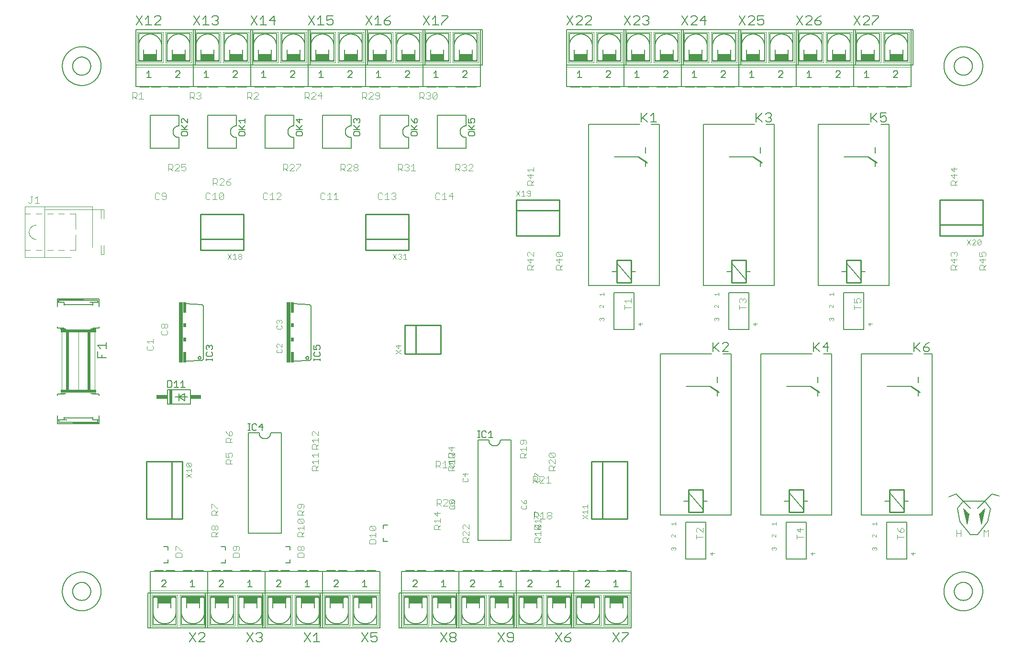
<source format=gtl>
G75*
%MOIN*%
%OFA0B0*%
%FSLAX25Y25*%
%IPPOS*%
%LPD*%
%AMOC8*
5,1,8,0,0,1.08239X$1,22.5*
%
%ADD10C,0.00600*%
%ADD11C,0.00300*%
%ADD12C,0.00400*%
%ADD13C,0.00500*%
%ADD14C,0.00394*%
%ADD15C,0.00200*%
%ADD16C,0.00700*%
%ADD17R,0.09000X0.04500*%
%ADD18C,0.01000*%
%ADD19R,0.03000X0.42000*%
%ADD20R,0.02000X0.07500*%
%ADD21R,0.02000X0.03000*%
%ADD22C,0.00800*%
%ADD23R,0.02000X0.40000*%
%ADD24R,0.25000X0.02000*%
%ADD25R,0.18000X0.01000*%
%ADD26R,0.01000X0.01500*%
%ADD27R,0.04000X0.01000*%
%ADD28R,0.20000X0.01000*%
%ADD29R,0.02000X0.10000*%
%ADD30R,0.07500X0.03000*%
D10*
X0027421Y0038861D02*
X0027425Y0039192D01*
X0027437Y0039523D01*
X0027458Y0039854D01*
X0027486Y0040184D01*
X0027523Y0040514D01*
X0027567Y0040842D01*
X0027620Y0041169D01*
X0027680Y0041495D01*
X0027749Y0041819D01*
X0027826Y0042141D01*
X0027910Y0042462D01*
X0028002Y0042780D01*
X0028102Y0043096D01*
X0028210Y0043409D01*
X0028326Y0043720D01*
X0028449Y0044027D01*
X0028579Y0044332D01*
X0028717Y0044633D01*
X0028862Y0044931D01*
X0029015Y0045225D01*
X0029175Y0045515D01*
X0029342Y0045801D01*
X0029515Y0046083D01*
X0029696Y0046361D01*
X0029884Y0046634D01*
X0030078Y0046903D01*
X0030278Y0047167D01*
X0030485Y0047425D01*
X0030699Y0047679D01*
X0030918Y0047927D01*
X0031144Y0048170D01*
X0031375Y0048407D01*
X0031612Y0048638D01*
X0031855Y0048864D01*
X0032103Y0049083D01*
X0032357Y0049297D01*
X0032615Y0049504D01*
X0032879Y0049704D01*
X0033148Y0049898D01*
X0033421Y0050086D01*
X0033699Y0050267D01*
X0033981Y0050440D01*
X0034267Y0050607D01*
X0034557Y0050767D01*
X0034851Y0050920D01*
X0035149Y0051065D01*
X0035450Y0051203D01*
X0035755Y0051333D01*
X0036062Y0051456D01*
X0036373Y0051572D01*
X0036686Y0051680D01*
X0037002Y0051780D01*
X0037320Y0051872D01*
X0037641Y0051956D01*
X0037963Y0052033D01*
X0038287Y0052102D01*
X0038613Y0052162D01*
X0038940Y0052215D01*
X0039268Y0052259D01*
X0039598Y0052296D01*
X0039928Y0052324D01*
X0040259Y0052345D01*
X0040590Y0052357D01*
X0040921Y0052361D01*
X0041252Y0052357D01*
X0041583Y0052345D01*
X0041914Y0052324D01*
X0042244Y0052296D01*
X0042574Y0052259D01*
X0042902Y0052215D01*
X0043229Y0052162D01*
X0043555Y0052102D01*
X0043879Y0052033D01*
X0044201Y0051956D01*
X0044522Y0051872D01*
X0044840Y0051780D01*
X0045156Y0051680D01*
X0045469Y0051572D01*
X0045780Y0051456D01*
X0046087Y0051333D01*
X0046392Y0051203D01*
X0046693Y0051065D01*
X0046991Y0050920D01*
X0047285Y0050767D01*
X0047575Y0050607D01*
X0047861Y0050440D01*
X0048143Y0050267D01*
X0048421Y0050086D01*
X0048694Y0049898D01*
X0048963Y0049704D01*
X0049227Y0049504D01*
X0049485Y0049297D01*
X0049739Y0049083D01*
X0049987Y0048864D01*
X0050230Y0048638D01*
X0050467Y0048407D01*
X0050698Y0048170D01*
X0050924Y0047927D01*
X0051143Y0047679D01*
X0051357Y0047425D01*
X0051564Y0047167D01*
X0051764Y0046903D01*
X0051958Y0046634D01*
X0052146Y0046361D01*
X0052327Y0046083D01*
X0052500Y0045801D01*
X0052667Y0045515D01*
X0052827Y0045225D01*
X0052980Y0044931D01*
X0053125Y0044633D01*
X0053263Y0044332D01*
X0053393Y0044027D01*
X0053516Y0043720D01*
X0053632Y0043409D01*
X0053740Y0043096D01*
X0053840Y0042780D01*
X0053932Y0042462D01*
X0054016Y0042141D01*
X0054093Y0041819D01*
X0054162Y0041495D01*
X0054222Y0041169D01*
X0054275Y0040842D01*
X0054319Y0040514D01*
X0054356Y0040184D01*
X0054384Y0039854D01*
X0054405Y0039523D01*
X0054417Y0039192D01*
X0054421Y0038861D01*
X0054417Y0038530D01*
X0054405Y0038199D01*
X0054384Y0037868D01*
X0054356Y0037538D01*
X0054319Y0037208D01*
X0054275Y0036880D01*
X0054222Y0036553D01*
X0054162Y0036227D01*
X0054093Y0035903D01*
X0054016Y0035581D01*
X0053932Y0035260D01*
X0053840Y0034942D01*
X0053740Y0034626D01*
X0053632Y0034313D01*
X0053516Y0034002D01*
X0053393Y0033695D01*
X0053263Y0033390D01*
X0053125Y0033089D01*
X0052980Y0032791D01*
X0052827Y0032497D01*
X0052667Y0032207D01*
X0052500Y0031921D01*
X0052327Y0031639D01*
X0052146Y0031361D01*
X0051958Y0031088D01*
X0051764Y0030819D01*
X0051564Y0030555D01*
X0051357Y0030297D01*
X0051143Y0030043D01*
X0050924Y0029795D01*
X0050698Y0029552D01*
X0050467Y0029315D01*
X0050230Y0029084D01*
X0049987Y0028858D01*
X0049739Y0028639D01*
X0049485Y0028425D01*
X0049227Y0028218D01*
X0048963Y0028018D01*
X0048694Y0027824D01*
X0048421Y0027636D01*
X0048143Y0027455D01*
X0047861Y0027282D01*
X0047575Y0027115D01*
X0047285Y0026955D01*
X0046991Y0026802D01*
X0046693Y0026657D01*
X0046392Y0026519D01*
X0046087Y0026389D01*
X0045780Y0026266D01*
X0045469Y0026150D01*
X0045156Y0026042D01*
X0044840Y0025942D01*
X0044522Y0025850D01*
X0044201Y0025766D01*
X0043879Y0025689D01*
X0043555Y0025620D01*
X0043229Y0025560D01*
X0042902Y0025507D01*
X0042574Y0025463D01*
X0042244Y0025426D01*
X0041914Y0025398D01*
X0041583Y0025377D01*
X0041252Y0025365D01*
X0040921Y0025361D01*
X0040590Y0025365D01*
X0040259Y0025377D01*
X0039928Y0025398D01*
X0039598Y0025426D01*
X0039268Y0025463D01*
X0038940Y0025507D01*
X0038613Y0025560D01*
X0038287Y0025620D01*
X0037963Y0025689D01*
X0037641Y0025766D01*
X0037320Y0025850D01*
X0037002Y0025942D01*
X0036686Y0026042D01*
X0036373Y0026150D01*
X0036062Y0026266D01*
X0035755Y0026389D01*
X0035450Y0026519D01*
X0035149Y0026657D01*
X0034851Y0026802D01*
X0034557Y0026955D01*
X0034267Y0027115D01*
X0033981Y0027282D01*
X0033699Y0027455D01*
X0033421Y0027636D01*
X0033148Y0027824D01*
X0032879Y0028018D01*
X0032615Y0028218D01*
X0032357Y0028425D01*
X0032103Y0028639D01*
X0031855Y0028858D01*
X0031612Y0029084D01*
X0031375Y0029315D01*
X0031144Y0029552D01*
X0030918Y0029795D01*
X0030699Y0030043D01*
X0030485Y0030297D01*
X0030278Y0030555D01*
X0030078Y0030819D01*
X0029884Y0031088D01*
X0029696Y0031361D01*
X0029515Y0031639D01*
X0029342Y0031921D01*
X0029175Y0032207D01*
X0029015Y0032497D01*
X0028862Y0032791D01*
X0028717Y0033089D01*
X0028579Y0033390D01*
X0028449Y0033695D01*
X0028326Y0034002D01*
X0028210Y0034313D01*
X0028102Y0034626D01*
X0028002Y0034942D01*
X0027910Y0035260D01*
X0027826Y0035581D01*
X0027749Y0035903D01*
X0027680Y0036227D01*
X0027620Y0036553D01*
X0027567Y0036880D01*
X0027523Y0037208D01*
X0027486Y0037538D01*
X0027458Y0037868D01*
X0027437Y0038199D01*
X0027425Y0038530D01*
X0027421Y0038861D01*
X0087020Y0037833D02*
X0087020Y0013333D01*
X0088520Y0013333D01*
X0088520Y0037833D01*
X0087020Y0037833D01*
X0088520Y0037833D02*
X0088520Y0039333D01*
X0088520Y0052833D01*
X0091520Y0052833D01*
X0091520Y0053333D01*
X0097520Y0053333D01*
X0097520Y0052833D01*
X0091520Y0052833D01*
X0097520Y0052833D02*
X0099520Y0052833D01*
X0105520Y0052833D01*
X0105520Y0053333D01*
X0099520Y0053333D01*
X0099520Y0052833D01*
X0105520Y0052833D02*
X0111520Y0052833D01*
X0117520Y0052833D01*
X0117520Y0053333D01*
X0111520Y0053333D01*
X0111520Y0052833D01*
X0117520Y0052833D02*
X0119520Y0052833D01*
X0119520Y0053333D01*
X0125520Y0053333D01*
X0125520Y0052833D01*
X0119520Y0052833D01*
X0125520Y0052833D02*
X0128520Y0052833D01*
X0131520Y0052833D01*
X0131520Y0053333D01*
X0137520Y0053333D01*
X0137520Y0052833D01*
X0131520Y0052833D01*
X0128520Y0052833D02*
X0128520Y0039333D01*
X0128520Y0037833D01*
X0127020Y0037833D01*
X0127020Y0013333D01*
X0128520Y0013333D01*
X0128520Y0037833D01*
X0168520Y0037833D01*
X0168520Y0039333D01*
X0168520Y0052833D01*
X0165520Y0052833D01*
X0159520Y0052833D01*
X0157520Y0052833D01*
X0157520Y0053333D01*
X0151520Y0053333D01*
X0151520Y0052833D01*
X0157520Y0052833D01*
X0159520Y0052833D02*
X0159520Y0053333D01*
X0165520Y0053333D01*
X0165520Y0052833D01*
X0168520Y0052833D02*
X0171520Y0052833D01*
X0171520Y0053333D01*
X0177520Y0053333D01*
X0177520Y0052833D01*
X0171520Y0052833D01*
X0168520Y0052833D02*
X0168520Y0039333D01*
X0168520Y0037833D01*
X0168520Y0013333D01*
X0128520Y0013333D01*
X0128520Y0037833D01*
X0128520Y0039333D01*
X0128520Y0052833D01*
X0137520Y0052833D02*
X0139520Y0052833D01*
X0145520Y0052833D01*
X0145520Y0053333D01*
X0139520Y0053333D01*
X0139520Y0052833D01*
X0145520Y0052833D02*
X0151520Y0052833D01*
X0141120Y0058733D02*
X0137920Y0058733D01*
X0141120Y0058733D02*
X0141120Y0060933D01*
X0141120Y0067733D02*
X0141120Y0069933D01*
X0137920Y0069933D01*
X0157020Y0079333D02*
X0180020Y0079333D01*
X0180020Y0149333D01*
X0172520Y0149333D01*
X0172518Y0149207D01*
X0172512Y0149082D01*
X0172502Y0148957D01*
X0172488Y0148832D01*
X0172471Y0148707D01*
X0172449Y0148583D01*
X0172424Y0148460D01*
X0172394Y0148338D01*
X0172361Y0148217D01*
X0172324Y0148097D01*
X0172284Y0147978D01*
X0172239Y0147861D01*
X0172191Y0147744D01*
X0172139Y0147630D01*
X0172084Y0147517D01*
X0172025Y0147406D01*
X0171963Y0147297D01*
X0171897Y0147190D01*
X0171828Y0147085D01*
X0171756Y0146982D01*
X0171681Y0146881D01*
X0171602Y0146783D01*
X0171520Y0146688D01*
X0171436Y0146595D01*
X0171348Y0146505D01*
X0171258Y0146417D01*
X0171165Y0146333D01*
X0171070Y0146251D01*
X0170972Y0146172D01*
X0170871Y0146097D01*
X0170768Y0146025D01*
X0170663Y0145956D01*
X0170556Y0145890D01*
X0170447Y0145828D01*
X0170336Y0145769D01*
X0170223Y0145714D01*
X0170109Y0145662D01*
X0169992Y0145614D01*
X0169875Y0145569D01*
X0169756Y0145529D01*
X0169636Y0145492D01*
X0169515Y0145459D01*
X0169393Y0145429D01*
X0169270Y0145404D01*
X0169146Y0145382D01*
X0169021Y0145365D01*
X0168896Y0145351D01*
X0168771Y0145341D01*
X0168646Y0145335D01*
X0168520Y0145333D01*
X0168394Y0145335D01*
X0168269Y0145341D01*
X0168144Y0145351D01*
X0168019Y0145365D01*
X0167894Y0145382D01*
X0167770Y0145404D01*
X0167647Y0145429D01*
X0167525Y0145459D01*
X0167404Y0145492D01*
X0167284Y0145529D01*
X0167165Y0145569D01*
X0167048Y0145614D01*
X0166931Y0145662D01*
X0166817Y0145714D01*
X0166704Y0145769D01*
X0166593Y0145828D01*
X0166484Y0145890D01*
X0166377Y0145956D01*
X0166272Y0146025D01*
X0166169Y0146097D01*
X0166068Y0146172D01*
X0165970Y0146251D01*
X0165875Y0146333D01*
X0165782Y0146417D01*
X0165692Y0146505D01*
X0165604Y0146595D01*
X0165520Y0146688D01*
X0165438Y0146783D01*
X0165359Y0146881D01*
X0165284Y0146982D01*
X0165212Y0147085D01*
X0165143Y0147190D01*
X0165077Y0147297D01*
X0165015Y0147406D01*
X0164956Y0147517D01*
X0164901Y0147630D01*
X0164849Y0147744D01*
X0164801Y0147861D01*
X0164756Y0147978D01*
X0164716Y0148097D01*
X0164679Y0148217D01*
X0164646Y0148338D01*
X0164616Y0148460D01*
X0164591Y0148583D01*
X0164569Y0148707D01*
X0164552Y0148832D01*
X0164538Y0148957D01*
X0164528Y0149082D01*
X0164522Y0149207D01*
X0164520Y0149333D01*
X0157020Y0149333D01*
X0157020Y0079333D01*
X0182920Y0069933D02*
X0186120Y0069933D01*
X0186120Y0067733D01*
X0186120Y0060933D02*
X0186120Y0058733D01*
X0182920Y0058733D01*
X0185520Y0053333D02*
X0179520Y0053333D01*
X0179520Y0052833D01*
X0185520Y0052833D01*
X0185520Y0053333D01*
X0185520Y0052833D02*
X0191520Y0052833D01*
X0197520Y0052833D01*
X0197520Y0053333D01*
X0191520Y0053333D01*
X0191520Y0052833D01*
X0197520Y0052833D02*
X0199520Y0052833D01*
X0199520Y0053333D01*
X0205520Y0053333D01*
X0205520Y0052833D01*
X0199520Y0052833D01*
X0205520Y0052833D02*
X0208520Y0052833D01*
X0211520Y0052833D01*
X0211520Y0053333D01*
X0217520Y0053333D01*
X0217520Y0052833D01*
X0211520Y0052833D01*
X0208520Y0052833D02*
X0208520Y0039333D01*
X0208520Y0037833D01*
X0207020Y0037833D01*
X0207020Y0013333D01*
X0208520Y0013333D01*
X0208520Y0037833D01*
X0248520Y0037833D01*
X0248520Y0039333D01*
X0248520Y0052833D01*
X0245520Y0052833D01*
X0239520Y0052833D01*
X0237520Y0052833D01*
X0237520Y0053333D01*
X0231520Y0053333D01*
X0231520Y0052833D01*
X0237520Y0052833D01*
X0239520Y0052833D02*
X0239520Y0053333D01*
X0245520Y0053333D01*
X0245520Y0052833D01*
X0231520Y0052833D02*
X0225520Y0052833D01*
X0219520Y0052833D01*
X0217520Y0052833D01*
X0219520Y0052833D02*
X0219520Y0053333D01*
X0225520Y0053333D01*
X0225520Y0052833D01*
X0208520Y0052833D02*
X0208520Y0039333D01*
X0208520Y0037833D01*
X0208520Y0013333D01*
X0248520Y0013333D01*
X0248520Y0037833D01*
X0246420Y0035333D02*
X0246420Y0015833D01*
X0230420Y0015833D01*
X0230420Y0035333D01*
X0246420Y0035333D01*
X0245420Y0034833D02*
X0231420Y0034833D01*
X0231360Y0034831D01*
X0231299Y0034826D01*
X0231240Y0034817D01*
X0231181Y0034804D01*
X0231122Y0034788D01*
X0231065Y0034768D01*
X0231010Y0034745D01*
X0230955Y0034718D01*
X0230903Y0034689D01*
X0230852Y0034656D01*
X0230803Y0034620D01*
X0230757Y0034582D01*
X0230713Y0034540D01*
X0230671Y0034496D01*
X0230633Y0034450D01*
X0230597Y0034401D01*
X0230564Y0034350D01*
X0230535Y0034298D01*
X0230508Y0034243D01*
X0230485Y0034188D01*
X0230465Y0034131D01*
X0230449Y0034072D01*
X0230436Y0034013D01*
X0230427Y0033954D01*
X0230422Y0033893D01*
X0230420Y0033833D01*
X0232920Y0034833D02*
X0232980Y0034831D01*
X0233041Y0034826D01*
X0233100Y0034817D01*
X0233159Y0034804D01*
X0233218Y0034788D01*
X0233275Y0034768D01*
X0233330Y0034745D01*
X0233385Y0034718D01*
X0233437Y0034689D01*
X0233488Y0034656D01*
X0233537Y0034620D01*
X0233583Y0034582D01*
X0233627Y0034540D01*
X0233669Y0034496D01*
X0233707Y0034450D01*
X0233743Y0034401D01*
X0233776Y0034350D01*
X0233805Y0034298D01*
X0233832Y0034243D01*
X0233855Y0034188D01*
X0233875Y0034131D01*
X0233891Y0034072D01*
X0233904Y0034013D01*
X0233913Y0033954D01*
X0233918Y0033893D01*
X0233920Y0033833D01*
X0233920Y0027333D01*
X0230420Y0024333D02*
X0230422Y0024138D01*
X0230429Y0023943D01*
X0230441Y0023749D01*
X0230458Y0023555D01*
X0230479Y0023361D01*
X0230505Y0023168D01*
X0230536Y0022976D01*
X0230571Y0022784D01*
X0230611Y0022594D01*
X0230656Y0022404D01*
X0230705Y0022215D01*
X0230759Y0022028D01*
X0230818Y0021842D01*
X0230880Y0021658D01*
X0230948Y0021475D01*
X0231020Y0021294D01*
X0231096Y0021115D01*
X0231176Y0020937D01*
X0231261Y0020762D01*
X0231350Y0020589D01*
X0231444Y0020418D01*
X0231541Y0020249D01*
X0231643Y0020083D01*
X0231748Y0019919D01*
X0231857Y0019758D01*
X0231971Y0019599D01*
X0232088Y0019444D01*
X0232209Y0019291D01*
X0232334Y0019141D01*
X0232462Y0018994D01*
X0232594Y0018851D01*
X0232729Y0018711D01*
X0232867Y0018574D01*
X0233009Y0018440D01*
X0233154Y0018310D01*
X0233303Y0018184D01*
X0233454Y0018061D01*
X0233608Y0017942D01*
X0233765Y0017827D01*
X0233925Y0017715D01*
X0234087Y0017608D01*
X0234252Y0017504D01*
X0234420Y0017405D01*
X0234590Y0017309D01*
X0234762Y0017218D01*
X0234936Y0017131D01*
X0235113Y0017049D01*
X0235291Y0016970D01*
X0235471Y0016896D01*
X0235653Y0016827D01*
X0235837Y0016761D01*
X0236022Y0016701D01*
X0236209Y0016645D01*
X0236397Y0016593D01*
X0236586Y0016546D01*
X0236776Y0016504D01*
X0236967Y0016466D01*
X0237159Y0016433D01*
X0237352Y0016405D01*
X0237545Y0016381D01*
X0237739Y0016362D01*
X0237933Y0016348D01*
X0238128Y0016338D01*
X0238323Y0016334D01*
X0238517Y0016334D01*
X0238712Y0016338D01*
X0238907Y0016348D01*
X0239101Y0016362D01*
X0239295Y0016381D01*
X0239488Y0016405D01*
X0239681Y0016433D01*
X0239873Y0016466D01*
X0240064Y0016504D01*
X0240254Y0016546D01*
X0240443Y0016593D01*
X0240631Y0016645D01*
X0240818Y0016701D01*
X0241003Y0016761D01*
X0241187Y0016827D01*
X0241369Y0016896D01*
X0241549Y0016970D01*
X0241727Y0017049D01*
X0241904Y0017131D01*
X0242078Y0017218D01*
X0242250Y0017309D01*
X0242420Y0017405D01*
X0242588Y0017504D01*
X0242753Y0017608D01*
X0242915Y0017715D01*
X0243075Y0017827D01*
X0243232Y0017942D01*
X0243386Y0018061D01*
X0243537Y0018184D01*
X0243686Y0018310D01*
X0243831Y0018440D01*
X0243973Y0018574D01*
X0244111Y0018711D01*
X0244246Y0018851D01*
X0244378Y0018994D01*
X0244506Y0019141D01*
X0244631Y0019291D01*
X0244752Y0019444D01*
X0244869Y0019599D01*
X0244983Y0019758D01*
X0245092Y0019919D01*
X0245197Y0020083D01*
X0245299Y0020249D01*
X0245396Y0020418D01*
X0245490Y0020589D01*
X0245579Y0020762D01*
X0245664Y0020937D01*
X0245744Y0021115D01*
X0245820Y0021294D01*
X0245892Y0021475D01*
X0245960Y0021658D01*
X0246022Y0021842D01*
X0246081Y0022028D01*
X0246135Y0022215D01*
X0246184Y0022404D01*
X0246229Y0022594D01*
X0246269Y0022784D01*
X0246304Y0022976D01*
X0246335Y0023168D01*
X0246361Y0023361D01*
X0246382Y0023555D01*
X0246399Y0023749D01*
X0246411Y0023943D01*
X0246418Y0024138D01*
X0246420Y0024333D01*
X0242920Y0027333D02*
X0242920Y0033833D01*
X0242922Y0033893D01*
X0242927Y0033954D01*
X0242936Y0034013D01*
X0242949Y0034072D01*
X0242965Y0034131D01*
X0242985Y0034188D01*
X0243008Y0034243D01*
X0243035Y0034298D01*
X0243064Y0034350D01*
X0243097Y0034401D01*
X0243133Y0034450D01*
X0243171Y0034496D01*
X0243213Y0034540D01*
X0243257Y0034582D01*
X0243303Y0034620D01*
X0243352Y0034656D01*
X0243403Y0034689D01*
X0243455Y0034718D01*
X0243510Y0034745D01*
X0243565Y0034768D01*
X0243622Y0034788D01*
X0243681Y0034804D01*
X0243740Y0034817D01*
X0243799Y0034826D01*
X0243860Y0034831D01*
X0243920Y0034833D01*
X0245420Y0034833D02*
X0245480Y0034831D01*
X0245541Y0034826D01*
X0245600Y0034817D01*
X0245659Y0034804D01*
X0245718Y0034788D01*
X0245775Y0034768D01*
X0245830Y0034745D01*
X0245885Y0034718D01*
X0245937Y0034689D01*
X0245988Y0034656D01*
X0246037Y0034620D01*
X0246083Y0034582D01*
X0246127Y0034540D01*
X0246169Y0034496D01*
X0246207Y0034450D01*
X0246243Y0034401D01*
X0246276Y0034350D01*
X0246305Y0034298D01*
X0246332Y0034243D01*
X0246355Y0034188D01*
X0246375Y0034131D01*
X0246391Y0034072D01*
X0246404Y0034013D01*
X0246413Y0033954D01*
X0246418Y0033893D01*
X0246420Y0033833D01*
X0262020Y0037833D02*
X0263520Y0037833D01*
X0263520Y0039333D01*
X0263520Y0052833D01*
X0266520Y0052833D01*
X0266520Y0053333D01*
X0272520Y0053333D01*
X0272520Y0052833D01*
X0266520Y0052833D01*
X0272520Y0052833D02*
X0274520Y0052833D01*
X0280520Y0052833D01*
X0280520Y0053333D01*
X0274520Y0053333D01*
X0274520Y0052833D01*
X0280520Y0052833D02*
X0286520Y0052833D01*
X0292520Y0052833D01*
X0292520Y0053333D01*
X0286520Y0053333D01*
X0286520Y0052833D01*
X0292520Y0052833D02*
X0294520Y0052833D01*
X0294520Y0053333D01*
X0300520Y0053333D01*
X0300520Y0052833D01*
X0294520Y0052833D01*
X0300520Y0052833D02*
X0303520Y0052833D01*
X0306520Y0052833D01*
X0306520Y0053333D01*
X0312520Y0053333D01*
X0312520Y0052833D01*
X0306520Y0052833D01*
X0303520Y0052833D02*
X0303520Y0039333D01*
X0303520Y0037833D01*
X0302020Y0037833D01*
X0302020Y0013333D01*
X0303520Y0013333D01*
X0303520Y0037833D01*
X0343520Y0037833D01*
X0343520Y0039333D01*
X0343520Y0052833D01*
X0340520Y0052833D01*
X0334520Y0052833D01*
X0332520Y0052833D01*
X0332520Y0053333D01*
X0326520Y0053333D01*
X0326520Y0052833D01*
X0332520Y0052833D01*
X0334520Y0052833D02*
X0334520Y0053333D01*
X0340520Y0053333D01*
X0340520Y0052833D01*
X0343520Y0052833D02*
X0346520Y0052833D01*
X0346520Y0053333D01*
X0352520Y0053333D01*
X0352520Y0052833D01*
X0346520Y0052833D01*
X0343520Y0052833D02*
X0343520Y0039333D01*
X0343520Y0037833D01*
X0343520Y0013333D01*
X0303520Y0013333D01*
X0303520Y0037833D01*
X0303520Y0039333D01*
X0303520Y0052833D01*
X0312520Y0052833D02*
X0314520Y0052833D01*
X0320520Y0052833D01*
X0320520Y0053333D01*
X0314520Y0053333D01*
X0314520Y0052833D01*
X0320520Y0052833D02*
X0326520Y0052833D01*
X0342020Y0037833D02*
X0343520Y0037833D01*
X0383520Y0037833D01*
X0382020Y0037833D01*
X0382020Y0013333D01*
X0383520Y0013333D01*
X0383520Y0037833D01*
X0383520Y0039333D01*
X0383520Y0052833D01*
X0386520Y0052833D01*
X0386520Y0053333D01*
X0392520Y0053333D01*
X0392520Y0052833D01*
X0386520Y0052833D01*
X0383520Y0052833D02*
X0380520Y0052833D01*
X0374520Y0052833D01*
X0372520Y0052833D01*
X0372520Y0053333D01*
X0366520Y0053333D01*
X0366520Y0052833D01*
X0372520Y0052833D01*
X0374520Y0052833D02*
X0374520Y0053333D01*
X0380520Y0053333D01*
X0380520Y0052833D01*
X0383520Y0052833D02*
X0383520Y0039333D01*
X0383520Y0037833D01*
X0423520Y0037833D01*
X0423520Y0039333D01*
X0423520Y0052833D01*
X0420520Y0052833D01*
X0414520Y0052833D01*
X0412520Y0052833D01*
X0412520Y0053333D01*
X0406520Y0053333D01*
X0406520Y0052833D01*
X0412520Y0052833D01*
X0414520Y0052833D02*
X0414520Y0053333D01*
X0420520Y0053333D01*
X0420520Y0052833D01*
X0406520Y0052833D02*
X0400520Y0052833D01*
X0394520Y0052833D01*
X0392520Y0052833D01*
X0394520Y0052833D02*
X0394520Y0053333D01*
X0400520Y0053333D01*
X0400520Y0052833D01*
X0383520Y0037833D02*
X0383520Y0013333D01*
X0423520Y0013333D01*
X0423520Y0037833D01*
X0421420Y0035333D02*
X0421420Y0015833D01*
X0405420Y0015833D01*
X0405420Y0035333D01*
X0421420Y0035333D01*
X0420420Y0034833D02*
X0406420Y0034833D01*
X0406360Y0034831D01*
X0406299Y0034826D01*
X0406240Y0034817D01*
X0406181Y0034804D01*
X0406122Y0034788D01*
X0406065Y0034768D01*
X0406010Y0034745D01*
X0405955Y0034718D01*
X0405903Y0034689D01*
X0405852Y0034656D01*
X0405803Y0034620D01*
X0405757Y0034582D01*
X0405713Y0034540D01*
X0405671Y0034496D01*
X0405633Y0034450D01*
X0405597Y0034401D01*
X0405564Y0034350D01*
X0405535Y0034298D01*
X0405508Y0034243D01*
X0405485Y0034188D01*
X0405465Y0034131D01*
X0405449Y0034072D01*
X0405436Y0034013D01*
X0405427Y0033954D01*
X0405422Y0033893D01*
X0405420Y0033833D01*
X0407920Y0034833D02*
X0407980Y0034831D01*
X0408041Y0034826D01*
X0408100Y0034817D01*
X0408159Y0034804D01*
X0408218Y0034788D01*
X0408275Y0034768D01*
X0408330Y0034745D01*
X0408385Y0034718D01*
X0408437Y0034689D01*
X0408488Y0034656D01*
X0408537Y0034620D01*
X0408583Y0034582D01*
X0408627Y0034540D01*
X0408669Y0034496D01*
X0408707Y0034450D01*
X0408743Y0034401D01*
X0408776Y0034350D01*
X0408805Y0034298D01*
X0408832Y0034243D01*
X0408855Y0034188D01*
X0408875Y0034131D01*
X0408891Y0034072D01*
X0408904Y0034013D01*
X0408913Y0033954D01*
X0408918Y0033893D01*
X0408920Y0033833D01*
X0408920Y0027333D01*
X0405420Y0024333D02*
X0405422Y0024138D01*
X0405429Y0023943D01*
X0405441Y0023749D01*
X0405458Y0023555D01*
X0405479Y0023361D01*
X0405505Y0023168D01*
X0405536Y0022976D01*
X0405571Y0022784D01*
X0405611Y0022594D01*
X0405656Y0022404D01*
X0405705Y0022215D01*
X0405759Y0022028D01*
X0405818Y0021842D01*
X0405880Y0021658D01*
X0405948Y0021475D01*
X0406020Y0021294D01*
X0406096Y0021115D01*
X0406176Y0020937D01*
X0406261Y0020762D01*
X0406350Y0020589D01*
X0406444Y0020418D01*
X0406541Y0020249D01*
X0406643Y0020083D01*
X0406748Y0019919D01*
X0406857Y0019758D01*
X0406971Y0019599D01*
X0407088Y0019444D01*
X0407209Y0019291D01*
X0407334Y0019141D01*
X0407462Y0018994D01*
X0407594Y0018851D01*
X0407729Y0018711D01*
X0407867Y0018574D01*
X0408009Y0018440D01*
X0408154Y0018310D01*
X0408303Y0018184D01*
X0408454Y0018061D01*
X0408608Y0017942D01*
X0408765Y0017827D01*
X0408925Y0017715D01*
X0409087Y0017608D01*
X0409252Y0017504D01*
X0409420Y0017405D01*
X0409590Y0017309D01*
X0409762Y0017218D01*
X0409936Y0017131D01*
X0410113Y0017049D01*
X0410291Y0016970D01*
X0410471Y0016896D01*
X0410653Y0016827D01*
X0410837Y0016761D01*
X0411022Y0016701D01*
X0411209Y0016645D01*
X0411397Y0016593D01*
X0411586Y0016546D01*
X0411776Y0016504D01*
X0411967Y0016466D01*
X0412159Y0016433D01*
X0412352Y0016405D01*
X0412545Y0016381D01*
X0412739Y0016362D01*
X0412933Y0016348D01*
X0413128Y0016338D01*
X0413323Y0016334D01*
X0413517Y0016334D01*
X0413712Y0016338D01*
X0413907Y0016348D01*
X0414101Y0016362D01*
X0414295Y0016381D01*
X0414488Y0016405D01*
X0414681Y0016433D01*
X0414873Y0016466D01*
X0415064Y0016504D01*
X0415254Y0016546D01*
X0415443Y0016593D01*
X0415631Y0016645D01*
X0415818Y0016701D01*
X0416003Y0016761D01*
X0416187Y0016827D01*
X0416369Y0016896D01*
X0416549Y0016970D01*
X0416727Y0017049D01*
X0416904Y0017131D01*
X0417078Y0017218D01*
X0417250Y0017309D01*
X0417420Y0017405D01*
X0417588Y0017504D01*
X0417753Y0017608D01*
X0417915Y0017715D01*
X0418075Y0017827D01*
X0418232Y0017942D01*
X0418386Y0018061D01*
X0418537Y0018184D01*
X0418686Y0018310D01*
X0418831Y0018440D01*
X0418973Y0018574D01*
X0419111Y0018711D01*
X0419246Y0018851D01*
X0419378Y0018994D01*
X0419506Y0019141D01*
X0419631Y0019291D01*
X0419752Y0019444D01*
X0419869Y0019599D01*
X0419983Y0019758D01*
X0420092Y0019919D01*
X0420197Y0020083D01*
X0420299Y0020249D01*
X0420396Y0020418D01*
X0420490Y0020589D01*
X0420579Y0020762D01*
X0420664Y0020937D01*
X0420744Y0021115D01*
X0420820Y0021294D01*
X0420892Y0021475D01*
X0420960Y0021658D01*
X0421022Y0021842D01*
X0421081Y0022028D01*
X0421135Y0022215D01*
X0421184Y0022404D01*
X0421229Y0022594D01*
X0421269Y0022784D01*
X0421304Y0022976D01*
X0421335Y0023168D01*
X0421361Y0023361D01*
X0421382Y0023555D01*
X0421399Y0023749D01*
X0421411Y0023943D01*
X0421418Y0024138D01*
X0421420Y0024333D01*
X0417920Y0027333D02*
X0417920Y0033833D01*
X0417922Y0033893D01*
X0417927Y0033954D01*
X0417936Y0034013D01*
X0417949Y0034072D01*
X0417965Y0034131D01*
X0417985Y0034188D01*
X0418008Y0034243D01*
X0418035Y0034298D01*
X0418064Y0034350D01*
X0418097Y0034401D01*
X0418133Y0034450D01*
X0418171Y0034496D01*
X0418213Y0034540D01*
X0418257Y0034582D01*
X0418303Y0034620D01*
X0418352Y0034656D01*
X0418403Y0034689D01*
X0418455Y0034718D01*
X0418510Y0034745D01*
X0418565Y0034768D01*
X0418622Y0034788D01*
X0418681Y0034804D01*
X0418740Y0034817D01*
X0418799Y0034826D01*
X0418860Y0034831D01*
X0418920Y0034833D01*
X0420420Y0034833D02*
X0420480Y0034831D01*
X0420541Y0034826D01*
X0420600Y0034817D01*
X0420659Y0034804D01*
X0420718Y0034788D01*
X0420775Y0034768D01*
X0420830Y0034745D01*
X0420885Y0034718D01*
X0420937Y0034689D01*
X0420988Y0034656D01*
X0421037Y0034620D01*
X0421083Y0034582D01*
X0421127Y0034540D01*
X0421169Y0034496D01*
X0421207Y0034450D01*
X0421243Y0034401D01*
X0421276Y0034350D01*
X0421305Y0034298D01*
X0421332Y0034243D01*
X0421355Y0034188D01*
X0421375Y0034131D01*
X0421391Y0034072D01*
X0421404Y0034013D01*
X0421413Y0033954D01*
X0421418Y0033893D01*
X0421420Y0033833D01*
X0401620Y0035333D02*
X0385620Y0035333D01*
X0385620Y0015833D01*
X0401620Y0015833D01*
X0401620Y0035333D01*
X0400620Y0034833D02*
X0386620Y0034833D01*
X0386560Y0034831D01*
X0386499Y0034826D01*
X0386440Y0034817D01*
X0386381Y0034804D01*
X0386322Y0034788D01*
X0386265Y0034768D01*
X0386210Y0034745D01*
X0386155Y0034718D01*
X0386103Y0034689D01*
X0386052Y0034656D01*
X0386003Y0034620D01*
X0385957Y0034582D01*
X0385913Y0034540D01*
X0385871Y0034496D01*
X0385833Y0034450D01*
X0385797Y0034401D01*
X0385764Y0034350D01*
X0385735Y0034298D01*
X0385708Y0034243D01*
X0385685Y0034188D01*
X0385665Y0034131D01*
X0385649Y0034072D01*
X0385636Y0034013D01*
X0385627Y0033954D01*
X0385622Y0033893D01*
X0385620Y0033833D01*
X0388120Y0034833D02*
X0388180Y0034831D01*
X0388241Y0034826D01*
X0388300Y0034817D01*
X0388359Y0034804D01*
X0388418Y0034788D01*
X0388475Y0034768D01*
X0388530Y0034745D01*
X0388585Y0034718D01*
X0388637Y0034689D01*
X0388688Y0034656D01*
X0388737Y0034620D01*
X0388783Y0034582D01*
X0388827Y0034540D01*
X0388869Y0034496D01*
X0388907Y0034450D01*
X0388943Y0034401D01*
X0388976Y0034350D01*
X0389005Y0034298D01*
X0389032Y0034243D01*
X0389055Y0034188D01*
X0389075Y0034131D01*
X0389091Y0034072D01*
X0389104Y0034013D01*
X0389113Y0033954D01*
X0389118Y0033893D01*
X0389120Y0033833D01*
X0389120Y0027333D01*
X0385620Y0024333D02*
X0385622Y0024138D01*
X0385629Y0023943D01*
X0385641Y0023749D01*
X0385658Y0023555D01*
X0385679Y0023361D01*
X0385705Y0023168D01*
X0385736Y0022976D01*
X0385771Y0022784D01*
X0385811Y0022594D01*
X0385856Y0022404D01*
X0385905Y0022215D01*
X0385959Y0022028D01*
X0386018Y0021842D01*
X0386080Y0021658D01*
X0386148Y0021475D01*
X0386220Y0021294D01*
X0386296Y0021115D01*
X0386376Y0020937D01*
X0386461Y0020762D01*
X0386550Y0020589D01*
X0386644Y0020418D01*
X0386741Y0020249D01*
X0386843Y0020083D01*
X0386948Y0019919D01*
X0387057Y0019758D01*
X0387171Y0019599D01*
X0387288Y0019444D01*
X0387409Y0019291D01*
X0387534Y0019141D01*
X0387662Y0018994D01*
X0387794Y0018851D01*
X0387929Y0018711D01*
X0388067Y0018574D01*
X0388209Y0018440D01*
X0388354Y0018310D01*
X0388503Y0018184D01*
X0388654Y0018061D01*
X0388808Y0017942D01*
X0388965Y0017827D01*
X0389125Y0017715D01*
X0389287Y0017608D01*
X0389452Y0017504D01*
X0389620Y0017405D01*
X0389790Y0017309D01*
X0389962Y0017218D01*
X0390136Y0017131D01*
X0390313Y0017049D01*
X0390491Y0016970D01*
X0390671Y0016896D01*
X0390853Y0016827D01*
X0391037Y0016761D01*
X0391222Y0016701D01*
X0391409Y0016645D01*
X0391597Y0016593D01*
X0391786Y0016546D01*
X0391976Y0016504D01*
X0392167Y0016466D01*
X0392359Y0016433D01*
X0392552Y0016405D01*
X0392745Y0016381D01*
X0392939Y0016362D01*
X0393133Y0016348D01*
X0393328Y0016338D01*
X0393523Y0016334D01*
X0393717Y0016334D01*
X0393912Y0016338D01*
X0394107Y0016348D01*
X0394301Y0016362D01*
X0394495Y0016381D01*
X0394688Y0016405D01*
X0394881Y0016433D01*
X0395073Y0016466D01*
X0395264Y0016504D01*
X0395454Y0016546D01*
X0395643Y0016593D01*
X0395831Y0016645D01*
X0396018Y0016701D01*
X0396203Y0016761D01*
X0396387Y0016827D01*
X0396569Y0016896D01*
X0396749Y0016970D01*
X0396927Y0017049D01*
X0397104Y0017131D01*
X0397278Y0017218D01*
X0397450Y0017309D01*
X0397620Y0017405D01*
X0397788Y0017504D01*
X0397953Y0017608D01*
X0398115Y0017715D01*
X0398275Y0017827D01*
X0398432Y0017942D01*
X0398586Y0018061D01*
X0398737Y0018184D01*
X0398886Y0018310D01*
X0399031Y0018440D01*
X0399173Y0018574D01*
X0399311Y0018711D01*
X0399446Y0018851D01*
X0399578Y0018994D01*
X0399706Y0019141D01*
X0399831Y0019291D01*
X0399952Y0019444D01*
X0400069Y0019599D01*
X0400183Y0019758D01*
X0400292Y0019919D01*
X0400397Y0020083D01*
X0400499Y0020249D01*
X0400596Y0020418D01*
X0400690Y0020589D01*
X0400779Y0020762D01*
X0400864Y0020937D01*
X0400944Y0021115D01*
X0401020Y0021294D01*
X0401092Y0021475D01*
X0401160Y0021658D01*
X0401222Y0021842D01*
X0401281Y0022028D01*
X0401335Y0022215D01*
X0401384Y0022404D01*
X0401429Y0022594D01*
X0401469Y0022784D01*
X0401504Y0022976D01*
X0401535Y0023168D01*
X0401561Y0023361D01*
X0401582Y0023555D01*
X0401599Y0023749D01*
X0401611Y0023943D01*
X0401618Y0024138D01*
X0401620Y0024333D01*
X0398120Y0027333D02*
X0398120Y0033833D01*
X0398122Y0033893D01*
X0398127Y0033954D01*
X0398136Y0034013D01*
X0398149Y0034072D01*
X0398165Y0034131D01*
X0398185Y0034188D01*
X0398208Y0034243D01*
X0398235Y0034298D01*
X0398264Y0034350D01*
X0398297Y0034401D01*
X0398333Y0034450D01*
X0398371Y0034496D01*
X0398413Y0034540D01*
X0398457Y0034582D01*
X0398503Y0034620D01*
X0398552Y0034656D01*
X0398603Y0034689D01*
X0398655Y0034718D01*
X0398710Y0034745D01*
X0398765Y0034768D01*
X0398822Y0034788D01*
X0398881Y0034804D01*
X0398940Y0034817D01*
X0398999Y0034826D01*
X0399060Y0034831D01*
X0399120Y0034833D01*
X0400620Y0034833D02*
X0400680Y0034831D01*
X0400741Y0034826D01*
X0400800Y0034817D01*
X0400859Y0034804D01*
X0400918Y0034788D01*
X0400975Y0034768D01*
X0401030Y0034745D01*
X0401085Y0034718D01*
X0401137Y0034689D01*
X0401188Y0034656D01*
X0401237Y0034620D01*
X0401283Y0034582D01*
X0401327Y0034540D01*
X0401369Y0034496D01*
X0401407Y0034450D01*
X0401443Y0034401D01*
X0401476Y0034350D01*
X0401505Y0034298D01*
X0401532Y0034243D01*
X0401555Y0034188D01*
X0401575Y0034131D01*
X0401591Y0034072D01*
X0401604Y0034013D01*
X0401613Y0033954D01*
X0401618Y0033893D01*
X0401620Y0033833D01*
X0381420Y0035333D02*
X0381420Y0015833D01*
X0365420Y0015833D01*
X0365420Y0035333D01*
X0381420Y0035333D01*
X0380420Y0034833D02*
X0366420Y0034833D01*
X0366360Y0034831D01*
X0366299Y0034826D01*
X0366240Y0034817D01*
X0366181Y0034804D01*
X0366122Y0034788D01*
X0366065Y0034768D01*
X0366010Y0034745D01*
X0365955Y0034718D01*
X0365903Y0034689D01*
X0365852Y0034656D01*
X0365803Y0034620D01*
X0365757Y0034582D01*
X0365713Y0034540D01*
X0365671Y0034496D01*
X0365633Y0034450D01*
X0365597Y0034401D01*
X0365564Y0034350D01*
X0365535Y0034298D01*
X0365508Y0034243D01*
X0365485Y0034188D01*
X0365465Y0034131D01*
X0365449Y0034072D01*
X0365436Y0034013D01*
X0365427Y0033954D01*
X0365422Y0033893D01*
X0365420Y0033833D01*
X0367920Y0034833D02*
X0367980Y0034831D01*
X0368041Y0034826D01*
X0368100Y0034817D01*
X0368159Y0034804D01*
X0368218Y0034788D01*
X0368275Y0034768D01*
X0368330Y0034745D01*
X0368385Y0034718D01*
X0368437Y0034689D01*
X0368488Y0034656D01*
X0368537Y0034620D01*
X0368583Y0034582D01*
X0368627Y0034540D01*
X0368669Y0034496D01*
X0368707Y0034450D01*
X0368743Y0034401D01*
X0368776Y0034350D01*
X0368805Y0034298D01*
X0368832Y0034243D01*
X0368855Y0034188D01*
X0368875Y0034131D01*
X0368891Y0034072D01*
X0368904Y0034013D01*
X0368913Y0033954D01*
X0368918Y0033893D01*
X0368920Y0033833D01*
X0368920Y0027333D01*
X0365420Y0024333D02*
X0365422Y0024138D01*
X0365429Y0023943D01*
X0365441Y0023749D01*
X0365458Y0023555D01*
X0365479Y0023361D01*
X0365505Y0023168D01*
X0365536Y0022976D01*
X0365571Y0022784D01*
X0365611Y0022594D01*
X0365656Y0022404D01*
X0365705Y0022215D01*
X0365759Y0022028D01*
X0365818Y0021842D01*
X0365880Y0021658D01*
X0365948Y0021475D01*
X0366020Y0021294D01*
X0366096Y0021115D01*
X0366176Y0020937D01*
X0366261Y0020762D01*
X0366350Y0020589D01*
X0366444Y0020418D01*
X0366541Y0020249D01*
X0366643Y0020083D01*
X0366748Y0019919D01*
X0366857Y0019758D01*
X0366971Y0019599D01*
X0367088Y0019444D01*
X0367209Y0019291D01*
X0367334Y0019141D01*
X0367462Y0018994D01*
X0367594Y0018851D01*
X0367729Y0018711D01*
X0367867Y0018574D01*
X0368009Y0018440D01*
X0368154Y0018310D01*
X0368303Y0018184D01*
X0368454Y0018061D01*
X0368608Y0017942D01*
X0368765Y0017827D01*
X0368925Y0017715D01*
X0369087Y0017608D01*
X0369252Y0017504D01*
X0369420Y0017405D01*
X0369590Y0017309D01*
X0369762Y0017218D01*
X0369936Y0017131D01*
X0370113Y0017049D01*
X0370291Y0016970D01*
X0370471Y0016896D01*
X0370653Y0016827D01*
X0370837Y0016761D01*
X0371022Y0016701D01*
X0371209Y0016645D01*
X0371397Y0016593D01*
X0371586Y0016546D01*
X0371776Y0016504D01*
X0371967Y0016466D01*
X0372159Y0016433D01*
X0372352Y0016405D01*
X0372545Y0016381D01*
X0372739Y0016362D01*
X0372933Y0016348D01*
X0373128Y0016338D01*
X0373323Y0016334D01*
X0373517Y0016334D01*
X0373712Y0016338D01*
X0373907Y0016348D01*
X0374101Y0016362D01*
X0374295Y0016381D01*
X0374488Y0016405D01*
X0374681Y0016433D01*
X0374873Y0016466D01*
X0375064Y0016504D01*
X0375254Y0016546D01*
X0375443Y0016593D01*
X0375631Y0016645D01*
X0375818Y0016701D01*
X0376003Y0016761D01*
X0376187Y0016827D01*
X0376369Y0016896D01*
X0376549Y0016970D01*
X0376727Y0017049D01*
X0376904Y0017131D01*
X0377078Y0017218D01*
X0377250Y0017309D01*
X0377420Y0017405D01*
X0377588Y0017504D01*
X0377753Y0017608D01*
X0377915Y0017715D01*
X0378075Y0017827D01*
X0378232Y0017942D01*
X0378386Y0018061D01*
X0378537Y0018184D01*
X0378686Y0018310D01*
X0378831Y0018440D01*
X0378973Y0018574D01*
X0379111Y0018711D01*
X0379246Y0018851D01*
X0379378Y0018994D01*
X0379506Y0019141D01*
X0379631Y0019291D01*
X0379752Y0019444D01*
X0379869Y0019599D01*
X0379983Y0019758D01*
X0380092Y0019919D01*
X0380197Y0020083D01*
X0380299Y0020249D01*
X0380396Y0020418D01*
X0380490Y0020589D01*
X0380579Y0020762D01*
X0380664Y0020937D01*
X0380744Y0021115D01*
X0380820Y0021294D01*
X0380892Y0021475D01*
X0380960Y0021658D01*
X0381022Y0021842D01*
X0381081Y0022028D01*
X0381135Y0022215D01*
X0381184Y0022404D01*
X0381229Y0022594D01*
X0381269Y0022784D01*
X0381304Y0022976D01*
X0381335Y0023168D01*
X0381361Y0023361D01*
X0381382Y0023555D01*
X0381399Y0023749D01*
X0381411Y0023943D01*
X0381418Y0024138D01*
X0381420Y0024333D01*
X0377920Y0027333D02*
X0377920Y0033833D01*
X0377922Y0033893D01*
X0377927Y0033954D01*
X0377936Y0034013D01*
X0377949Y0034072D01*
X0377965Y0034131D01*
X0377985Y0034188D01*
X0378008Y0034243D01*
X0378035Y0034298D01*
X0378064Y0034350D01*
X0378097Y0034401D01*
X0378133Y0034450D01*
X0378171Y0034496D01*
X0378213Y0034540D01*
X0378257Y0034582D01*
X0378303Y0034620D01*
X0378352Y0034656D01*
X0378403Y0034689D01*
X0378455Y0034718D01*
X0378510Y0034745D01*
X0378565Y0034768D01*
X0378622Y0034788D01*
X0378681Y0034804D01*
X0378740Y0034817D01*
X0378799Y0034826D01*
X0378860Y0034831D01*
X0378920Y0034833D01*
X0380420Y0034833D02*
X0380480Y0034831D01*
X0380541Y0034826D01*
X0380600Y0034817D01*
X0380659Y0034804D01*
X0380718Y0034788D01*
X0380775Y0034768D01*
X0380830Y0034745D01*
X0380885Y0034718D01*
X0380937Y0034689D01*
X0380988Y0034656D01*
X0381037Y0034620D01*
X0381083Y0034582D01*
X0381127Y0034540D01*
X0381169Y0034496D01*
X0381207Y0034450D01*
X0381243Y0034401D01*
X0381276Y0034350D01*
X0381305Y0034298D01*
X0381332Y0034243D01*
X0381355Y0034188D01*
X0381375Y0034131D01*
X0381391Y0034072D01*
X0381404Y0034013D01*
X0381413Y0033954D01*
X0381418Y0033893D01*
X0381420Y0033833D01*
X0361620Y0035333D02*
X0345620Y0035333D01*
X0345620Y0015833D01*
X0361620Y0015833D01*
X0361620Y0035333D01*
X0360620Y0034833D02*
X0346620Y0034833D01*
X0346560Y0034831D01*
X0346499Y0034826D01*
X0346440Y0034817D01*
X0346381Y0034804D01*
X0346322Y0034788D01*
X0346265Y0034768D01*
X0346210Y0034745D01*
X0346155Y0034718D01*
X0346103Y0034689D01*
X0346052Y0034656D01*
X0346003Y0034620D01*
X0345957Y0034582D01*
X0345913Y0034540D01*
X0345871Y0034496D01*
X0345833Y0034450D01*
X0345797Y0034401D01*
X0345764Y0034350D01*
X0345735Y0034298D01*
X0345708Y0034243D01*
X0345685Y0034188D01*
X0345665Y0034131D01*
X0345649Y0034072D01*
X0345636Y0034013D01*
X0345627Y0033954D01*
X0345622Y0033893D01*
X0345620Y0033833D01*
X0348120Y0034833D02*
X0348180Y0034831D01*
X0348241Y0034826D01*
X0348300Y0034817D01*
X0348359Y0034804D01*
X0348418Y0034788D01*
X0348475Y0034768D01*
X0348530Y0034745D01*
X0348585Y0034718D01*
X0348637Y0034689D01*
X0348688Y0034656D01*
X0348737Y0034620D01*
X0348783Y0034582D01*
X0348827Y0034540D01*
X0348869Y0034496D01*
X0348907Y0034450D01*
X0348943Y0034401D01*
X0348976Y0034350D01*
X0349005Y0034298D01*
X0349032Y0034243D01*
X0349055Y0034188D01*
X0349075Y0034131D01*
X0349091Y0034072D01*
X0349104Y0034013D01*
X0349113Y0033954D01*
X0349118Y0033893D01*
X0349120Y0033833D01*
X0349120Y0027333D01*
X0345620Y0024333D02*
X0345622Y0024138D01*
X0345629Y0023943D01*
X0345641Y0023749D01*
X0345658Y0023555D01*
X0345679Y0023361D01*
X0345705Y0023168D01*
X0345736Y0022976D01*
X0345771Y0022784D01*
X0345811Y0022594D01*
X0345856Y0022404D01*
X0345905Y0022215D01*
X0345959Y0022028D01*
X0346018Y0021842D01*
X0346080Y0021658D01*
X0346148Y0021475D01*
X0346220Y0021294D01*
X0346296Y0021115D01*
X0346376Y0020937D01*
X0346461Y0020762D01*
X0346550Y0020589D01*
X0346644Y0020418D01*
X0346741Y0020249D01*
X0346843Y0020083D01*
X0346948Y0019919D01*
X0347057Y0019758D01*
X0347171Y0019599D01*
X0347288Y0019444D01*
X0347409Y0019291D01*
X0347534Y0019141D01*
X0347662Y0018994D01*
X0347794Y0018851D01*
X0347929Y0018711D01*
X0348067Y0018574D01*
X0348209Y0018440D01*
X0348354Y0018310D01*
X0348503Y0018184D01*
X0348654Y0018061D01*
X0348808Y0017942D01*
X0348965Y0017827D01*
X0349125Y0017715D01*
X0349287Y0017608D01*
X0349452Y0017504D01*
X0349620Y0017405D01*
X0349790Y0017309D01*
X0349962Y0017218D01*
X0350136Y0017131D01*
X0350313Y0017049D01*
X0350491Y0016970D01*
X0350671Y0016896D01*
X0350853Y0016827D01*
X0351037Y0016761D01*
X0351222Y0016701D01*
X0351409Y0016645D01*
X0351597Y0016593D01*
X0351786Y0016546D01*
X0351976Y0016504D01*
X0352167Y0016466D01*
X0352359Y0016433D01*
X0352552Y0016405D01*
X0352745Y0016381D01*
X0352939Y0016362D01*
X0353133Y0016348D01*
X0353328Y0016338D01*
X0353523Y0016334D01*
X0353717Y0016334D01*
X0353912Y0016338D01*
X0354107Y0016348D01*
X0354301Y0016362D01*
X0354495Y0016381D01*
X0354688Y0016405D01*
X0354881Y0016433D01*
X0355073Y0016466D01*
X0355264Y0016504D01*
X0355454Y0016546D01*
X0355643Y0016593D01*
X0355831Y0016645D01*
X0356018Y0016701D01*
X0356203Y0016761D01*
X0356387Y0016827D01*
X0356569Y0016896D01*
X0356749Y0016970D01*
X0356927Y0017049D01*
X0357104Y0017131D01*
X0357278Y0017218D01*
X0357450Y0017309D01*
X0357620Y0017405D01*
X0357788Y0017504D01*
X0357953Y0017608D01*
X0358115Y0017715D01*
X0358275Y0017827D01*
X0358432Y0017942D01*
X0358586Y0018061D01*
X0358737Y0018184D01*
X0358886Y0018310D01*
X0359031Y0018440D01*
X0359173Y0018574D01*
X0359311Y0018711D01*
X0359446Y0018851D01*
X0359578Y0018994D01*
X0359706Y0019141D01*
X0359831Y0019291D01*
X0359952Y0019444D01*
X0360069Y0019599D01*
X0360183Y0019758D01*
X0360292Y0019919D01*
X0360397Y0020083D01*
X0360499Y0020249D01*
X0360596Y0020418D01*
X0360690Y0020589D01*
X0360779Y0020762D01*
X0360864Y0020937D01*
X0360944Y0021115D01*
X0361020Y0021294D01*
X0361092Y0021475D01*
X0361160Y0021658D01*
X0361222Y0021842D01*
X0361281Y0022028D01*
X0361335Y0022215D01*
X0361384Y0022404D01*
X0361429Y0022594D01*
X0361469Y0022784D01*
X0361504Y0022976D01*
X0361535Y0023168D01*
X0361561Y0023361D01*
X0361582Y0023555D01*
X0361599Y0023749D01*
X0361611Y0023943D01*
X0361618Y0024138D01*
X0361620Y0024333D01*
X0358120Y0027333D02*
X0358120Y0033833D01*
X0358122Y0033893D01*
X0358127Y0033954D01*
X0358136Y0034013D01*
X0358149Y0034072D01*
X0358165Y0034131D01*
X0358185Y0034188D01*
X0358208Y0034243D01*
X0358235Y0034298D01*
X0358264Y0034350D01*
X0358297Y0034401D01*
X0358333Y0034450D01*
X0358371Y0034496D01*
X0358413Y0034540D01*
X0358457Y0034582D01*
X0358503Y0034620D01*
X0358552Y0034656D01*
X0358603Y0034689D01*
X0358655Y0034718D01*
X0358710Y0034745D01*
X0358765Y0034768D01*
X0358822Y0034788D01*
X0358881Y0034804D01*
X0358940Y0034817D01*
X0358999Y0034826D01*
X0359060Y0034831D01*
X0359120Y0034833D01*
X0360620Y0034833D02*
X0360680Y0034831D01*
X0360741Y0034826D01*
X0360800Y0034817D01*
X0360859Y0034804D01*
X0360918Y0034788D01*
X0360975Y0034768D01*
X0361030Y0034745D01*
X0361085Y0034718D01*
X0361137Y0034689D01*
X0361188Y0034656D01*
X0361237Y0034620D01*
X0361283Y0034582D01*
X0361327Y0034540D01*
X0361369Y0034496D01*
X0361407Y0034450D01*
X0361443Y0034401D01*
X0361476Y0034350D01*
X0361505Y0034298D01*
X0361532Y0034243D01*
X0361555Y0034188D01*
X0361575Y0034131D01*
X0361591Y0034072D01*
X0361604Y0034013D01*
X0361613Y0033954D01*
X0361618Y0033893D01*
X0361620Y0033833D01*
X0343520Y0037833D02*
X0343520Y0013333D01*
X0342020Y0013333D01*
X0342020Y0037833D01*
X0341420Y0035333D02*
X0341420Y0015833D01*
X0325420Y0015833D01*
X0325420Y0035333D01*
X0341420Y0035333D01*
X0340420Y0034833D02*
X0326420Y0034833D01*
X0326360Y0034831D01*
X0326299Y0034826D01*
X0326240Y0034817D01*
X0326181Y0034804D01*
X0326122Y0034788D01*
X0326065Y0034768D01*
X0326010Y0034745D01*
X0325955Y0034718D01*
X0325903Y0034689D01*
X0325852Y0034656D01*
X0325803Y0034620D01*
X0325757Y0034582D01*
X0325713Y0034540D01*
X0325671Y0034496D01*
X0325633Y0034450D01*
X0325597Y0034401D01*
X0325564Y0034350D01*
X0325535Y0034298D01*
X0325508Y0034243D01*
X0325485Y0034188D01*
X0325465Y0034131D01*
X0325449Y0034072D01*
X0325436Y0034013D01*
X0325427Y0033954D01*
X0325422Y0033893D01*
X0325420Y0033833D01*
X0327920Y0034833D02*
X0327980Y0034831D01*
X0328041Y0034826D01*
X0328100Y0034817D01*
X0328159Y0034804D01*
X0328218Y0034788D01*
X0328275Y0034768D01*
X0328330Y0034745D01*
X0328385Y0034718D01*
X0328437Y0034689D01*
X0328488Y0034656D01*
X0328537Y0034620D01*
X0328583Y0034582D01*
X0328627Y0034540D01*
X0328669Y0034496D01*
X0328707Y0034450D01*
X0328743Y0034401D01*
X0328776Y0034350D01*
X0328805Y0034298D01*
X0328832Y0034243D01*
X0328855Y0034188D01*
X0328875Y0034131D01*
X0328891Y0034072D01*
X0328904Y0034013D01*
X0328913Y0033954D01*
X0328918Y0033893D01*
X0328920Y0033833D01*
X0328920Y0027333D01*
X0325420Y0024333D02*
X0325422Y0024138D01*
X0325429Y0023943D01*
X0325441Y0023749D01*
X0325458Y0023555D01*
X0325479Y0023361D01*
X0325505Y0023168D01*
X0325536Y0022976D01*
X0325571Y0022784D01*
X0325611Y0022594D01*
X0325656Y0022404D01*
X0325705Y0022215D01*
X0325759Y0022028D01*
X0325818Y0021842D01*
X0325880Y0021658D01*
X0325948Y0021475D01*
X0326020Y0021294D01*
X0326096Y0021115D01*
X0326176Y0020937D01*
X0326261Y0020762D01*
X0326350Y0020589D01*
X0326444Y0020418D01*
X0326541Y0020249D01*
X0326643Y0020083D01*
X0326748Y0019919D01*
X0326857Y0019758D01*
X0326971Y0019599D01*
X0327088Y0019444D01*
X0327209Y0019291D01*
X0327334Y0019141D01*
X0327462Y0018994D01*
X0327594Y0018851D01*
X0327729Y0018711D01*
X0327867Y0018574D01*
X0328009Y0018440D01*
X0328154Y0018310D01*
X0328303Y0018184D01*
X0328454Y0018061D01*
X0328608Y0017942D01*
X0328765Y0017827D01*
X0328925Y0017715D01*
X0329087Y0017608D01*
X0329252Y0017504D01*
X0329420Y0017405D01*
X0329590Y0017309D01*
X0329762Y0017218D01*
X0329936Y0017131D01*
X0330113Y0017049D01*
X0330291Y0016970D01*
X0330471Y0016896D01*
X0330653Y0016827D01*
X0330837Y0016761D01*
X0331022Y0016701D01*
X0331209Y0016645D01*
X0331397Y0016593D01*
X0331586Y0016546D01*
X0331776Y0016504D01*
X0331967Y0016466D01*
X0332159Y0016433D01*
X0332352Y0016405D01*
X0332545Y0016381D01*
X0332739Y0016362D01*
X0332933Y0016348D01*
X0333128Y0016338D01*
X0333323Y0016334D01*
X0333517Y0016334D01*
X0333712Y0016338D01*
X0333907Y0016348D01*
X0334101Y0016362D01*
X0334295Y0016381D01*
X0334488Y0016405D01*
X0334681Y0016433D01*
X0334873Y0016466D01*
X0335064Y0016504D01*
X0335254Y0016546D01*
X0335443Y0016593D01*
X0335631Y0016645D01*
X0335818Y0016701D01*
X0336003Y0016761D01*
X0336187Y0016827D01*
X0336369Y0016896D01*
X0336549Y0016970D01*
X0336727Y0017049D01*
X0336904Y0017131D01*
X0337078Y0017218D01*
X0337250Y0017309D01*
X0337420Y0017405D01*
X0337588Y0017504D01*
X0337753Y0017608D01*
X0337915Y0017715D01*
X0338075Y0017827D01*
X0338232Y0017942D01*
X0338386Y0018061D01*
X0338537Y0018184D01*
X0338686Y0018310D01*
X0338831Y0018440D01*
X0338973Y0018574D01*
X0339111Y0018711D01*
X0339246Y0018851D01*
X0339378Y0018994D01*
X0339506Y0019141D01*
X0339631Y0019291D01*
X0339752Y0019444D01*
X0339869Y0019599D01*
X0339983Y0019758D01*
X0340092Y0019919D01*
X0340197Y0020083D01*
X0340299Y0020249D01*
X0340396Y0020418D01*
X0340490Y0020589D01*
X0340579Y0020762D01*
X0340664Y0020937D01*
X0340744Y0021115D01*
X0340820Y0021294D01*
X0340892Y0021475D01*
X0340960Y0021658D01*
X0341022Y0021842D01*
X0341081Y0022028D01*
X0341135Y0022215D01*
X0341184Y0022404D01*
X0341229Y0022594D01*
X0341269Y0022784D01*
X0341304Y0022976D01*
X0341335Y0023168D01*
X0341361Y0023361D01*
X0341382Y0023555D01*
X0341399Y0023749D01*
X0341411Y0023943D01*
X0341418Y0024138D01*
X0341420Y0024333D01*
X0337920Y0027333D02*
X0337920Y0033833D01*
X0337922Y0033893D01*
X0337927Y0033954D01*
X0337936Y0034013D01*
X0337949Y0034072D01*
X0337965Y0034131D01*
X0337985Y0034188D01*
X0338008Y0034243D01*
X0338035Y0034298D01*
X0338064Y0034350D01*
X0338097Y0034401D01*
X0338133Y0034450D01*
X0338171Y0034496D01*
X0338213Y0034540D01*
X0338257Y0034582D01*
X0338303Y0034620D01*
X0338352Y0034656D01*
X0338403Y0034689D01*
X0338455Y0034718D01*
X0338510Y0034745D01*
X0338565Y0034768D01*
X0338622Y0034788D01*
X0338681Y0034804D01*
X0338740Y0034817D01*
X0338799Y0034826D01*
X0338860Y0034831D01*
X0338920Y0034833D01*
X0340420Y0034833D02*
X0340480Y0034831D01*
X0340541Y0034826D01*
X0340600Y0034817D01*
X0340659Y0034804D01*
X0340718Y0034788D01*
X0340775Y0034768D01*
X0340830Y0034745D01*
X0340885Y0034718D01*
X0340937Y0034689D01*
X0340988Y0034656D01*
X0341037Y0034620D01*
X0341083Y0034582D01*
X0341127Y0034540D01*
X0341169Y0034496D01*
X0341207Y0034450D01*
X0341243Y0034401D01*
X0341276Y0034350D01*
X0341305Y0034298D01*
X0341332Y0034243D01*
X0341355Y0034188D01*
X0341375Y0034131D01*
X0341391Y0034072D01*
X0341404Y0034013D01*
X0341413Y0033954D01*
X0341418Y0033893D01*
X0341420Y0033833D01*
X0321620Y0035333D02*
X0305620Y0035333D01*
X0305620Y0015833D01*
X0321620Y0015833D01*
X0321620Y0035333D01*
X0320620Y0034833D02*
X0306620Y0034833D01*
X0306560Y0034831D01*
X0306499Y0034826D01*
X0306440Y0034817D01*
X0306381Y0034804D01*
X0306322Y0034788D01*
X0306265Y0034768D01*
X0306210Y0034745D01*
X0306155Y0034718D01*
X0306103Y0034689D01*
X0306052Y0034656D01*
X0306003Y0034620D01*
X0305957Y0034582D01*
X0305913Y0034540D01*
X0305871Y0034496D01*
X0305833Y0034450D01*
X0305797Y0034401D01*
X0305764Y0034350D01*
X0305735Y0034298D01*
X0305708Y0034243D01*
X0305685Y0034188D01*
X0305665Y0034131D01*
X0305649Y0034072D01*
X0305636Y0034013D01*
X0305627Y0033954D01*
X0305622Y0033893D01*
X0305620Y0033833D01*
X0308120Y0034833D02*
X0308180Y0034831D01*
X0308241Y0034826D01*
X0308300Y0034817D01*
X0308359Y0034804D01*
X0308418Y0034788D01*
X0308475Y0034768D01*
X0308530Y0034745D01*
X0308585Y0034718D01*
X0308637Y0034689D01*
X0308688Y0034656D01*
X0308737Y0034620D01*
X0308783Y0034582D01*
X0308827Y0034540D01*
X0308869Y0034496D01*
X0308907Y0034450D01*
X0308943Y0034401D01*
X0308976Y0034350D01*
X0309005Y0034298D01*
X0309032Y0034243D01*
X0309055Y0034188D01*
X0309075Y0034131D01*
X0309091Y0034072D01*
X0309104Y0034013D01*
X0309113Y0033954D01*
X0309118Y0033893D01*
X0309120Y0033833D01*
X0309120Y0027333D01*
X0305620Y0024333D02*
X0305622Y0024138D01*
X0305629Y0023943D01*
X0305641Y0023749D01*
X0305658Y0023555D01*
X0305679Y0023361D01*
X0305705Y0023168D01*
X0305736Y0022976D01*
X0305771Y0022784D01*
X0305811Y0022594D01*
X0305856Y0022404D01*
X0305905Y0022215D01*
X0305959Y0022028D01*
X0306018Y0021842D01*
X0306080Y0021658D01*
X0306148Y0021475D01*
X0306220Y0021294D01*
X0306296Y0021115D01*
X0306376Y0020937D01*
X0306461Y0020762D01*
X0306550Y0020589D01*
X0306644Y0020418D01*
X0306741Y0020249D01*
X0306843Y0020083D01*
X0306948Y0019919D01*
X0307057Y0019758D01*
X0307171Y0019599D01*
X0307288Y0019444D01*
X0307409Y0019291D01*
X0307534Y0019141D01*
X0307662Y0018994D01*
X0307794Y0018851D01*
X0307929Y0018711D01*
X0308067Y0018574D01*
X0308209Y0018440D01*
X0308354Y0018310D01*
X0308503Y0018184D01*
X0308654Y0018061D01*
X0308808Y0017942D01*
X0308965Y0017827D01*
X0309125Y0017715D01*
X0309287Y0017608D01*
X0309452Y0017504D01*
X0309620Y0017405D01*
X0309790Y0017309D01*
X0309962Y0017218D01*
X0310136Y0017131D01*
X0310313Y0017049D01*
X0310491Y0016970D01*
X0310671Y0016896D01*
X0310853Y0016827D01*
X0311037Y0016761D01*
X0311222Y0016701D01*
X0311409Y0016645D01*
X0311597Y0016593D01*
X0311786Y0016546D01*
X0311976Y0016504D01*
X0312167Y0016466D01*
X0312359Y0016433D01*
X0312552Y0016405D01*
X0312745Y0016381D01*
X0312939Y0016362D01*
X0313133Y0016348D01*
X0313328Y0016338D01*
X0313523Y0016334D01*
X0313717Y0016334D01*
X0313912Y0016338D01*
X0314107Y0016348D01*
X0314301Y0016362D01*
X0314495Y0016381D01*
X0314688Y0016405D01*
X0314881Y0016433D01*
X0315073Y0016466D01*
X0315264Y0016504D01*
X0315454Y0016546D01*
X0315643Y0016593D01*
X0315831Y0016645D01*
X0316018Y0016701D01*
X0316203Y0016761D01*
X0316387Y0016827D01*
X0316569Y0016896D01*
X0316749Y0016970D01*
X0316927Y0017049D01*
X0317104Y0017131D01*
X0317278Y0017218D01*
X0317450Y0017309D01*
X0317620Y0017405D01*
X0317788Y0017504D01*
X0317953Y0017608D01*
X0318115Y0017715D01*
X0318275Y0017827D01*
X0318432Y0017942D01*
X0318586Y0018061D01*
X0318737Y0018184D01*
X0318886Y0018310D01*
X0319031Y0018440D01*
X0319173Y0018574D01*
X0319311Y0018711D01*
X0319446Y0018851D01*
X0319578Y0018994D01*
X0319706Y0019141D01*
X0319831Y0019291D01*
X0319952Y0019444D01*
X0320069Y0019599D01*
X0320183Y0019758D01*
X0320292Y0019919D01*
X0320397Y0020083D01*
X0320499Y0020249D01*
X0320596Y0020418D01*
X0320690Y0020589D01*
X0320779Y0020762D01*
X0320864Y0020937D01*
X0320944Y0021115D01*
X0321020Y0021294D01*
X0321092Y0021475D01*
X0321160Y0021658D01*
X0321222Y0021842D01*
X0321281Y0022028D01*
X0321335Y0022215D01*
X0321384Y0022404D01*
X0321429Y0022594D01*
X0321469Y0022784D01*
X0321504Y0022976D01*
X0321535Y0023168D01*
X0321561Y0023361D01*
X0321582Y0023555D01*
X0321599Y0023749D01*
X0321611Y0023943D01*
X0321618Y0024138D01*
X0321620Y0024333D01*
X0318120Y0027333D02*
X0318120Y0033833D01*
X0318122Y0033893D01*
X0318127Y0033954D01*
X0318136Y0034013D01*
X0318149Y0034072D01*
X0318165Y0034131D01*
X0318185Y0034188D01*
X0318208Y0034243D01*
X0318235Y0034298D01*
X0318264Y0034350D01*
X0318297Y0034401D01*
X0318333Y0034450D01*
X0318371Y0034496D01*
X0318413Y0034540D01*
X0318457Y0034582D01*
X0318503Y0034620D01*
X0318552Y0034656D01*
X0318603Y0034689D01*
X0318655Y0034718D01*
X0318710Y0034745D01*
X0318765Y0034768D01*
X0318822Y0034788D01*
X0318881Y0034804D01*
X0318940Y0034817D01*
X0318999Y0034826D01*
X0319060Y0034831D01*
X0319120Y0034833D01*
X0320620Y0034833D02*
X0320680Y0034831D01*
X0320741Y0034826D01*
X0320800Y0034817D01*
X0320859Y0034804D01*
X0320918Y0034788D01*
X0320975Y0034768D01*
X0321030Y0034745D01*
X0321085Y0034718D01*
X0321137Y0034689D01*
X0321188Y0034656D01*
X0321237Y0034620D01*
X0321283Y0034582D01*
X0321327Y0034540D01*
X0321369Y0034496D01*
X0321407Y0034450D01*
X0321443Y0034401D01*
X0321476Y0034350D01*
X0321505Y0034298D01*
X0321532Y0034243D01*
X0321555Y0034188D01*
X0321575Y0034131D01*
X0321591Y0034072D01*
X0321604Y0034013D01*
X0321613Y0033954D01*
X0321618Y0033893D01*
X0321620Y0033833D01*
X0303520Y0037833D02*
X0263520Y0037833D01*
X0263520Y0013333D01*
X0262020Y0013333D01*
X0262020Y0037833D01*
X0265620Y0035333D02*
X0265620Y0015833D01*
X0281620Y0015833D01*
X0281620Y0035333D01*
X0265620Y0035333D01*
X0266620Y0034833D02*
X0280620Y0034833D01*
X0280680Y0034831D01*
X0280741Y0034826D01*
X0280800Y0034817D01*
X0280859Y0034804D01*
X0280918Y0034788D01*
X0280975Y0034768D01*
X0281030Y0034745D01*
X0281085Y0034718D01*
X0281137Y0034689D01*
X0281188Y0034656D01*
X0281237Y0034620D01*
X0281283Y0034582D01*
X0281327Y0034540D01*
X0281369Y0034496D01*
X0281407Y0034450D01*
X0281443Y0034401D01*
X0281476Y0034350D01*
X0281505Y0034298D01*
X0281532Y0034243D01*
X0281555Y0034188D01*
X0281575Y0034131D01*
X0281591Y0034072D01*
X0281604Y0034013D01*
X0281613Y0033954D01*
X0281618Y0033893D01*
X0281620Y0033833D01*
X0279120Y0034833D02*
X0279060Y0034831D01*
X0278999Y0034826D01*
X0278940Y0034817D01*
X0278881Y0034804D01*
X0278822Y0034788D01*
X0278765Y0034768D01*
X0278710Y0034745D01*
X0278655Y0034718D01*
X0278603Y0034689D01*
X0278552Y0034656D01*
X0278503Y0034620D01*
X0278457Y0034582D01*
X0278413Y0034540D01*
X0278371Y0034496D01*
X0278333Y0034450D01*
X0278297Y0034401D01*
X0278264Y0034350D01*
X0278235Y0034298D01*
X0278208Y0034243D01*
X0278185Y0034188D01*
X0278165Y0034131D01*
X0278149Y0034072D01*
X0278136Y0034013D01*
X0278127Y0033954D01*
X0278122Y0033893D01*
X0278120Y0033833D01*
X0278120Y0027333D01*
X0281620Y0024333D02*
X0281618Y0024138D01*
X0281611Y0023943D01*
X0281599Y0023749D01*
X0281582Y0023555D01*
X0281561Y0023361D01*
X0281535Y0023168D01*
X0281504Y0022976D01*
X0281469Y0022784D01*
X0281429Y0022594D01*
X0281384Y0022404D01*
X0281335Y0022215D01*
X0281281Y0022028D01*
X0281222Y0021842D01*
X0281160Y0021658D01*
X0281092Y0021475D01*
X0281020Y0021294D01*
X0280944Y0021115D01*
X0280864Y0020937D01*
X0280779Y0020762D01*
X0280690Y0020589D01*
X0280596Y0020418D01*
X0280499Y0020249D01*
X0280397Y0020083D01*
X0280292Y0019919D01*
X0280183Y0019758D01*
X0280069Y0019599D01*
X0279952Y0019444D01*
X0279831Y0019291D01*
X0279706Y0019141D01*
X0279578Y0018994D01*
X0279446Y0018851D01*
X0279311Y0018711D01*
X0279173Y0018574D01*
X0279031Y0018440D01*
X0278886Y0018310D01*
X0278737Y0018184D01*
X0278586Y0018061D01*
X0278432Y0017942D01*
X0278275Y0017827D01*
X0278115Y0017715D01*
X0277953Y0017608D01*
X0277788Y0017504D01*
X0277620Y0017405D01*
X0277450Y0017309D01*
X0277278Y0017218D01*
X0277104Y0017131D01*
X0276927Y0017049D01*
X0276749Y0016970D01*
X0276569Y0016896D01*
X0276387Y0016827D01*
X0276203Y0016761D01*
X0276018Y0016701D01*
X0275831Y0016645D01*
X0275643Y0016593D01*
X0275454Y0016546D01*
X0275264Y0016504D01*
X0275073Y0016466D01*
X0274881Y0016433D01*
X0274688Y0016405D01*
X0274495Y0016381D01*
X0274301Y0016362D01*
X0274107Y0016348D01*
X0273912Y0016338D01*
X0273717Y0016334D01*
X0273523Y0016334D01*
X0273328Y0016338D01*
X0273133Y0016348D01*
X0272939Y0016362D01*
X0272745Y0016381D01*
X0272552Y0016405D01*
X0272359Y0016433D01*
X0272167Y0016466D01*
X0271976Y0016504D01*
X0271786Y0016546D01*
X0271597Y0016593D01*
X0271409Y0016645D01*
X0271222Y0016701D01*
X0271037Y0016761D01*
X0270853Y0016827D01*
X0270671Y0016896D01*
X0270491Y0016970D01*
X0270313Y0017049D01*
X0270136Y0017131D01*
X0269962Y0017218D01*
X0269790Y0017309D01*
X0269620Y0017405D01*
X0269452Y0017504D01*
X0269287Y0017608D01*
X0269125Y0017715D01*
X0268965Y0017827D01*
X0268808Y0017942D01*
X0268654Y0018061D01*
X0268503Y0018184D01*
X0268354Y0018310D01*
X0268209Y0018440D01*
X0268067Y0018574D01*
X0267929Y0018711D01*
X0267794Y0018851D01*
X0267662Y0018994D01*
X0267534Y0019141D01*
X0267409Y0019291D01*
X0267288Y0019444D01*
X0267171Y0019599D01*
X0267057Y0019758D01*
X0266948Y0019919D01*
X0266843Y0020083D01*
X0266741Y0020249D01*
X0266644Y0020418D01*
X0266550Y0020589D01*
X0266461Y0020762D01*
X0266376Y0020937D01*
X0266296Y0021115D01*
X0266220Y0021294D01*
X0266148Y0021475D01*
X0266080Y0021658D01*
X0266018Y0021842D01*
X0265959Y0022028D01*
X0265905Y0022215D01*
X0265856Y0022404D01*
X0265811Y0022594D01*
X0265771Y0022784D01*
X0265736Y0022976D01*
X0265705Y0023168D01*
X0265679Y0023361D01*
X0265658Y0023555D01*
X0265641Y0023749D01*
X0265629Y0023943D01*
X0265622Y0024138D01*
X0265620Y0024333D01*
X0269120Y0027333D02*
X0269120Y0033833D01*
X0269118Y0033893D01*
X0269113Y0033954D01*
X0269104Y0034013D01*
X0269091Y0034072D01*
X0269075Y0034131D01*
X0269055Y0034188D01*
X0269032Y0034243D01*
X0269005Y0034298D01*
X0268976Y0034350D01*
X0268943Y0034401D01*
X0268907Y0034450D01*
X0268869Y0034496D01*
X0268827Y0034540D01*
X0268783Y0034582D01*
X0268737Y0034620D01*
X0268688Y0034656D01*
X0268637Y0034689D01*
X0268585Y0034718D01*
X0268530Y0034745D01*
X0268475Y0034768D01*
X0268418Y0034788D01*
X0268359Y0034804D01*
X0268300Y0034817D01*
X0268241Y0034826D01*
X0268180Y0034831D01*
X0268120Y0034833D01*
X0266620Y0034833D02*
X0266560Y0034831D01*
X0266499Y0034826D01*
X0266440Y0034817D01*
X0266381Y0034804D01*
X0266322Y0034788D01*
X0266265Y0034768D01*
X0266210Y0034745D01*
X0266155Y0034718D01*
X0266103Y0034689D01*
X0266052Y0034656D01*
X0266003Y0034620D01*
X0265957Y0034582D01*
X0265913Y0034540D01*
X0265871Y0034496D01*
X0265833Y0034450D01*
X0265797Y0034401D01*
X0265764Y0034350D01*
X0265735Y0034298D01*
X0265708Y0034243D01*
X0265685Y0034188D01*
X0265665Y0034131D01*
X0265649Y0034072D01*
X0265636Y0034013D01*
X0265627Y0033954D01*
X0265622Y0033893D01*
X0265620Y0033833D01*
X0285420Y0035333D02*
X0301420Y0035333D01*
X0301420Y0015833D01*
X0285420Y0015833D01*
X0285420Y0035333D01*
X0286420Y0034833D02*
X0300420Y0034833D01*
X0300480Y0034831D01*
X0300541Y0034826D01*
X0300600Y0034817D01*
X0300659Y0034804D01*
X0300718Y0034788D01*
X0300775Y0034768D01*
X0300830Y0034745D01*
X0300885Y0034718D01*
X0300937Y0034689D01*
X0300988Y0034656D01*
X0301037Y0034620D01*
X0301083Y0034582D01*
X0301127Y0034540D01*
X0301169Y0034496D01*
X0301207Y0034450D01*
X0301243Y0034401D01*
X0301276Y0034350D01*
X0301305Y0034298D01*
X0301332Y0034243D01*
X0301355Y0034188D01*
X0301375Y0034131D01*
X0301391Y0034072D01*
X0301404Y0034013D01*
X0301413Y0033954D01*
X0301418Y0033893D01*
X0301420Y0033833D01*
X0298920Y0034833D02*
X0298860Y0034831D01*
X0298799Y0034826D01*
X0298740Y0034817D01*
X0298681Y0034804D01*
X0298622Y0034788D01*
X0298565Y0034768D01*
X0298510Y0034745D01*
X0298455Y0034718D01*
X0298403Y0034689D01*
X0298352Y0034656D01*
X0298303Y0034620D01*
X0298257Y0034582D01*
X0298213Y0034540D01*
X0298171Y0034496D01*
X0298133Y0034450D01*
X0298097Y0034401D01*
X0298064Y0034350D01*
X0298035Y0034298D01*
X0298008Y0034243D01*
X0297985Y0034188D01*
X0297965Y0034131D01*
X0297949Y0034072D01*
X0297936Y0034013D01*
X0297927Y0033954D01*
X0297922Y0033893D01*
X0297920Y0033833D01*
X0297920Y0027333D01*
X0301420Y0024333D02*
X0301418Y0024138D01*
X0301411Y0023943D01*
X0301399Y0023749D01*
X0301382Y0023555D01*
X0301361Y0023361D01*
X0301335Y0023168D01*
X0301304Y0022976D01*
X0301269Y0022784D01*
X0301229Y0022594D01*
X0301184Y0022404D01*
X0301135Y0022215D01*
X0301081Y0022028D01*
X0301022Y0021842D01*
X0300960Y0021658D01*
X0300892Y0021475D01*
X0300820Y0021294D01*
X0300744Y0021115D01*
X0300664Y0020937D01*
X0300579Y0020762D01*
X0300490Y0020589D01*
X0300396Y0020418D01*
X0300299Y0020249D01*
X0300197Y0020083D01*
X0300092Y0019919D01*
X0299983Y0019758D01*
X0299869Y0019599D01*
X0299752Y0019444D01*
X0299631Y0019291D01*
X0299506Y0019141D01*
X0299378Y0018994D01*
X0299246Y0018851D01*
X0299111Y0018711D01*
X0298973Y0018574D01*
X0298831Y0018440D01*
X0298686Y0018310D01*
X0298537Y0018184D01*
X0298386Y0018061D01*
X0298232Y0017942D01*
X0298075Y0017827D01*
X0297915Y0017715D01*
X0297753Y0017608D01*
X0297588Y0017504D01*
X0297420Y0017405D01*
X0297250Y0017309D01*
X0297078Y0017218D01*
X0296904Y0017131D01*
X0296727Y0017049D01*
X0296549Y0016970D01*
X0296369Y0016896D01*
X0296187Y0016827D01*
X0296003Y0016761D01*
X0295818Y0016701D01*
X0295631Y0016645D01*
X0295443Y0016593D01*
X0295254Y0016546D01*
X0295064Y0016504D01*
X0294873Y0016466D01*
X0294681Y0016433D01*
X0294488Y0016405D01*
X0294295Y0016381D01*
X0294101Y0016362D01*
X0293907Y0016348D01*
X0293712Y0016338D01*
X0293517Y0016334D01*
X0293323Y0016334D01*
X0293128Y0016338D01*
X0292933Y0016348D01*
X0292739Y0016362D01*
X0292545Y0016381D01*
X0292352Y0016405D01*
X0292159Y0016433D01*
X0291967Y0016466D01*
X0291776Y0016504D01*
X0291586Y0016546D01*
X0291397Y0016593D01*
X0291209Y0016645D01*
X0291022Y0016701D01*
X0290837Y0016761D01*
X0290653Y0016827D01*
X0290471Y0016896D01*
X0290291Y0016970D01*
X0290113Y0017049D01*
X0289936Y0017131D01*
X0289762Y0017218D01*
X0289590Y0017309D01*
X0289420Y0017405D01*
X0289252Y0017504D01*
X0289087Y0017608D01*
X0288925Y0017715D01*
X0288765Y0017827D01*
X0288608Y0017942D01*
X0288454Y0018061D01*
X0288303Y0018184D01*
X0288154Y0018310D01*
X0288009Y0018440D01*
X0287867Y0018574D01*
X0287729Y0018711D01*
X0287594Y0018851D01*
X0287462Y0018994D01*
X0287334Y0019141D01*
X0287209Y0019291D01*
X0287088Y0019444D01*
X0286971Y0019599D01*
X0286857Y0019758D01*
X0286748Y0019919D01*
X0286643Y0020083D01*
X0286541Y0020249D01*
X0286444Y0020418D01*
X0286350Y0020589D01*
X0286261Y0020762D01*
X0286176Y0020937D01*
X0286096Y0021115D01*
X0286020Y0021294D01*
X0285948Y0021475D01*
X0285880Y0021658D01*
X0285818Y0021842D01*
X0285759Y0022028D01*
X0285705Y0022215D01*
X0285656Y0022404D01*
X0285611Y0022594D01*
X0285571Y0022784D01*
X0285536Y0022976D01*
X0285505Y0023168D01*
X0285479Y0023361D01*
X0285458Y0023555D01*
X0285441Y0023749D01*
X0285429Y0023943D01*
X0285422Y0024138D01*
X0285420Y0024333D01*
X0288920Y0027333D02*
X0288920Y0033833D01*
X0288918Y0033893D01*
X0288913Y0033954D01*
X0288904Y0034013D01*
X0288891Y0034072D01*
X0288875Y0034131D01*
X0288855Y0034188D01*
X0288832Y0034243D01*
X0288805Y0034298D01*
X0288776Y0034350D01*
X0288743Y0034401D01*
X0288707Y0034450D01*
X0288669Y0034496D01*
X0288627Y0034540D01*
X0288583Y0034582D01*
X0288537Y0034620D01*
X0288488Y0034656D01*
X0288437Y0034689D01*
X0288385Y0034718D01*
X0288330Y0034745D01*
X0288275Y0034768D01*
X0288218Y0034788D01*
X0288159Y0034804D01*
X0288100Y0034817D01*
X0288041Y0034826D01*
X0287980Y0034831D01*
X0287920Y0034833D01*
X0286420Y0034833D02*
X0286360Y0034831D01*
X0286299Y0034826D01*
X0286240Y0034817D01*
X0286181Y0034804D01*
X0286122Y0034788D01*
X0286065Y0034768D01*
X0286010Y0034745D01*
X0285955Y0034718D01*
X0285903Y0034689D01*
X0285852Y0034656D01*
X0285803Y0034620D01*
X0285757Y0034582D01*
X0285713Y0034540D01*
X0285671Y0034496D01*
X0285633Y0034450D01*
X0285597Y0034401D01*
X0285564Y0034350D01*
X0285535Y0034298D01*
X0285508Y0034243D01*
X0285485Y0034188D01*
X0285465Y0034131D01*
X0285449Y0034072D01*
X0285436Y0034013D01*
X0285427Y0033954D01*
X0285422Y0033893D01*
X0285420Y0033833D01*
X0303520Y0013333D02*
X0263520Y0013333D01*
X0226620Y0015833D02*
X0210620Y0015833D01*
X0210620Y0035333D01*
X0226620Y0035333D01*
X0226620Y0015833D01*
X0226620Y0024333D02*
X0226618Y0024138D01*
X0226611Y0023943D01*
X0226599Y0023749D01*
X0226582Y0023555D01*
X0226561Y0023361D01*
X0226535Y0023168D01*
X0226504Y0022976D01*
X0226469Y0022784D01*
X0226429Y0022594D01*
X0226384Y0022404D01*
X0226335Y0022215D01*
X0226281Y0022028D01*
X0226222Y0021842D01*
X0226160Y0021658D01*
X0226092Y0021475D01*
X0226020Y0021294D01*
X0225944Y0021115D01*
X0225864Y0020937D01*
X0225779Y0020762D01*
X0225690Y0020589D01*
X0225596Y0020418D01*
X0225499Y0020249D01*
X0225397Y0020083D01*
X0225292Y0019919D01*
X0225183Y0019758D01*
X0225069Y0019599D01*
X0224952Y0019444D01*
X0224831Y0019291D01*
X0224706Y0019141D01*
X0224578Y0018994D01*
X0224446Y0018851D01*
X0224311Y0018711D01*
X0224173Y0018574D01*
X0224031Y0018440D01*
X0223886Y0018310D01*
X0223737Y0018184D01*
X0223586Y0018061D01*
X0223432Y0017942D01*
X0223275Y0017827D01*
X0223115Y0017715D01*
X0222953Y0017608D01*
X0222788Y0017504D01*
X0222620Y0017405D01*
X0222450Y0017309D01*
X0222278Y0017218D01*
X0222104Y0017131D01*
X0221927Y0017049D01*
X0221749Y0016970D01*
X0221569Y0016896D01*
X0221387Y0016827D01*
X0221203Y0016761D01*
X0221018Y0016701D01*
X0220831Y0016645D01*
X0220643Y0016593D01*
X0220454Y0016546D01*
X0220264Y0016504D01*
X0220073Y0016466D01*
X0219881Y0016433D01*
X0219688Y0016405D01*
X0219495Y0016381D01*
X0219301Y0016362D01*
X0219107Y0016348D01*
X0218912Y0016338D01*
X0218717Y0016334D01*
X0218523Y0016334D01*
X0218328Y0016338D01*
X0218133Y0016348D01*
X0217939Y0016362D01*
X0217745Y0016381D01*
X0217552Y0016405D01*
X0217359Y0016433D01*
X0217167Y0016466D01*
X0216976Y0016504D01*
X0216786Y0016546D01*
X0216597Y0016593D01*
X0216409Y0016645D01*
X0216222Y0016701D01*
X0216037Y0016761D01*
X0215853Y0016827D01*
X0215671Y0016896D01*
X0215491Y0016970D01*
X0215313Y0017049D01*
X0215136Y0017131D01*
X0214962Y0017218D01*
X0214790Y0017309D01*
X0214620Y0017405D01*
X0214452Y0017504D01*
X0214287Y0017608D01*
X0214125Y0017715D01*
X0213965Y0017827D01*
X0213808Y0017942D01*
X0213654Y0018061D01*
X0213503Y0018184D01*
X0213354Y0018310D01*
X0213209Y0018440D01*
X0213067Y0018574D01*
X0212929Y0018711D01*
X0212794Y0018851D01*
X0212662Y0018994D01*
X0212534Y0019141D01*
X0212409Y0019291D01*
X0212288Y0019444D01*
X0212171Y0019599D01*
X0212057Y0019758D01*
X0211948Y0019919D01*
X0211843Y0020083D01*
X0211741Y0020249D01*
X0211644Y0020418D01*
X0211550Y0020589D01*
X0211461Y0020762D01*
X0211376Y0020937D01*
X0211296Y0021115D01*
X0211220Y0021294D01*
X0211148Y0021475D01*
X0211080Y0021658D01*
X0211018Y0021842D01*
X0210959Y0022028D01*
X0210905Y0022215D01*
X0210856Y0022404D01*
X0210811Y0022594D01*
X0210771Y0022784D01*
X0210736Y0022976D01*
X0210705Y0023168D01*
X0210679Y0023361D01*
X0210658Y0023555D01*
X0210641Y0023749D01*
X0210629Y0023943D01*
X0210622Y0024138D01*
X0210620Y0024333D01*
X0214120Y0027333D02*
X0214120Y0033833D01*
X0214118Y0033893D01*
X0214113Y0033954D01*
X0214104Y0034013D01*
X0214091Y0034072D01*
X0214075Y0034131D01*
X0214055Y0034188D01*
X0214032Y0034243D01*
X0214005Y0034298D01*
X0213976Y0034350D01*
X0213943Y0034401D01*
X0213907Y0034450D01*
X0213869Y0034496D01*
X0213827Y0034540D01*
X0213783Y0034582D01*
X0213737Y0034620D01*
X0213688Y0034656D01*
X0213637Y0034689D01*
X0213585Y0034718D01*
X0213530Y0034745D01*
X0213475Y0034768D01*
X0213418Y0034788D01*
X0213359Y0034804D01*
X0213300Y0034817D01*
X0213241Y0034826D01*
X0213180Y0034831D01*
X0213120Y0034833D01*
X0211620Y0034833D02*
X0225620Y0034833D01*
X0225680Y0034831D01*
X0225741Y0034826D01*
X0225800Y0034817D01*
X0225859Y0034804D01*
X0225918Y0034788D01*
X0225975Y0034768D01*
X0226030Y0034745D01*
X0226085Y0034718D01*
X0226137Y0034689D01*
X0226188Y0034656D01*
X0226237Y0034620D01*
X0226283Y0034582D01*
X0226327Y0034540D01*
X0226369Y0034496D01*
X0226407Y0034450D01*
X0226443Y0034401D01*
X0226476Y0034350D01*
X0226505Y0034298D01*
X0226532Y0034243D01*
X0226555Y0034188D01*
X0226575Y0034131D01*
X0226591Y0034072D01*
X0226604Y0034013D01*
X0226613Y0033954D01*
X0226618Y0033893D01*
X0226620Y0033833D01*
X0224120Y0034833D02*
X0224060Y0034831D01*
X0223999Y0034826D01*
X0223940Y0034817D01*
X0223881Y0034804D01*
X0223822Y0034788D01*
X0223765Y0034768D01*
X0223710Y0034745D01*
X0223655Y0034718D01*
X0223603Y0034689D01*
X0223552Y0034656D01*
X0223503Y0034620D01*
X0223457Y0034582D01*
X0223413Y0034540D01*
X0223371Y0034496D01*
X0223333Y0034450D01*
X0223297Y0034401D01*
X0223264Y0034350D01*
X0223235Y0034298D01*
X0223208Y0034243D01*
X0223185Y0034188D01*
X0223165Y0034131D01*
X0223149Y0034072D01*
X0223136Y0034013D01*
X0223127Y0033954D01*
X0223122Y0033893D01*
X0223120Y0033833D01*
X0223120Y0027333D01*
X0211620Y0034833D02*
X0211560Y0034831D01*
X0211499Y0034826D01*
X0211440Y0034817D01*
X0211381Y0034804D01*
X0211322Y0034788D01*
X0211265Y0034768D01*
X0211210Y0034745D01*
X0211155Y0034718D01*
X0211103Y0034689D01*
X0211052Y0034656D01*
X0211003Y0034620D01*
X0210957Y0034582D01*
X0210913Y0034540D01*
X0210871Y0034496D01*
X0210833Y0034450D01*
X0210797Y0034401D01*
X0210764Y0034350D01*
X0210735Y0034298D01*
X0210708Y0034243D01*
X0210685Y0034188D01*
X0210665Y0034131D01*
X0210649Y0034072D01*
X0210636Y0034013D01*
X0210627Y0033954D01*
X0210622Y0033893D01*
X0210620Y0033833D01*
X0206420Y0035333D02*
X0206420Y0015833D01*
X0190420Y0015833D01*
X0190420Y0035333D01*
X0206420Y0035333D01*
X0205420Y0034833D02*
X0191420Y0034833D01*
X0191360Y0034831D01*
X0191299Y0034826D01*
X0191240Y0034817D01*
X0191181Y0034804D01*
X0191122Y0034788D01*
X0191065Y0034768D01*
X0191010Y0034745D01*
X0190955Y0034718D01*
X0190903Y0034689D01*
X0190852Y0034656D01*
X0190803Y0034620D01*
X0190757Y0034582D01*
X0190713Y0034540D01*
X0190671Y0034496D01*
X0190633Y0034450D01*
X0190597Y0034401D01*
X0190564Y0034350D01*
X0190535Y0034298D01*
X0190508Y0034243D01*
X0190485Y0034188D01*
X0190465Y0034131D01*
X0190449Y0034072D01*
X0190436Y0034013D01*
X0190427Y0033954D01*
X0190422Y0033893D01*
X0190420Y0033833D01*
X0192920Y0034833D02*
X0192980Y0034831D01*
X0193041Y0034826D01*
X0193100Y0034817D01*
X0193159Y0034804D01*
X0193218Y0034788D01*
X0193275Y0034768D01*
X0193330Y0034745D01*
X0193385Y0034718D01*
X0193437Y0034689D01*
X0193488Y0034656D01*
X0193537Y0034620D01*
X0193583Y0034582D01*
X0193627Y0034540D01*
X0193669Y0034496D01*
X0193707Y0034450D01*
X0193743Y0034401D01*
X0193776Y0034350D01*
X0193805Y0034298D01*
X0193832Y0034243D01*
X0193855Y0034188D01*
X0193875Y0034131D01*
X0193891Y0034072D01*
X0193904Y0034013D01*
X0193913Y0033954D01*
X0193918Y0033893D01*
X0193920Y0033833D01*
X0193920Y0027333D01*
X0190420Y0024333D02*
X0190422Y0024138D01*
X0190429Y0023943D01*
X0190441Y0023749D01*
X0190458Y0023555D01*
X0190479Y0023361D01*
X0190505Y0023168D01*
X0190536Y0022976D01*
X0190571Y0022784D01*
X0190611Y0022594D01*
X0190656Y0022404D01*
X0190705Y0022215D01*
X0190759Y0022028D01*
X0190818Y0021842D01*
X0190880Y0021658D01*
X0190948Y0021475D01*
X0191020Y0021294D01*
X0191096Y0021115D01*
X0191176Y0020937D01*
X0191261Y0020762D01*
X0191350Y0020589D01*
X0191444Y0020418D01*
X0191541Y0020249D01*
X0191643Y0020083D01*
X0191748Y0019919D01*
X0191857Y0019758D01*
X0191971Y0019599D01*
X0192088Y0019444D01*
X0192209Y0019291D01*
X0192334Y0019141D01*
X0192462Y0018994D01*
X0192594Y0018851D01*
X0192729Y0018711D01*
X0192867Y0018574D01*
X0193009Y0018440D01*
X0193154Y0018310D01*
X0193303Y0018184D01*
X0193454Y0018061D01*
X0193608Y0017942D01*
X0193765Y0017827D01*
X0193925Y0017715D01*
X0194087Y0017608D01*
X0194252Y0017504D01*
X0194420Y0017405D01*
X0194590Y0017309D01*
X0194762Y0017218D01*
X0194936Y0017131D01*
X0195113Y0017049D01*
X0195291Y0016970D01*
X0195471Y0016896D01*
X0195653Y0016827D01*
X0195837Y0016761D01*
X0196022Y0016701D01*
X0196209Y0016645D01*
X0196397Y0016593D01*
X0196586Y0016546D01*
X0196776Y0016504D01*
X0196967Y0016466D01*
X0197159Y0016433D01*
X0197352Y0016405D01*
X0197545Y0016381D01*
X0197739Y0016362D01*
X0197933Y0016348D01*
X0198128Y0016338D01*
X0198323Y0016334D01*
X0198517Y0016334D01*
X0198712Y0016338D01*
X0198907Y0016348D01*
X0199101Y0016362D01*
X0199295Y0016381D01*
X0199488Y0016405D01*
X0199681Y0016433D01*
X0199873Y0016466D01*
X0200064Y0016504D01*
X0200254Y0016546D01*
X0200443Y0016593D01*
X0200631Y0016645D01*
X0200818Y0016701D01*
X0201003Y0016761D01*
X0201187Y0016827D01*
X0201369Y0016896D01*
X0201549Y0016970D01*
X0201727Y0017049D01*
X0201904Y0017131D01*
X0202078Y0017218D01*
X0202250Y0017309D01*
X0202420Y0017405D01*
X0202588Y0017504D01*
X0202753Y0017608D01*
X0202915Y0017715D01*
X0203075Y0017827D01*
X0203232Y0017942D01*
X0203386Y0018061D01*
X0203537Y0018184D01*
X0203686Y0018310D01*
X0203831Y0018440D01*
X0203973Y0018574D01*
X0204111Y0018711D01*
X0204246Y0018851D01*
X0204378Y0018994D01*
X0204506Y0019141D01*
X0204631Y0019291D01*
X0204752Y0019444D01*
X0204869Y0019599D01*
X0204983Y0019758D01*
X0205092Y0019919D01*
X0205197Y0020083D01*
X0205299Y0020249D01*
X0205396Y0020418D01*
X0205490Y0020589D01*
X0205579Y0020762D01*
X0205664Y0020937D01*
X0205744Y0021115D01*
X0205820Y0021294D01*
X0205892Y0021475D01*
X0205960Y0021658D01*
X0206022Y0021842D01*
X0206081Y0022028D01*
X0206135Y0022215D01*
X0206184Y0022404D01*
X0206229Y0022594D01*
X0206269Y0022784D01*
X0206304Y0022976D01*
X0206335Y0023168D01*
X0206361Y0023361D01*
X0206382Y0023555D01*
X0206399Y0023749D01*
X0206411Y0023943D01*
X0206418Y0024138D01*
X0206420Y0024333D01*
X0202920Y0027333D02*
X0202920Y0033833D01*
X0202922Y0033893D01*
X0202927Y0033954D01*
X0202936Y0034013D01*
X0202949Y0034072D01*
X0202965Y0034131D01*
X0202985Y0034188D01*
X0203008Y0034243D01*
X0203035Y0034298D01*
X0203064Y0034350D01*
X0203097Y0034401D01*
X0203133Y0034450D01*
X0203171Y0034496D01*
X0203213Y0034540D01*
X0203257Y0034582D01*
X0203303Y0034620D01*
X0203352Y0034656D01*
X0203403Y0034689D01*
X0203455Y0034718D01*
X0203510Y0034745D01*
X0203565Y0034768D01*
X0203622Y0034788D01*
X0203681Y0034804D01*
X0203740Y0034817D01*
X0203799Y0034826D01*
X0203860Y0034831D01*
X0203920Y0034833D01*
X0205420Y0034833D02*
X0205480Y0034831D01*
X0205541Y0034826D01*
X0205600Y0034817D01*
X0205659Y0034804D01*
X0205718Y0034788D01*
X0205775Y0034768D01*
X0205830Y0034745D01*
X0205885Y0034718D01*
X0205937Y0034689D01*
X0205988Y0034656D01*
X0206037Y0034620D01*
X0206083Y0034582D01*
X0206127Y0034540D01*
X0206169Y0034496D01*
X0206207Y0034450D01*
X0206243Y0034401D01*
X0206276Y0034350D01*
X0206305Y0034298D01*
X0206332Y0034243D01*
X0206355Y0034188D01*
X0206375Y0034131D01*
X0206391Y0034072D01*
X0206404Y0034013D01*
X0206413Y0033954D01*
X0206418Y0033893D01*
X0206420Y0033833D01*
X0208520Y0037833D02*
X0168520Y0037833D01*
X0167020Y0037833D01*
X0167020Y0013333D01*
X0168520Y0013333D01*
X0168520Y0037833D01*
X0170620Y0035333D02*
X0170620Y0015833D01*
X0186620Y0015833D01*
X0186620Y0035333D01*
X0170620Y0035333D01*
X0171620Y0034833D02*
X0185620Y0034833D01*
X0185680Y0034831D01*
X0185741Y0034826D01*
X0185800Y0034817D01*
X0185859Y0034804D01*
X0185918Y0034788D01*
X0185975Y0034768D01*
X0186030Y0034745D01*
X0186085Y0034718D01*
X0186137Y0034689D01*
X0186188Y0034656D01*
X0186237Y0034620D01*
X0186283Y0034582D01*
X0186327Y0034540D01*
X0186369Y0034496D01*
X0186407Y0034450D01*
X0186443Y0034401D01*
X0186476Y0034350D01*
X0186505Y0034298D01*
X0186532Y0034243D01*
X0186555Y0034188D01*
X0186575Y0034131D01*
X0186591Y0034072D01*
X0186604Y0034013D01*
X0186613Y0033954D01*
X0186618Y0033893D01*
X0186620Y0033833D01*
X0184120Y0034833D02*
X0184060Y0034831D01*
X0183999Y0034826D01*
X0183940Y0034817D01*
X0183881Y0034804D01*
X0183822Y0034788D01*
X0183765Y0034768D01*
X0183710Y0034745D01*
X0183655Y0034718D01*
X0183603Y0034689D01*
X0183552Y0034656D01*
X0183503Y0034620D01*
X0183457Y0034582D01*
X0183413Y0034540D01*
X0183371Y0034496D01*
X0183333Y0034450D01*
X0183297Y0034401D01*
X0183264Y0034350D01*
X0183235Y0034298D01*
X0183208Y0034243D01*
X0183185Y0034188D01*
X0183165Y0034131D01*
X0183149Y0034072D01*
X0183136Y0034013D01*
X0183127Y0033954D01*
X0183122Y0033893D01*
X0183120Y0033833D01*
X0183120Y0027333D01*
X0186620Y0024333D02*
X0186618Y0024138D01*
X0186611Y0023943D01*
X0186599Y0023749D01*
X0186582Y0023555D01*
X0186561Y0023361D01*
X0186535Y0023168D01*
X0186504Y0022976D01*
X0186469Y0022784D01*
X0186429Y0022594D01*
X0186384Y0022404D01*
X0186335Y0022215D01*
X0186281Y0022028D01*
X0186222Y0021842D01*
X0186160Y0021658D01*
X0186092Y0021475D01*
X0186020Y0021294D01*
X0185944Y0021115D01*
X0185864Y0020937D01*
X0185779Y0020762D01*
X0185690Y0020589D01*
X0185596Y0020418D01*
X0185499Y0020249D01*
X0185397Y0020083D01*
X0185292Y0019919D01*
X0185183Y0019758D01*
X0185069Y0019599D01*
X0184952Y0019444D01*
X0184831Y0019291D01*
X0184706Y0019141D01*
X0184578Y0018994D01*
X0184446Y0018851D01*
X0184311Y0018711D01*
X0184173Y0018574D01*
X0184031Y0018440D01*
X0183886Y0018310D01*
X0183737Y0018184D01*
X0183586Y0018061D01*
X0183432Y0017942D01*
X0183275Y0017827D01*
X0183115Y0017715D01*
X0182953Y0017608D01*
X0182788Y0017504D01*
X0182620Y0017405D01*
X0182450Y0017309D01*
X0182278Y0017218D01*
X0182104Y0017131D01*
X0181927Y0017049D01*
X0181749Y0016970D01*
X0181569Y0016896D01*
X0181387Y0016827D01*
X0181203Y0016761D01*
X0181018Y0016701D01*
X0180831Y0016645D01*
X0180643Y0016593D01*
X0180454Y0016546D01*
X0180264Y0016504D01*
X0180073Y0016466D01*
X0179881Y0016433D01*
X0179688Y0016405D01*
X0179495Y0016381D01*
X0179301Y0016362D01*
X0179107Y0016348D01*
X0178912Y0016338D01*
X0178717Y0016334D01*
X0178523Y0016334D01*
X0178328Y0016338D01*
X0178133Y0016348D01*
X0177939Y0016362D01*
X0177745Y0016381D01*
X0177552Y0016405D01*
X0177359Y0016433D01*
X0177167Y0016466D01*
X0176976Y0016504D01*
X0176786Y0016546D01*
X0176597Y0016593D01*
X0176409Y0016645D01*
X0176222Y0016701D01*
X0176037Y0016761D01*
X0175853Y0016827D01*
X0175671Y0016896D01*
X0175491Y0016970D01*
X0175313Y0017049D01*
X0175136Y0017131D01*
X0174962Y0017218D01*
X0174790Y0017309D01*
X0174620Y0017405D01*
X0174452Y0017504D01*
X0174287Y0017608D01*
X0174125Y0017715D01*
X0173965Y0017827D01*
X0173808Y0017942D01*
X0173654Y0018061D01*
X0173503Y0018184D01*
X0173354Y0018310D01*
X0173209Y0018440D01*
X0173067Y0018574D01*
X0172929Y0018711D01*
X0172794Y0018851D01*
X0172662Y0018994D01*
X0172534Y0019141D01*
X0172409Y0019291D01*
X0172288Y0019444D01*
X0172171Y0019599D01*
X0172057Y0019758D01*
X0171948Y0019919D01*
X0171843Y0020083D01*
X0171741Y0020249D01*
X0171644Y0020418D01*
X0171550Y0020589D01*
X0171461Y0020762D01*
X0171376Y0020937D01*
X0171296Y0021115D01*
X0171220Y0021294D01*
X0171148Y0021475D01*
X0171080Y0021658D01*
X0171018Y0021842D01*
X0170959Y0022028D01*
X0170905Y0022215D01*
X0170856Y0022404D01*
X0170811Y0022594D01*
X0170771Y0022784D01*
X0170736Y0022976D01*
X0170705Y0023168D01*
X0170679Y0023361D01*
X0170658Y0023555D01*
X0170641Y0023749D01*
X0170629Y0023943D01*
X0170622Y0024138D01*
X0170620Y0024333D01*
X0174120Y0027333D02*
X0174120Y0033833D01*
X0174118Y0033893D01*
X0174113Y0033954D01*
X0174104Y0034013D01*
X0174091Y0034072D01*
X0174075Y0034131D01*
X0174055Y0034188D01*
X0174032Y0034243D01*
X0174005Y0034298D01*
X0173976Y0034350D01*
X0173943Y0034401D01*
X0173907Y0034450D01*
X0173869Y0034496D01*
X0173827Y0034540D01*
X0173783Y0034582D01*
X0173737Y0034620D01*
X0173688Y0034656D01*
X0173637Y0034689D01*
X0173585Y0034718D01*
X0173530Y0034745D01*
X0173475Y0034768D01*
X0173418Y0034788D01*
X0173359Y0034804D01*
X0173300Y0034817D01*
X0173241Y0034826D01*
X0173180Y0034831D01*
X0173120Y0034833D01*
X0171620Y0034833D02*
X0171560Y0034831D01*
X0171499Y0034826D01*
X0171440Y0034817D01*
X0171381Y0034804D01*
X0171322Y0034788D01*
X0171265Y0034768D01*
X0171210Y0034745D01*
X0171155Y0034718D01*
X0171103Y0034689D01*
X0171052Y0034656D01*
X0171003Y0034620D01*
X0170957Y0034582D01*
X0170913Y0034540D01*
X0170871Y0034496D01*
X0170833Y0034450D01*
X0170797Y0034401D01*
X0170764Y0034350D01*
X0170735Y0034298D01*
X0170708Y0034243D01*
X0170685Y0034188D01*
X0170665Y0034131D01*
X0170649Y0034072D01*
X0170636Y0034013D01*
X0170627Y0033954D01*
X0170622Y0033893D01*
X0170620Y0033833D01*
X0166420Y0035333D02*
X0166420Y0015833D01*
X0150420Y0015833D01*
X0150420Y0035333D01*
X0166420Y0035333D01*
X0165420Y0034833D02*
X0151420Y0034833D01*
X0151360Y0034831D01*
X0151299Y0034826D01*
X0151240Y0034817D01*
X0151181Y0034804D01*
X0151122Y0034788D01*
X0151065Y0034768D01*
X0151010Y0034745D01*
X0150955Y0034718D01*
X0150903Y0034689D01*
X0150852Y0034656D01*
X0150803Y0034620D01*
X0150757Y0034582D01*
X0150713Y0034540D01*
X0150671Y0034496D01*
X0150633Y0034450D01*
X0150597Y0034401D01*
X0150564Y0034350D01*
X0150535Y0034298D01*
X0150508Y0034243D01*
X0150485Y0034188D01*
X0150465Y0034131D01*
X0150449Y0034072D01*
X0150436Y0034013D01*
X0150427Y0033954D01*
X0150422Y0033893D01*
X0150420Y0033833D01*
X0152920Y0034833D02*
X0152980Y0034831D01*
X0153041Y0034826D01*
X0153100Y0034817D01*
X0153159Y0034804D01*
X0153218Y0034788D01*
X0153275Y0034768D01*
X0153330Y0034745D01*
X0153385Y0034718D01*
X0153437Y0034689D01*
X0153488Y0034656D01*
X0153537Y0034620D01*
X0153583Y0034582D01*
X0153627Y0034540D01*
X0153669Y0034496D01*
X0153707Y0034450D01*
X0153743Y0034401D01*
X0153776Y0034350D01*
X0153805Y0034298D01*
X0153832Y0034243D01*
X0153855Y0034188D01*
X0153875Y0034131D01*
X0153891Y0034072D01*
X0153904Y0034013D01*
X0153913Y0033954D01*
X0153918Y0033893D01*
X0153920Y0033833D01*
X0153920Y0027333D01*
X0150420Y0024333D02*
X0150422Y0024138D01*
X0150429Y0023943D01*
X0150441Y0023749D01*
X0150458Y0023555D01*
X0150479Y0023361D01*
X0150505Y0023168D01*
X0150536Y0022976D01*
X0150571Y0022784D01*
X0150611Y0022594D01*
X0150656Y0022404D01*
X0150705Y0022215D01*
X0150759Y0022028D01*
X0150818Y0021842D01*
X0150880Y0021658D01*
X0150948Y0021475D01*
X0151020Y0021294D01*
X0151096Y0021115D01*
X0151176Y0020937D01*
X0151261Y0020762D01*
X0151350Y0020589D01*
X0151444Y0020418D01*
X0151541Y0020249D01*
X0151643Y0020083D01*
X0151748Y0019919D01*
X0151857Y0019758D01*
X0151971Y0019599D01*
X0152088Y0019444D01*
X0152209Y0019291D01*
X0152334Y0019141D01*
X0152462Y0018994D01*
X0152594Y0018851D01*
X0152729Y0018711D01*
X0152867Y0018574D01*
X0153009Y0018440D01*
X0153154Y0018310D01*
X0153303Y0018184D01*
X0153454Y0018061D01*
X0153608Y0017942D01*
X0153765Y0017827D01*
X0153925Y0017715D01*
X0154087Y0017608D01*
X0154252Y0017504D01*
X0154420Y0017405D01*
X0154590Y0017309D01*
X0154762Y0017218D01*
X0154936Y0017131D01*
X0155113Y0017049D01*
X0155291Y0016970D01*
X0155471Y0016896D01*
X0155653Y0016827D01*
X0155837Y0016761D01*
X0156022Y0016701D01*
X0156209Y0016645D01*
X0156397Y0016593D01*
X0156586Y0016546D01*
X0156776Y0016504D01*
X0156967Y0016466D01*
X0157159Y0016433D01*
X0157352Y0016405D01*
X0157545Y0016381D01*
X0157739Y0016362D01*
X0157933Y0016348D01*
X0158128Y0016338D01*
X0158323Y0016334D01*
X0158517Y0016334D01*
X0158712Y0016338D01*
X0158907Y0016348D01*
X0159101Y0016362D01*
X0159295Y0016381D01*
X0159488Y0016405D01*
X0159681Y0016433D01*
X0159873Y0016466D01*
X0160064Y0016504D01*
X0160254Y0016546D01*
X0160443Y0016593D01*
X0160631Y0016645D01*
X0160818Y0016701D01*
X0161003Y0016761D01*
X0161187Y0016827D01*
X0161369Y0016896D01*
X0161549Y0016970D01*
X0161727Y0017049D01*
X0161904Y0017131D01*
X0162078Y0017218D01*
X0162250Y0017309D01*
X0162420Y0017405D01*
X0162588Y0017504D01*
X0162753Y0017608D01*
X0162915Y0017715D01*
X0163075Y0017827D01*
X0163232Y0017942D01*
X0163386Y0018061D01*
X0163537Y0018184D01*
X0163686Y0018310D01*
X0163831Y0018440D01*
X0163973Y0018574D01*
X0164111Y0018711D01*
X0164246Y0018851D01*
X0164378Y0018994D01*
X0164506Y0019141D01*
X0164631Y0019291D01*
X0164752Y0019444D01*
X0164869Y0019599D01*
X0164983Y0019758D01*
X0165092Y0019919D01*
X0165197Y0020083D01*
X0165299Y0020249D01*
X0165396Y0020418D01*
X0165490Y0020589D01*
X0165579Y0020762D01*
X0165664Y0020937D01*
X0165744Y0021115D01*
X0165820Y0021294D01*
X0165892Y0021475D01*
X0165960Y0021658D01*
X0166022Y0021842D01*
X0166081Y0022028D01*
X0166135Y0022215D01*
X0166184Y0022404D01*
X0166229Y0022594D01*
X0166269Y0022784D01*
X0166304Y0022976D01*
X0166335Y0023168D01*
X0166361Y0023361D01*
X0166382Y0023555D01*
X0166399Y0023749D01*
X0166411Y0023943D01*
X0166418Y0024138D01*
X0166420Y0024333D01*
X0162920Y0027333D02*
X0162920Y0033833D01*
X0162922Y0033893D01*
X0162927Y0033954D01*
X0162936Y0034013D01*
X0162949Y0034072D01*
X0162965Y0034131D01*
X0162985Y0034188D01*
X0163008Y0034243D01*
X0163035Y0034298D01*
X0163064Y0034350D01*
X0163097Y0034401D01*
X0163133Y0034450D01*
X0163171Y0034496D01*
X0163213Y0034540D01*
X0163257Y0034582D01*
X0163303Y0034620D01*
X0163352Y0034656D01*
X0163403Y0034689D01*
X0163455Y0034718D01*
X0163510Y0034745D01*
X0163565Y0034768D01*
X0163622Y0034788D01*
X0163681Y0034804D01*
X0163740Y0034817D01*
X0163799Y0034826D01*
X0163860Y0034831D01*
X0163920Y0034833D01*
X0165420Y0034833D02*
X0165480Y0034831D01*
X0165541Y0034826D01*
X0165600Y0034817D01*
X0165659Y0034804D01*
X0165718Y0034788D01*
X0165775Y0034768D01*
X0165830Y0034745D01*
X0165885Y0034718D01*
X0165937Y0034689D01*
X0165988Y0034656D01*
X0166037Y0034620D01*
X0166083Y0034582D01*
X0166127Y0034540D01*
X0166169Y0034496D01*
X0166207Y0034450D01*
X0166243Y0034401D01*
X0166276Y0034350D01*
X0166305Y0034298D01*
X0166332Y0034243D01*
X0166355Y0034188D01*
X0166375Y0034131D01*
X0166391Y0034072D01*
X0166404Y0034013D01*
X0166413Y0033954D01*
X0166418Y0033893D01*
X0166420Y0033833D01*
X0146620Y0035333D02*
X0130620Y0035333D01*
X0130620Y0015833D01*
X0146620Y0015833D01*
X0146620Y0035333D01*
X0145620Y0034833D02*
X0131620Y0034833D01*
X0131560Y0034831D01*
X0131499Y0034826D01*
X0131440Y0034817D01*
X0131381Y0034804D01*
X0131322Y0034788D01*
X0131265Y0034768D01*
X0131210Y0034745D01*
X0131155Y0034718D01*
X0131103Y0034689D01*
X0131052Y0034656D01*
X0131003Y0034620D01*
X0130957Y0034582D01*
X0130913Y0034540D01*
X0130871Y0034496D01*
X0130833Y0034450D01*
X0130797Y0034401D01*
X0130764Y0034350D01*
X0130735Y0034298D01*
X0130708Y0034243D01*
X0130685Y0034188D01*
X0130665Y0034131D01*
X0130649Y0034072D01*
X0130636Y0034013D01*
X0130627Y0033954D01*
X0130622Y0033893D01*
X0130620Y0033833D01*
X0133120Y0034833D02*
X0133180Y0034831D01*
X0133241Y0034826D01*
X0133300Y0034817D01*
X0133359Y0034804D01*
X0133418Y0034788D01*
X0133475Y0034768D01*
X0133530Y0034745D01*
X0133585Y0034718D01*
X0133637Y0034689D01*
X0133688Y0034656D01*
X0133737Y0034620D01*
X0133783Y0034582D01*
X0133827Y0034540D01*
X0133869Y0034496D01*
X0133907Y0034450D01*
X0133943Y0034401D01*
X0133976Y0034350D01*
X0134005Y0034298D01*
X0134032Y0034243D01*
X0134055Y0034188D01*
X0134075Y0034131D01*
X0134091Y0034072D01*
X0134104Y0034013D01*
X0134113Y0033954D01*
X0134118Y0033893D01*
X0134120Y0033833D01*
X0134120Y0027333D01*
X0130620Y0024333D02*
X0130622Y0024138D01*
X0130629Y0023943D01*
X0130641Y0023749D01*
X0130658Y0023555D01*
X0130679Y0023361D01*
X0130705Y0023168D01*
X0130736Y0022976D01*
X0130771Y0022784D01*
X0130811Y0022594D01*
X0130856Y0022404D01*
X0130905Y0022215D01*
X0130959Y0022028D01*
X0131018Y0021842D01*
X0131080Y0021658D01*
X0131148Y0021475D01*
X0131220Y0021294D01*
X0131296Y0021115D01*
X0131376Y0020937D01*
X0131461Y0020762D01*
X0131550Y0020589D01*
X0131644Y0020418D01*
X0131741Y0020249D01*
X0131843Y0020083D01*
X0131948Y0019919D01*
X0132057Y0019758D01*
X0132171Y0019599D01*
X0132288Y0019444D01*
X0132409Y0019291D01*
X0132534Y0019141D01*
X0132662Y0018994D01*
X0132794Y0018851D01*
X0132929Y0018711D01*
X0133067Y0018574D01*
X0133209Y0018440D01*
X0133354Y0018310D01*
X0133503Y0018184D01*
X0133654Y0018061D01*
X0133808Y0017942D01*
X0133965Y0017827D01*
X0134125Y0017715D01*
X0134287Y0017608D01*
X0134452Y0017504D01*
X0134620Y0017405D01*
X0134790Y0017309D01*
X0134962Y0017218D01*
X0135136Y0017131D01*
X0135313Y0017049D01*
X0135491Y0016970D01*
X0135671Y0016896D01*
X0135853Y0016827D01*
X0136037Y0016761D01*
X0136222Y0016701D01*
X0136409Y0016645D01*
X0136597Y0016593D01*
X0136786Y0016546D01*
X0136976Y0016504D01*
X0137167Y0016466D01*
X0137359Y0016433D01*
X0137552Y0016405D01*
X0137745Y0016381D01*
X0137939Y0016362D01*
X0138133Y0016348D01*
X0138328Y0016338D01*
X0138523Y0016334D01*
X0138717Y0016334D01*
X0138912Y0016338D01*
X0139107Y0016348D01*
X0139301Y0016362D01*
X0139495Y0016381D01*
X0139688Y0016405D01*
X0139881Y0016433D01*
X0140073Y0016466D01*
X0140264Y0016504D01*
X0140454Y0016546D01*
X0140643Y0016593D01*
X0140831Y0016645D01*
X0141018Y0016701D01*
X0141203Y0016761D01*
X0141387Y0016827D01*
X0141569Y0016896D01*
X0141749Y0016970D01*
X0141927Y0017049D01*
X0142104Y0017131D01*
X0142278Y0017218D01*
X0142450Y0017309D01*
X0142620Y0017405D01*
X0142788Y0017504D01*
X0142953Y0017608D01*
X0143115Y0017715D01*
X0143275Y0017827D01*
X0143432Y0017942D01*
X0143586Y0018061D01*
X0143737Y0018184D01*
X0143886Y0018310D01*
X0144031Y0018440D01*
X0144173Y0018574D01*
X0144311Y0018711D01*
X0144446Y0018851D01*
X0144578Y0018994D01*
X0144706Y0019141D01*
X0144831Y0019291D01*
X0144952Y0019444D01*
X0145069Y0019599D01*
X0145183Y0019758D01*
X0145292Y0019919D01*
X0145397Y0020083D01*
X0145499Y0020249D01*
X0145596Y0020418D01*
X0145690Y0020589D01*
X0145779Y0020762D01*
X0145864Y0020937D01*
X0145944Y0021115D01*
X0146020Y0021294D01*
X0146092Y0021475D01*
X0146160Y0021658D01*
X0146222Y0021842D01*
X0146281Y0022028D01*
X0146335Y0022215D01*
X0146384Y0022404D01*
X0146429Y0022594D01*
X0146469Y0022784D01*
X0146504Y0022976D01*
X0146535Y0023168D01*
X0146561Y0023361D01*
X0146582Y0023555D01*
X0146599Y0023749D01*
X0146611Y0023943D01*
X0146618Y0024138D01*
X0146620Y0024333D01*
X0143120Y0027333D02*
X0143120Y0033833D01*
X0143122Y0033893D01*
X0143127Y0033954D01*
X0143136Y0034013D01*
X0143149Y0034072D01*
X0143165Y0034131D01*
X0143185Y0034188D01*
X0143208Y0034243D01*
X0143235Y0034298D01*
X0143264Y0034350D01*
X0143297Y0034401D01*
X0143333Y0034450D01*
X0143371Y0034496D01*
X0143413Y0034540D01*
X0143457Y0034582D01*
X0143503Y0034620D01*
X0143552Y0034656D01*
X0143603Y0034689D01*
X0143655Y0034718D01*
X0143710Y0034745D01*
X0143765Y0034768D01*
X0143822Y0034788D01*
X0143881Y0034804D01*
X0143940Y0034817D01*
X0143999Y0034826D01*
X0144060Y0034831D01*
X0144120Y0034833D01*
X0145620Y0034833D02*
X0145680Y0034831D01*
X0145741Y0034826D01*
X0145800Y0034817D01*
X0145859Y0034804D01*
X0145918Y0034788D01*
X0145975Y0034768D01*
X0146030Y0034745D01*
X0146085Y0034718D01*
X0146137Y0034689D01*
X0146188Y0034656D01*
X0146237Y0034620D01*
X0146283Y0034582D01*
X0146327Y0034540D01*
X0146369Y0034496D01*
X0146407Y0034450D01*
X0146443Y0034401D01*
X0146476Y0034350D01*
X0146505Y0034298D01*
X0146532Y0034243D01*
X0146555Y0034188D01*
X0146575Y0034131D01*
X0146591Y0034072D01*
X0146604Y0034013D01*
X0146613Y0033954D01*
X0146618Y0033893D01*
X0146620Y0033833D01*
X0128520Y0037833D02*
X0088520Y0037833D01*
X0090620Y0035333D02*
X0090620Y0015833D01*
X0106620Y0015833D01*
X0106620Y0035333D01*
X0090620Y0035333D01*
X0091620Y0034833D02*
X0105620Y0034833D01*
X0105680Y0034831D01*
X0105741Y0034826D01*
X0105800Y0034817D01*
X0105859Y0034804D01*
X0105918Y0034788D01*
X0105975Y0034768D01*
X0106030Y0034745D01*
X0106085Y0034718D01*
X0106137Y0034689D01*
X0106188Y0034656D01*
X0106237Y0034620D01*
X0106283Y0034582D01*
X0106327Y0034540D01*
X0106369Y0034496D01*
X0106407Y0034450D01*
X0106443Y0034401D01*
X0106476Y0034350D01*
X0106505Y0034298D01*
X0106532Y0034243D01*
X0106555Y0034188D01*
X0106575Y0034131D01*
X0106591Y0034072D01*
X0106604Y0034013D01*
X0106613Y0033954D01*
X0106618Y0033893D01*
X0106620Y0033833D01*
X0104120Y0034833D02*
X0104060Y0034831D01*
X0103999Y0034826D01*
X0103940Y0034817D01*
X0103881Y0034804D01*
X0103822Y0034788D01*
X0103765Y0034768D01*
X0103710Y0034745D01*
X0103655Y0034718D01*
X0103603Y0034689D01*
X0103552Y0034656D01*
X0103503Y0034620D01*
X0103457Y0034582D01*
X0103413Y0034540D01*
X0103371Y0034496D01*
X0103333Y0034450D01*
X0103297Y0034401D01*
X0103264Y0034350D01*
X0103235Y0034298D01*
X0103208Y0034243D01*
X0103185Y0034188D01*
X0103165Y0034131D01*
X0103149Y0034072D01*
X0103136Y0034013D01*
X0103127Y0033954D01*
X0103122Y0033893D01*
X0103120Y0033833D01*
X0103120Y0027333D01*
X0106620Y0024333D02*
X0106618Y0024138D01*
X0106611Y0023943D01*
X0106599Y0023749D01*
X0106582Y0023555D01*
X0106561Y0023361D01*
X0106535Y0023168D01*
X0106504Y0022976D01*
X0106469Y0022784D01*
X0106429Y0022594D01*
X0106384Y0022404D01*
X0106335Y0022215D01*
X0106281Y0022028D01*
X0106222Y0021842D01*
X0106160Y0021658D01*
X0106092Y0021475D01*
X0106020Y0021294D01*
X0105944Y0021115D01*
X0105864Y0020937D01*
X0105779Y0020762D01*
X0105690Y0020589D01*
X0105596Y0020418D01*
X0105499Y0020249D01*
X0105397Y0020083D01*
X0105292Y0019919D01*
X0105183Y0019758D01*
X0105069Y0019599D01*
X0104952Y0019444D01*
X0104831Y0019291D01*
X0104706Y0019141D01*
X0104578Y0018994D01*
X0104446Y0018851D01*
X0104311Y0018711D01*
X0104173Y0018574D01*
X0104031Y0018440D01*
X0103886Y0018310D01*
X0103737Y0018184D01*
X0103586Y0018061D01*
X0103432Y0017942D01*
X0103275Y0017827D01*
X0103115Y0017715D01*
X0102953Y0017608D01*
X0102788Y0017504D01*
X0102620Y0017405D01*
X0102450Y0017309D01*
X0102278Y0017218D01*
X0102104Y0017131D01*
X0101927Y0017049D01*
X0101749Y0016970D01*
X0101569Y0016896D01*
X0101387Y0016827D01*
X0101203Y0016761D01*
X0101018Y0016701D01*
X0100831Y0016645D01*
X0100643Y0016593D01*
X0100454Y0016546D01*
X0100264Y0016504D01*
X0100073Y0016466D01*
X0099881Y0016433D01*
X0099688Y0016405D01*
X0099495Y0016381D01*
X0099301Y0016362D01*
X0099107Y0016348D01*
X0098912Y0016338D01*
X0098717Y0016334D01*
X0098523Y0016334D01*
X0098328Y0016338D01*
X0098133Y0016348D01*
X0097939Y0016362D01*
X0097745Y0016381D01*
X0097552Y0016405D01*
X0097359Y0016433D01*
X0097167Y0016466D01*
X0096976Y0016504D01*
X0096786Y0016546D01*
X0096597Y0016593D01*
X0096409Y0016645D01*
X0096222Y0016701D01*
X0096037Y0016761D01*
X0095853Y0016827D01*
X0095671Y0016896D01*
X0095491Y0016970D01*
X0095313Y0017049D01*
X0095136Y0017131D01*
X0094962Y0017218D01*
X0094790Y0017309D01*
X0094620Y0017405D01*
X0094452Y0017504D01*
X0094287Y0017608D01*
X0094125Y0017715D01*
X0093965Y0017827D01*
X0093808Y0017942D01*
X0093654Y0018061D01*
X0093503Y0018184D01*
X0093354Y0018310D01*
X0093209Y0018440D01*
X0093067Y0018574D01*
X0092929Y0018711D01*
X0092794Y0018851D01*
X0092662Y0018994D01*
X0092534Y0019141D01*
X0092409Y0019291D01*
X0092288Y0019444D01*
X0092171Y0019599D01*
X0092057Y0019758D01*
X0091948Y0019919D01*
X0091843Y0020083D01*
X0091741Y0020249D01*
X0091644Y0020418D01*
X0091550Y0020589D01*
X0091461Y0020762D01*
X0091376Y0020937D01*
X0091296Y0021115D01*
X0091220Y0021294D01*
X0091148Y0021475D01*
X0091080Y0021658D01*
X0091018Y0021842D01*
X0090959Y0022028D01*
X0090905Y0022215D01*
X0090856Y0022404D01*
X0090811Y0022594D01*
X0090771Y0022784D01*
X0090736Y0022976D01*
X0090705Y0023168D01*
X0090679Y0023361D01*
X0090658Y0023555D01*
X0090641Y0023749D01*
X0090629Y0023943D01*
X0090622Y0024138D01*
X0090620Y0024333D01*
X0094120Y0027333D02*
X0094120Y0033833D01*
X0094118Y0033893D01*
X0094113Y0033954D01*
X0094104Y0034013D01*
X0094091Y0034072D01*
X0094075Y0034131D01*
X0094055Y0034188D01*
X0094032Y0034243D01*
X0094005Y0034298D01*
X0093976Y0034350D01*
X0093943Y0034401D01*
X0093907Y0034450D01*
X0093869Y0034496D01*
X0093827Y0034540D01*
X0093783Y0034582D01*
X0093737Y0034620D01*
X0093688Y0034656D01*
X0093637Y0034689D01*
X0093585Y0034718D01*
X0093530Y0034745D01*
X0093475Y0034768D01*
X0093418Y0034788D01*
X0093359Y0034804D01*
X0093300Y0034817D01*
X0093241Y0034826D01*
X0093180Y0034831D01*
X0093120Y0034833D01*
X0091620Y0034833D02*
X0091560Y0034831D01*
X0091499Y0034826D01*
X0091440Y0034817D01*
X0091381Y0034804D01*
X0091322Y0034788D01*
X0091265Y0034768D01*
X0091210Y0034745D01*
X0091155Y0034718D01*
X0091103Y0034689D01*
X0091052Y0034656D01*
X0091003Y0034620D01*
X0090957Y0034582D01*
X0090913Y0034540D01*
X0090871Y0034496D01*
X0090833Y0034450D01*
X0090797Y0034401D01*
X0090764Y0034350D01*
X0090735Y0034298D01*
X0090708Y0034243D01*
X0090685Y0034188D01*
X0090665Y0034131D01*
X0090649Y0034072D01*
X0090636Y0034013D01*
X0090627Y0033954D01*
X0090622Y0033893D01*
X0090620Y0033833D01*
X0110420Y0035333D02*
X0126420Y0035333D01*
X0126420Y0015833D01*
X0110420Y0015833D01*
X0110420Y0035333D01*
X0111420Y0034833D02*
X0125420Y0034833D01*
X0125480Y0034831D01*
X0125541Y0034826D01*
X0125600Y0034817D01*
X0125659Y0034804D01*
X0125718Y0034788D01*
X0125775Y0034768D01*
X0125830Y0034745D01*
X0125885Y0034718D01*
X0125937Y0034689D01*
X0125988Y0034656D01*
X0126037Y0034620D01*
X0126083Y0034582D01*
X0126127Y0034540D01*
X0126169Y0034496D01*
X0126207Y0034450D01*
X0126243Y0034401D01*
X0126276Y0034350D01*
X0126305Y0034298D01*
X0126332Y0034243D01*
X0126355Y0034188D01*
X0126375Y0034131D01*
X0126391Y0034072D01*
X0126404Y0034013D01*
X0126413Y0033954D01*
X0126418Y0033893D01*
X0126420Y0033833D01*
X0123920Y0034833D02*
X0123860Y0034831D01*
X0123799Y0034826D01*
X0123740Y0034817D01*
X0123681Y0034804D01*
X0123622Y0034788D01*
X0123565Y0034768D01*
X0123510Y0034745D01*
X0123455Y0034718D01*
X0123403Y0034689D01*
X0123352Y0034656D01*
X0123303Y0034620D01*
X0123257Y0034582D01*
X0123213Y0034540D01*
X0123171Y0034496D01*
X0123133Y0034450D01*
X0123097Y0034401D01*
X0123064Y0034350D01*
X0123035Y0034298D01*
X0123008Y0034243D01*
X0122985Y0034188D01*
X0122965Y0034131D01*
X0122949Y0034072D01*
X0122936Y0034013D01*
X0122927Y0033954D01*
X0122922Y0033893D01*
X0122920Y0033833D01*
X0122920Y0027333D01*
X0126420Y0024333D02*
X0126418Y0024138D01*
X0126411Y0023943D01*
X0126399Y0023749D01*
X0126382Y0023555D01*
X0126361Y0023361D01*
X0126335Y0023168D01*
X0126304Y0022976D01*
X0126269Y0022784D01*
X0126229Y0022594D01*
X0126184Y0022404D01*
X0126135Y0022215D01*
X0126081Y0022028D01*
X0126022Y0021842D01*
X0125960Y0021658D01*
X0125892Y0021475D01*
X0125820Y0021294D01*
X0125744Y0021115D01*
X0125664Y0020937D01*
X0125579Y0020762D01*
X0125490Y0020589D01*
X0125396Y0020418D01*
X0125299Y0020249D01*
X0125197Y0020083D01*
X0125092Y0019919D01*
X0124983Y0019758D01*
X0124869Y0019599D01*
X0124752Y0019444D01*
X0124631Y0019291D01*
X0124506Y0019141D01*
X0124378Y0018994D01*
X0124246Y0018851D01*
X0124111Y0018711D01*
X0123973Y0018574D01*
X0123831Y0018440D01*
X0123686Y0018310D01*
X0123537Y0018184D01*
X0123386Y0018061D01*
X0123232Y0017942D01*
X0123075Y0017827D01*
X0122915Y0017715D01*
X0122753Y0017608D01*
X0122588Y0017504D01*
X0122420Y0017405D01*
X0122250Y0017309D01*
X0122078Y0017218D01*
X0121904Y0017131D01*
X0121727Y0017049D01*
X0121549Y0016970D01*
X0121369Y0016896D01*
X0121187Y0016827D01*
X0121003Y0016761D01*
X0120818Y0016701D01*
X0120631Y0016645D01*
X0120443Y0016593D01*
X0120254Y0016546D01*
X0120064Y0016504D01*
X0119873Y0016466D01*
X0119681Y0016433D01*
X0119488Y0016405D01*
X0119295Y0016381D01*
X0119101Y0016362D01*
X0118907Y0016348D01*
X0118712Y0016338D01*
X0118517Y0016334D01*
X0118323Y0016334D01*
X0118128Y0016338D01*
X0117933Y0016348D01*
X0117739Y0016362D01*
X0117545Y0016381D01*
X0117352Y0016405D01*
X0117159Y0016433D01*
X0116967Y0016466D01*
X0116776Y0016504D01*
X0116586Y0016546D01*
X0116397Y0016593D01*
X0116209Y0016645D01*
X0116022Y0016701D01*
X0115837Y0016761D01*
X0115653Y0016827D01*
X0115471Y0016896D01*
X0115291Y0016970D01*
X0115113Y0017049D01*
X0114936Y0017131D01*
X0114762Y0017218D01*
X0114590Y0017309D01*
X0114420Y0017405D01*
X0114252Y0017504D01*
X0114087Y0017608D01*
X0113925Y0017715D01*
X0113765Y0017827D01*
X0113608Y0017942D01*
X0113454Y0018061D01*
X0113303Y0018184D01*
X0113154Y0018310D01*
X0113009Y0018440D01*
X0112867Y0018574D01*
X0112729Y0018711D01*
X0112594Y0018851D01*
X0112462Y0018994D01*
X0112334Y0019141D01*
X0112209Y0019291D01*
X0112088Y0019444D01*
X0111971Y0019599D01*
X0111857Y0019758D01*
X0111748Y0019919D01*
X0111643Y0020083D01*
X0111541Y0020249D01*
X0111444Y0020418D01*
X0111350Y0020589D01*
X0111261Y0020762D01*
X0111176Y0020937D01*
X0111096Y0021115D01*
X0111020Y0021294D01*
X0110948Y0021475D01*
X0110880Y0021658D01*
X0110818Y0021842D01*
X0110759Y0022028D01*
X0110705Y0022215D01*
X0110656Y0022404D01*
X0110611Y0022594D01*
X0110571Y0022784D01*
X0110536Y0022976D01*
X0110505Y0023168D01*
X0110479Y0023361D01*
X0110458Y0023555D01*
X0110441Y0023749D01*
X0110429Y0023943D01*
X0110422Y0024138D01*
X0110420Y0024333D01*
X0113920Y0027333D02*
X0113920Y0033833D01*
X0113918Y0033893D01*
X0113913Y0033954D01*
X0113904Y0034013D01*
X0113891Y0034072D01*
X0113875Y0034131D01*
X0113855Y0034188D01*
X0113832Y0034243D01*
X0113805Y0034298D01*
X0113776Y0034350D01*
X0113743Y0034401D01*
X0113707Y0034450D01*
X0113669Y0034496D01*
X0113627Y0034540D01*
X0113583Y0034582D01*
X0113537Y0034620D01*
X0113488Y0034656D01*
X0113437Y0034689D01*
X0113385Y0034718D01*
X0113330Y0034745D01*
X0113275Y0034768D01*
X0113218Y0034788D01*
X0113159Y0034804D01*
X0113100Y0034817D01*
X0113041Y0034826D01*
X0112980Y0034831D01*
X0112920Y0034833D01*
X0111420Y0034833D02*
X0111360Y0034831D01*
X0111299Y0034826D01*
X0111240Y0034817D01*
X0111181Y0034804D01*
X0111122Y0034788D01*
X0111065Y0034768D01*
X0111010Y0034745D01*
X0110955Y0034718D01*
X0110903Y0034689D01*
X0110852Y0034656D01*
X0110803Y0034620D01*
X0110757Y0034582D01*
X0110713Y0034540D01*
X0110671Y0034496D01*
X0110633Y0034450D01*
X0110597Y0034401D01*
X0110564Y0034350D01*
X0110535Y0034298D01*
X0110508Y0034243D01*
X0110485Y0034188D01*
X0110465Y0034131D01*
X0110449Y0034072D01*
X0110436Y0034013D01*
X0110427Y0033954D01*
X0110422Y0033893D01*
X0110420Y0033833D01*
X0128520Y0013333D02*
X0088520Y0013333D01*
X0168520Y0013333D02*
X0208520Y0013333D01*
X0179520Y0052833D02*
X0177520Y0052833D01*
X0250920Y0073733D02*
X0250920Y0075933D01*
X0250920Y0073733D02*
X0254120Y0073733D01*
X0250920Y0082733D02*
X0250920Y0084933D01*
X0254120Y0084933D01*
X0317020Y0074333D02*
X0340020Y0074333D01*
X0340020Y0144333D01*
X0332520Y0144333D01*
X0332518Y0144207D01*
X0332512Y0144082D01*
X0332502Y0143957D01*
X0332488Y0143832D01*
X0332471Y0143707D01*
X0332449Y0143583D01*
X0332424Y0143460D01*
X0332394Y0143338D01*
X0332361Y0143217D01*
X0332324Y0143097D01*
X0332284Y0142978D01*
X0332239Y0142861D01*
X0332191Y0142744D01*
X0332139Y0142630D01*
X0332084Y0142517D01*
X0332025Y0142406D01*
X0331963Y0142297D01*
X0331897Y0142190D01*
X0331828Y0142085D01*
X0331756Y0141982D01*
X0331681Y0141881D01*
X0331602Y0141783D01*
X0331520Y0141688D01*
X0331436Y0141595D01*
X0331348Y0141505D01*
X0331258Y0141417D01*
X0331165Y0141333D01*
X0331070Y0141251D01*
X0330972Y0141172D01*
X0330871Y0141097D01*
X0330768Y0141025D01*
X0330663Y0140956D01*
X0330556Y0140890D01*
X0330447Y0140828D01*
X0330336Y0140769D01*
X0330223Y0140714D01*
X0330109Y0140662D01*
X0329992Y0140614D01*
X0329875Y0140569D01*
X0329756Y0140529D01*
X0329636Y0140492D01*
X0329515Y0140459D01*
X0329393Y0140429D01*
X0329270Y0140404D01*
X0329146Y0140382D01*
X0329021Y0140365D01*
X0328896Y0140351D01*
X0328771Y0140341D01*
X0328646Y0140335D01*
X0328520Y0140333D01*
X0328394Y0140335D01*
X0328269Y0140341D01*
X0328144Y0140351D01*
X0328019Y0140365D01*
X0327894Y0140382D01*
X0327770Y0140404D01*
X0327647Y0140429D01*
X0327525Y0140459D01*
X0327404Y0140492D01*
X0327284Y0140529D01*
X0327165Y0140569D01*
X0327048Y0140614D01*
X0326931Y0140662D01*
X0326817Y0140714D01*
X0326704Y0140769D01*
X0326593Y0140828D01*
X0326484Y0140890D01*
X0326377Y0140956D01*
X0326272Y0141025D01*
X0326169Y0141097D01*
X0326068Y0141172D01*
X0325970Y0141251D01*
X0325875Y0141333D01*
X0325782Y0141417D01*
X0325692Y0141505D01*
X0325604Y0141595D01*
X0325520Y0141688D01*
X0325438Y0141783D01*
X0325359Y0141881D01*
X0325284Y0141982D01*
X0325212Y0142085D01*
X0325143Y0142190D01*
X0325077Y0142297D01*
X0325015Y0142406D01*
X0324956Y0142517D01*
X0324901Y0142630D01*
X0324849Y0142744D01*
X0324801Y0142861D01*
X0324756Y0142978D01*
X0324716Y0143097D01*
X0324679Y0143217D01*
X0324646Y0143338D01*
X0324616Y0143460D01*
X0324591Y0143583D01*
X0324569Y0143707D01*
X0324552Y0143832D01*
X0324538Y0143957D01*
X0324528Y0144082D01*
X0324522Y0144207D01*
X0324520Y0144333D01*
X0317020Y0144333D01*
X0317020Y0074333D01*
X0354520Y0053333D02*
X0360520Y0053333D01*
X0360520Y0052833D01*
X0354520Y0052833D01*
X0352520Y0052833D01*
X0354520Y0052833D02*
X0354520Y0053333D01*
X0360520Y0052833D02*
X0366520Y0052833D01*
X0383520Y0013333D02*
X0343520Y0013333D01*
X0444120Y0092033D02*
X0493320Y0092033D01*
X0493320Y0204333D01*
X0487520Y0204333D01*
X0479520Y0204333D02*
X0444120Y0204333D01*
X0444120Y0092033D01*
X0460420Y0101833D02*
X0463820Y0101833D01*
X0463820Y0107733D02*
X0473720Y0095933D01*
X0473720Y0101833D02*
X0476620Y0101833D01*
X0514120Y0092033D02*
X0563320Y0092033D01*
X0563320Y0204333D01*
X0557520Y0204333D01*
X0549520Y0204333D02*
X0514120Y0204333D01*
X0514120Y0092033D01*
X0530420Y0101833D02*
X0533820Y0101833D01*
X0533820Y0107733D02*
X0543720Y0095933D01*
X0543720Y0101833D02*
X0546620Y0101833D01*
X0584120Y0092033D02*
X0633320Y0092033D01*
X0633320Y0204333D01*
X0627520Y0204333D01*
X0619520Y0204333D02*
X0584120Y0204333D01*
X0584120Y0092033D01*
X0600420Y0101833D02*
X0603820Y0101833D01*
X0603820Y0107733D02*
X0613720Y0095933D01*
X0613720Y0101833D02*
X0616620Y0101833D01*
X0645020Y0104833D02*
X0650020Y0106833D01*
X0660020Y0096833D01*
X0665020Y0096833D02*
X0675020Y0106833D01*
X0680020Y0105333D01*
X0670020Y0101833D02*
X0674020Y0096333D01*
X0672020Y0087333D01*
X0665020Y0078333D01*
X0660020Y0078333D01*
X0652520Y0087333D01*
X0651020Y0096833D01*
X0655020Y0101833D01*
X0670020Y0101833D01*
X0641594Y0038861D02*
X0641598Y0039192D01*
X0641610Y0039523D01*
X0641631Y0039854D01*
X0641659Y0040184D01*
X0641696Y0040514D01*
X0641740Y0040842D01*
X0641793Y0041169D01*
X0641853Y0041495D01*
X0641922Y0041819D01*
X0641999Y0042141D01*
X0642083Y0042462D01*
X0642175Y0042780D01*
X0642275Y0043096D01*
X0642383Y0043409D01*
X0642499Y0043720D01*
X0642622Y0044027D01*
X0642752Y0044332D01*
X0642890Y0044633D01*
X0643035Y0044931D01*
X0643188Y0045225D01*
X0643348Y0045515D01*
X0643515Y0045801D01*
X0643688Y0046083D01*
X0643869Y0046361D01*
X0644057Y0046634D01*
X0644251Y0046903D01*
X0644451Y0047167D01*
X0644658Y0047425D01*
X0644872Y0047679D01*
X0645091Y0047927D01*
X0645317Y0048170D01*
X0645548Y0048407D01*
X0645785Y0048638D01*
X0646028Y0048864D01*
X0646276Y0049083D01*
X0646530Y0049297D01*
X0646788Y0049504D01*
X0647052Y0049704D01*
X0647321Y0049898D01*
X0647594Y0050086D01*
X0647872Y0050267D01*
X0648154Y0050440D01*
X0648440Y0050607D01*
X0648730Y0050767D01*
X0649024Y0050920D01*
X0649322Y0051065D01*
X0649623Y0051203D01*
X0649928Y0051333D01*
X0650235Y0051456D01*
X0650546Y0051572D01*
X0650859Y0051680D01*
X0651175Y0051780D01*
X0651493Y0051872D01*
X0651814Y0051956D01*
X0652136Y0052033D01*
X0652460Y0052102D01*
X0652786Y0052162D01*
X0653113Y0052215D01*
X0653441Y0052259D01*
X0653771Y0052296D01*
X0654101Y0052324D01*
X0654432Y0052345D01*
X0654763Y0052357D01*
X0655094Y0052361D01*
X0655425Y0052357D01*
X0655756Y0052345D01*
X0656087Y0052324D01*
X0656417Y0052296D01*
X0656747Y0052259D01*
X0657075Y0052215D01*
X0657402Y0052162D01*
X0657728Y0052102D01*
X0658052Y0052033D01*
X0658374Y0051956D01*
X0658695Y0051872D01*
X0659013Y0051780D01*
X0659329Y0051680D01*
X0659642Y0051572D01*
X0659953Y0051456D01*
X0660260Y0051333D01*
X0660565Y0051203D01*
X0660866Y0051065D01*
X0661164Y0050920D01*
X0661458Y0050767D01*
X0661748Y0050607D01*
X0662034Y0050440D01*
X0662316Y0050267D01*
X0662594Y0050086D01*
X0662867Y0049898D01*
X0663136Y0049704D01*
X0663400Y0049504D01*
X0663658Y0049297D01*
X0663912Y0049083D01*
X0664160Y0048864D01*
X0664403Y0048638D01*
X0664640Y0048407D01*
X0664871Y0048170D01*
X0665097Y0047927D01*
X0665316Y0047679D01*
X0665530Y0047425D01*
X0665737Y0047167D01*
X0665937Y0046903D01*
X0666131Y0046634D01*
X0666319Y0046361D01*
X0666500Y0046083D01*
X0666673Y0045801D01*
X0666840Y0045515D01*
X0667000Y0045225D01*
X0667153Y0044931D01*
X0667298Y0044633D01*
X0667436Y0044332D01*
X0667566Y0044027D01*
X0667689Y0043720D01*
X0667805Y0043409D01*
X0667913Y0043096D01*
X0668013Y0042780D01*
X0668105Y0042462D01*
X0668189Y0042141D01*
X0668266Y0041819D01*
X0668335Y0041495D01*
X0668395Y0041169D01*
X0668448Y0040842D01*
X0668492Y0040514D01*
X0668529Y0040184D01*
X0668557Y0039854D01*
X0668578Y0039523D01*
X0668590Y0039192D01*
X0668594Y0038861D01*
X0668590Y0038530D01*
X0668578Y0038199D01*
X0668557Y0037868D01*
X0668529Y0037538D01*
X0668492Y0037208D01*
X0668448Y0036880D01*
X0668395Y0036553D01*
X0668335Y0036227D01*
X0668266Y0035903D01*
X0668189Y0035581D01*
X0668105Y0035260D01*
X0668013Y0034942D01*
X0667913Y0034626D01*
X0667805Y0034313D01*
X0667689Y0034002D01*
X0667566Y0033695D01*
X0667436Y0033390D01*
X0667298Y0033089D01*
X0667153Y0032791D01*
X0667000Y0032497D01*
X0666840Y0032207D01*
X0666673Y0031921D01*
X0666500Y0031639D01*
X0666319Y0031361D01*
X0666131Y0031088D01*
X0665937Y0030819D01*
X0665737Y0030555D01*
X0665530Y0030297D01*
X0665316Y0030043D01*
X0665097Y0029795D01*
X0664871Y0029552D01*
X0664640Y0029315D01*
X0664403Y0029084D01*
X0664160Y0028858D01*
X0663912Y0028639D01*
X0663658Y0028425D01*
X0663400Y0028218D01*
X0663136Y0028018D01*
X0662867Y0027824D01*
X0662594Y0027636D01*
X0662316Y0027455D01*
X0662034Y0027282D01*
X0661748Y0027115D01*
X0661458Y0026955D01*
X0661164Y0026802D01*
X0660866Y0026657D01*
X0660565Y0026519D01*
X0660260Y0026389D01*
X0659953Y0026266D01*
X0659642Y0026150D01*
X0659329Y0026042D01*
X0659013Y0025942D01*
X0658695Y0025850D01*
X0658374Y0025766D01*
X0658052Y0025689D01*
X0657728Y0025620D01*
X0657402Y0025560D01*
X0657075Y0025507D01*
X0656747Y0025463D01*
X0656417Y0025426D01*
X0656087Y0025398D01*
X0655756Y0025377D01*
X0655425Y0025365D01*
X0655094Y0025361D01*
X0654763Y0025365D01*
X0654432Y0025377D01*
X0654101Y0025398D01*
X0653771Y0025426D01*
X0653441Y0025463D01*
X0653113Y0025507D01*
X0652786Y0025560D01*
X0652460Y0025620D01*
X0652136Y0025689D01*
X0651814Y0025766D01*
X0651493Y0025850D01*
X0651175Y0025942D01*
X0650859Y0026042D01*
X0650546Y0026150D01*
X0650235Y0026266D01*
X0649928Y0026389D01*
X0649623Y0026519D01*
X0649322Y0026657D01*
X0649024Y0026802D01*
X0648730Y0026955D01*
X0648440Y0027115D01*
X0648154Y0027282D01*
X0647872Y0027455D01*
X0647594Y0027636D01*
X0647321Y0027824D01*
X0647052Y0028018D01*
X0646788Y0028218D01*
X0646530Y0028425D01*
X0646276Y0028639D01*
X0646028Y0028858D01*
X0645785Y0029084D01*
X0645548Y0029315D01*
X0645317Y0029552D01*
X0645091Y0029795D01*
X0644872Y0030043D01*
X0644658Y0030297D01*
X0644451Y0030555D01*
X0644251Y0030819D01*
X0644057Y0031088D01*
X0643869Y0031361D01*
X0643688Y0031639D01*
X0643515Y0031921D01*
X0643348Y0032207D01*
X0643188Y0032497D01*
X0643035Y0032791D01*
X0642890Y0033089D01*
X0642752Y0033390D01*
X0642622Y0033695D01*
X0642499Y0034002D01*
X0642383Y0034313D01*
X0642275Y0034626D01*
X0642175Y0034942D01*
X0642083Y0035260D01*
X0641999Y0035581D01*
X0641922Y0035903D01*
X0641853Y0036227D01*
X0641793Y0036553D01*
X0641740Y0036880D01*
X0641696Y0037208D01*
X0641659Y0037538D01*
X0641631Y0037868D01*
X0641610Y0038199D01*
X0641598Y0038530D01*
X0641594Y0038861D01*
X0623520Y0175233D02*
X0623520Y0179133D01*
X0623520Y0184333D02*
X0623520Y0188433D01*
X0618620Y0181833D02*
X0601920Y0181833D01*
X0553520Y0184333D02*
X0553520Y0188433D01*
X0548620Y0181833D02*
X0531920Y0181833D01*
X0553520Y0179133D02*
X0553520Y0175233D01*
X0483520Y0175233D02*
X0483520Y0179133D01*
X0483520Y0184333D02*
X0483520Y0188433D01*
X0478620Y0181833D02*
X0461920Y0181833D01*
X0474120Y0252033D02*
X0523320Y0252033D01*
X0523320Y0364333D01*
X0517520Y0364333D01*
X0509520Y0364333D02*
X0474120Y0364333D01*
X0474120Y0252033D01*
X0490420Y0261833D02*
X0493820Y0261833D01*
X0493820Y0267733D02*
X0503720Y0255933D01*
X0503720Y0261833D02*
X0506620Y0261833D01*
X0554120Y0252033D02*
X0603320Y0252033D01*
X0603320Y0364333D01*
X0597520Y0364333D01*
X0589520Y0364333D02*
X0554120Y0364333D01*
X0554120Y0252033D01*
X0570420Y0261833D02*
X0573820Y0261833D01*
X0573820Y0267733D02*
X0583720Y0255933D01*
X0583720Y0261833D02*
X0586620Y0261833D01*
X0593520Y0335233D02*
X0593520Y0339133D01*
X0593520Y0344333D02*
X0593520Y0348433D01*
X0588620Y0341833D02*
X0571920Y0341833D01*
X0513520Y0344333D02*
X0513520Y0348433D01*
X0508620Y0341833D02*
X0491920Y0341833D01*
X0513520Y0339133D02*
X0513520Y0335233D01*
X0443320Y0364333D02*
X0437520Y0364333D01*
X0443320Y0364333D02*
X0443320Y0252033D01*
X0394120Y0252033D01*
X0394120Y0364333D01*
X0429520Y0364333D01*
X0433520Y0348433D02*
X0433520Y0344333D01*
X0433520Y0339133D02*
X0433520Y0335233D01*
X0428620Y0341833D02*
X0411920Y0341833D01*
X0409520Y0390333D02*
X0415520Y0390333D01*
X0415520Y0390833D01*
X0418520Y0390833D01*
X0421520Y0390833D01*
X0427520Y0390833D01*
X0429520Y0390833D01*
X0429520Y0390333D01*
X0435520Y0390333D01*
X0435520Y0390833D01*
X0429520Y0390833D01*
X0427520Y0390833D02*
X0427520Y0390333D01*
X0421520Y0390333D01*
X0421520Y0390833D01*
X0418520Y0390833D02*
X0418520Y0404333D01*
X0418520Y0405833D01*
X0418520Y0430333D01*
X0458520Y0430333D01*
X0458520Y0405833D01*
X0458520Y0404333D01*
X0458520Y0390833D01*
X0461520Y0390833D01*
X0467520Y0390833D01*
X0469520Y0390833D01*
X0469520Y0390333D01*
X0475520Y0390333D01*
X0475520Y0390833D01*
X0469520Y0390833D01*
X0467520Y0390833D02*
X0467520Y0390333D01*
X0461520Y0390333D01*
X0461520Y0390833D01*
X0458520Y0390833D02*
X0455520Y0390833D01*
X0455520Y0390333D01*
X0449520Y0390333D01*
X0449520Y0390833D01*
X0455520Y0390833D01*
X0458520Y0390833D02*
X0458520Y0404333D01*
X0458520Y0405833D01*
X0498520Y0405833D01*
X0498520Y0404333D01*
X0498520Y0390833D01*
X0501520Y0390833D01*
X0507520Y0390833D01*
X0509520Y0390833D01*
X0509520Y0390333D01*
X0515520Y0390333D01*
X0515520Y0390833D01*
X0509520Y0390833D01*
X0507520Y0390833D02*
X0507520Y0390333D01*
X0501520Y0390333D01*
X0501520Y0390833D01*
X0498520Y0390833D02*
X0495520Y0390833D01*
X0495520Y0390333D01*
X0489520Y0390333D01*
X0489520Y0390833D01*
X0495520Y0390833D01*
X0498520Y0390833D02*
X0498520Y0404333D01*
X0498520Y0405833D01*
X0498520Y0430333D01*
X0538520Y0430333D01*
X0538520Y0405833D01*
X0538520Y0404333D01*
X0538520Y0390833D01*
X0541520Y0390833D01*
X0547520Y0390833D01*
X0549520Y0390833D01*
X0549520Y0390333D01*
X0555520Y0390333D01*
X0555520Y0390833D01*
X0549520Y0390833D01*
X0547520Y0390833D02*
X0547520Y0390333D01*
X0541520Y0390333D01*
X0541520Y0390833D01*
X0538520Y0390833D02*
X0535520Y0390833D01*
X0535520Y0390333D01*
X0529520Y0390333D01*
X0529520Y0390833D01*
X0535520Y0390833D01*
X0538520Y0390833D02*
X0538520Y0404333D01*
X0538520Y0405833D01*
X0578520Y0405833D01*
X0578520Y0404333D01*
X0578520Y0390833D01*
X0581520Y0390833D01*
X0587520Y0390833D01*
X0589520Y0390833D01*
X0589520Y0390333D01*
X0595520Y0390333D01*
X0595520Y0390833D01*
X0589520Y0390833D01*
X0587520Y0390833D02*
X0587520Y0390333D01*
X0581520Y0390333D01*
X0581520Y0390833D01*
X0578520Y0390833D02*
X0575520Y0390833D01*
X0575520Y0390333D01*
X0569520Y0390333D01*
X0569520Y0390833D01*
X0575520Y0390833D01*
X0578520Y0390833D02*
X0578520Y0404333D01*
X0578520Y0405833D01*
X0578520Y0430333D01*
X0618520Y0430333D01*
X0620020Y0430333D01*
X0620020Y0405833D01*
X0618520Y0405833D01*
X0618520Y0404333D01*
X0618520Y0390833D01*
X0615520Y0390833D01*
X0615520Y0390333D01*
X0609520Y0390333D01*
X0609520Y0390833D01*
X0615520Y0390833D01*
X0609520Y0390833D02*
X0607520Y0390833D01*
X0601520Y0390833D01*
X0601520Y0390333D01*
X0607520Y0390333D01*
X0607520Y0390833D01*
X0601520Y0390833D02*
X0595520Y0390833D01*
X0569520Y0390833D02*
X0567520Y0390833D01*
X0561520Y0390833D01*
X0561520Y0390333D01*
X0567520Y0390333D01*
X0567520Y0390833D01*
X0561520Y0390833D02*
X0555520Y0390833D01*
X0529520Y0390833D02*
X0527520Y0390833D01*
X0521520Y0390833D01*
X0521520Y0390333D01*
X0527520Y0390333D01*
X0527520Y0390833D01*
X0521520Y0390833D02*
X0515520Y0390833D01*
X0489520Y0390833D02*
X0487520Y0390833D01*
X0481520Y0390833D01*
X0481520Y0390333D01*
X0487520Y0390333D01*
X0487520Y0390833D01*
X0481520Y0390833D02*
X0475520Y0390833D01*
X0449520Y0390833D02*
X0447520Y0390833D01*
X0441520Y0390833D01*
X0441520Y0390333D01*
X0447520Y0390333D01*
X0447520Y0390833D01*
X0441520Y0390833D02*
X0435520Y0390833D01*
X0418520Y0390833D02*
X0418520Y0404333D01*
X0418520Y0405833D01*
X0458520Y0405833D01*
X0460020Y0405833D01*
X0460020Y0430333D01*
X0458520Y0430333D01*
X0498520Y0430333D01*
X0500020Y0430333D01*
X0500020Y0405833D01*
X0498520Y0405833D01*
X0538520Y0405833D01*
X0540020Y0405833D01*
X0540020Y0430333D01*
X0538520Y0430333D01*
X0578520Y0430333D01*
X0580020Y0430333D01*
X0580020Y0405833D01*
X0578520Y0405833D01*
X0618520Y0405833D01*
X0618520Y0430333D01*
X0616420Y0427833D02*
X0600420Y0427833D01*
X0600420Y0408333D01*
X0616420Y0408333D01*
X0616420Y0427833D01*
X0616420Y0419333D02*
X0616418Y0419528D01*
X0616411Y0419723D01*
X0616399Y0419917D01*
X0616382Y0420111D01*
X0616361Y0420305D01*
X0616335Y0420498D01*
X0616304Y0420690D01*
X0616269Y0420882D01*
X0616229Y0421072D01*
X0616184Y0421262D01*
X0616135Y0421451D01*
X0616081Y0421638D01*
X0616022Y0421824D01*
X0615960Y0422008D01*
X0615892Y0422191D01*
X0615820Y0422372D01*
X0615744Y0422551D01*
X0615664Y0422729D01*
X0615579Y0422904D01*
X0615490Y0423077D01*
X0615396Y0423248D01*
X0615299Y0423417D01*
X0615197Y0423583D01*
X0615092Y0423747D01*
X0614983Y0423908D01*
X0614869Y0424067D01*
X0614752Y0424222D01*
X0614631Y0424375D01*
X0614506Y0424525D01*
X0614378Y0424672D01*
X0614246Y0424815D01*
X0614111Y0424955D01*
X0613973Y0425092D01*
X0613831Y0425226D01*
X0613686Y0425356D01*
X0613537Y0425482D01*
X0613386Y0425605D01*
X0613232Y0425724D01*
X0613075Y0425839D01*
X0612915Y0425951D01*
X0612753Y0426058D01*
X0612588Y0426162D01*
X0612420Y0426261D01*
X0612250Y0426357D01*
X0612078Y0426448D01*
X0611904Y0426535D01*
X0611727Y0426617D01*
X0611549Y0426696D01*
X0611369Y0426770D01*
X0611187Y0426839D01*
X0611003Y0426905D01*
X0610818Y0426965D01*
X0610631Y0427021D01*
X0610443Y0427073D01*
X0610254Y0427120D01*
X0610064Y0427162D01*
X0609873Y0427200D01*
X0609681Y0427233D01*
X0609488Y0427261D01*
X0609295Y0427285D01*
X0609101Y0427304D01*
X0608907Y0427318D01*
X0608712Y0427328D01*
X0608517Y0427332D01*
X0608323Y0427332D01*
X0608128Y0427328D01*
X0607933Y0427318D01*
X0607739Y0427304D01*
X0607545Y0427285D01*
X0607352Y0427261D01*
X0607159Y0427233D01*
X0606967Y0427200D01*
X0606776Y0427162D01*
X0606586Y0427120D01*
X0606397Y0427073D01*
X0606209Y0427021D01*
X0606022Y0426965D01*
X0605837Y0426905D01*
X0605653Y0426839D01*
X0605471Y0426770D01*
X0605291Y0426696D01*
X0605113Y0426617D01*
X0604936Y0426535D01*
X0604762Y0426448D01*
X0604590Y0426357D01*
X0604420Y0426261D01*
X0604252Y0426162D01*
X0604087Y0426058D01*
X0603925Y0425951D01*
X0603765Y0425839D01*
X0603608Y0425724D01*
X0603454Y0425605D01*
X0603303Y0425482D01*
X0603154Y0425356D01*
X0603009Y0425226D01*
X0602867Y0425092D01*
X0602729Y0424955D01*
X0602594Y0424815D01*
X0602462Y0424672D01*
X0602334Y0424525D01*
X0602209Y0424375D01*
X0602088Y0424222D01*
X0601971Y0424067D01*
X0601857Y0423908D01*
X0601748Y0423747D01*
X0601643Y0423583D01*
X0601541Y0423417D01*
X0601444Y0423248D01*
X0601350Y0423077D01*
X0601261Y0422904D01*
X0601176Y0422729D01*
X0601096Y0422551D01*
X0601020Y0422372D01*
X0600948Y0422191D01*
X0600880Y0422008D01*
X0600818Y0421824D01*
X0600759Y0421638D01*
X0600705Y0421451D01*
X0600656Y0421262D01*
X0600611Y0421072D01*
X0600571Y0420882D01*
X0600536Y0420690D01*
X0600505Y0420498D01*
X0600479Y0420305D01*
X0600458Y0420111D01*
X0600441Y0419917D01*
X0600429Y0419723D01*
X0600422Y0419528D01*
X0600420Y0419333D01*
X0603920Y0416333D02*
X0603920Y0409833D01*
X0603918Y0409773D01*
X0603913Y0409712D01*
X0603904Y0409653D01*
X0603891Y0409594D01*
X0603875Y0409535D01*
X0603855Y0409478D01*
X0603832Y0409423D01*
X0603805Y0409368D01*
X0603776Y0409316D01*
X0603743Y0409265D01*
X0603707Y0409216D01*
X0603669Y0409170D01*
X0603627Y0409126D01*
X0603583Y0409084D01*
X0603537Y0409046D01*
X0603488Y0409010D01*
X0603437Y0408977D01*
X0603385Y0408948D01*
X0603330Y0408921D01*
X0603275Y0408898D01*
X0603218Y0408878D01*
X0603159Y0408862D01*
X0603100Y0408849D01*
X0603041Y0408840D01*
X0602980Y0408835D01*
X0602920Y0408833D01*
X0601420Y0408833D02*
X0615420Y0408833D01*
X0615480Y0408835D01*
X0615541Y0408840D01*
X0615600Y0408849D01*
X0615659Y0408862D01*
X0615718Y0408878D01*
X0615775Y0408898D01*
X0615830Y0408921D01*
X0615885Y0408948D01*
X0615937Y0408977D01*
X0615988Y0409010D01*
X0616037Y0409046D01*
X0616083Y0409084D01*
X0616127Y0409126D01*
X0616169Y0409170D01*
X0616207Y0409216D01*
X0616243Y0409265D01*
X0616276Y0409316D01*
X0616305Y0409368D01*
X0616332Y0409423D01*
X0616355Y0409478D01*
X0616375Y0409535D01*
X0616391Y0409594D01*
X0616404Y0409653D01*
X0616413Y0409712D01*
X0616418Y0409773D01*
X0616420Y0409833D01*
X0613920Y0408833D02*
X0613860Y0408835D01*
X0613799Y0408840D01*
X0613740Y0408849D01*
X0613681Y0408862D01*
X0613622Y0408878D01*
X0613565Y0408898D01*
X0613510Y0408921D01*
X0613455Y0408948D01*
X0613403Y0408977D01*
X0613352Y0409010D01*
X0613303Y0409046D01*
X0613257Y0409084D01*
X0613213Y0409126D01*
X0613171Y0409170D01*
X0613133Y0409216D01*
X0613097Y0409265D01*
X0613064Y0409316D01*
X0613035Y0409368D01*
X0613008Y0409423D01*
X0612985Y0409478D01*
X0612965Y0409535D01*
X0612949Y0409594D01*
X0612936Y0409653D01*
X0612927Y0409712D01*
X0612922Y0409773D01*
X0612920Y0409833D01*
X0612920Y0416333D01*
X0601420Y0408833D02*
X0601360Y0408835D01*
X0601299Y0408840D01*
X0601240Y0408849D01*
X0601181Y0408862D01*
X0601122Y0408878D01*
X0601065Y0408898D01*
X0601010Y0408921D01*
X0600955Y0408948D01*
X0600903Y0408977D01*
X0600852Y0409010D01*
X0600803Y0409046D01*
X0600757Y0409084D01*
X0600713Y0409126D01*
X0600671Y0409170D01*
X0600633Y0409216D01*
X0600597Y0409265D01*
X0600564Y0409316D01*
X0600535Y0409368D01*
X0600508Y0409423D01*
X0600485Y0409478D01*
X0600465Y0409535D01*
X0600449Y0409594D01*
X0600436Y0409653D01*
X0600427Y0409712D01*
X0600422Y0409773D01*
X0600420Y0409833D01*
X0596620Y0408333D02*
X0580620Y0408333D01*
X0580620Y0427833D01*
X0596620Y0427833D01*
X0596620Y0408333D01*
X0595620Y0408833D02*
X0581620Y0408833D01*
X0581560Y0408835D01*
X0581499Y0408840D01*
X0581440Y0408849D01*
X0581381Y0408862D01*
X0581322Y0408878D01*
X0581265Y0408898D01*
X0581210Y0408921D01*
X0581155Y0408948D01*
X0581103Y0408977D01*
X0581052Y0409010D01*
X0581003Y0409046D01*
X0580957Y0409084D01*
X0580913Y0409126D01*
X0580871Y0409170D01*
X0580833Y0409216D01*
X0580797Y0409265D01*
X0580764Y0409316D01*
X0580735Y0409368D01*
X0580708Y0409423D01*
X0580685Y0409478D01*
X0580665Y0409535D01*
X0580649Y0409594D01*
X0580636Y0409653D01*
X0580627Y0409712D01*
X0580622Y0409773D01*
X0580620Y0409833D01*
X0583120Y0408833D02*
X0583180Y0408835D01*
X0583241Y0408840D01*
X0583300Y0408849D01*
X0583359Y0408862D01*
X0583418Y0408878D01*
X0583475Y0408898D01*
X0583530Y0408921D01*
X0583585Y0408948D01*
X0583637Y0408977D01*
X0583688Y0409010D01*
X0583737Y0409046D01*
X0583783Y0409084D01*
X0583827Y0409126D01*
X0583869Y0409170D01*
X0583907Y0409216D01*
X0583943Y0409265D01*
X0583976Y0409316D01*
X0584005Y0409368D01*
X0584032Y0409423D01*
X0584055Y0409478D01*
X0584075Y0409535D01*
X0584091Y0409594D01*
X0584104Y0409653D01*
X0584113Y0409712D01*
X0584118Y0409773D01*
X0584120Y0409833D01*
X0584120Y0416333D01*
X0580620Y0419333D02*
X0580622Y0419528D01*
X0580629Y0419723D01*
X0580641Y0419917D01*
X0580658Y0420111D01*
X0580679Y0420305D01*
X0580705Y0420498D01*
X0580736Y0420690D01*
X0580771Y0420882D01*
X0580811Y0421072D01*
X0580856Y0421262D01*
X0580905Y0421451D01*
X0580959Y0421638D01*
X0581018Y0421824D01*
X0581080Y0422008D01*
X0581148Y0422191D01*
X0581220Y0422372D01*
X0581296Y0422551D01*
X0581376Y0422729D01*
X0581461Y0422904D01*
X0581550Y0423077D01*
X0581644Y0423248D01*
X0581741Y0423417D01*
X0581843Y0423583D01*
X0581948Y0423747D01*
X0582057Y0423908D01*
X0582171Y0424067D01*
X0582288Y0424222D01*
X0582409Y0424375D01*
X0582534Y0424525D01*
X0582662Y0424672D01*
X0582794Y0424815D01*
X0582929Y0424955D01*
X0583067Y0425092D01*
X0583209Y0425226D01*
X0583354Y0425356D01*
X0583503Y0425482D01*
X0583654Y0425605D01*
X0583808Y0425724D01*
X0583965Y0425839D01*
X0584125Y0425951D01*
X0584287Y0426058D01*
X0584452Y0426162D01*
X0584620Y0426261D01*
X0584790Y0426357D01*
X0584962Y0426448D01*
X0585136Y0426535D01*
X0585313Y0426617D01*
X0585491Y0426696D01*
X0585671Y0426770D01*
X0585853Y0426839D01*
X0586037Y0426905D01*
X0586222Y0426965D01*
X0586409Y0427021D01*
X0586597Y0427073D01*
X0586786Y0427120D01*
X0586976Y0427162D01*
X0587167Y0427200D01*
X0587359Y0427233D01*
X0587552Y0427261D01*
X0587745Y0427285D01*
X0587939Y0427304D01*
X0588133Y0427318D01*
X0588328Y0427328D01*
X0588523Y0427332D01*
X0588717Y0427332D01*
X0588912Y0427328D01*
X0589107Y0427318D01*
X0589301Y0427304D01*
X0589495Y0427285D01*
X0589688Y0427261D01*
X0589881Y0427233D01*
X0590073Y0427200D01*
X0590264Y0427162D01*
X0590454Y0427120D01*
X0590643Y0427073D01*
X0590831Y0427021D01*
X0591018Y0426965D01*
X0591203Y0426905D01*
X0591387Y0426839D01*
X0591569Y0426770D01*
X0591749Y0426696D01*
X0591927Y0426617D01*
X0592104Y0426535D01*
X0592278Y0426448D01*
X0592450Y0426357D01*
X0592620Y0426261D01*
X0592788Y0426162D01*
X0592953Y0426058D01*
X0593115Y0425951D01*
X0593275Y0425839D01*
X0593432Y0425724D01*
X0593586Y0425605D01*
X0593737Y0425482D01*
X0593886Y0425356D01*
X0594031Y0425226D01*
X0594173Y0425092D01*
X0594311Y0424955D01*
X0594446Y0424815D01*
X0594578Y0424672D01*
X0594706Y0424525D01*
X0594831Y0424375D01*
X0594952Y0424222D01*
X0595069Y0424067D01*
X0595183Y0423908D01*
X0595292Y0423747D01*
X0595397Y0423583D01*
X0595499Y0423417D01*
X0595596Y0423248D01*
X0595690Y0423077D01*
X0595779Y0422904D01*
X0595864Y0422729D01*
X0595944Y0422551D01*
X0596020Y0422372D01*
X0596092Y0422191D01*
X0596160Y0422008D01*
X0596222Y0421824D01*
X0596281Y0421638D01*
X0596335Y0421451D01*
X0596384Y0421262D01*
X0596429Y0421072D01*
X0596469Y0420882D01*
X0596504Y0420690D01*
X0596535Y0420498D01*
X0596561Y0420305D01*
X0596582Y0420111D01*
X0596599Y0419917D01*
X0596611Y0419723D01*
X0596618Y0419528D01*
X0596620Y0419333D01*
X0593120Y0416333D02*
X0593120Y0409833D01*
X0593122Y0409773D01*
X0593127Y0409712D01*
X0593136Y0409653D01*
X0593149Y0409594D01*
X0593165Y0409535D01*
X0593185Y0409478D01*
X0593208Y0409423D01*
X0593235Y0409368D01*
X0593264Y0409316D01*
X0593297Y0409265D01*
X0593333Y0409216D01*
X0593371Y0409170D01*
X0593413Y0409126D01*
X0593457Y0409084D01*
X0593503Y0409046D01*
X0593552Y0409010D01*
X0593603Y0408977D01*
X0593655Y0408948D01*
X0593710Y0408921D01*
X0593765Y0408898D01*
X0593822Y0408878D01*
X0593881Y0408862D01*
X0593940Y0408849D01*
X0593999Y0408840D01*
X0594060Y0408835D01*
X0594120Y0408833D01*
X0595620Y0408833D02*
X0595680Y0408835D01*
X0595741Y0408840D01*
X0595800Y0408849D01*
X0595859Y0408862D01*
X0595918Y0408878D01*
X0595975Y0408898D01*
X0596030Y0408921D01*
X0596085Y0408948D01*
X0596137Y0408977D01*
X0596188Y0409010D01*
X0596237Y0409046D01*
X0596283Y0409084D01*
X0596327Y0409126D01*
X0596369Y0409170D01*
X0596407Y0409216D01*
X0596443Y0409265D01*
X0596476Y0409316D01*
X0596505Y0409368D01*
X0596532Y0409423D01*
X0596555Y0409478D01*
X0596575Y0409535D01*
X0596591Y0409594D01*
X0596604Y0409653D01*
X0596613Y0409712D01*
X0596618Y0409773D01*
X0596620Y0409833D01*
X0578520Y0405833D02*
X0578520Y0430333D01*
X0576420Y0427833D02*
X0560420Y0427833D01*
X0560420Y0408333D01*
X0576420Y0408333D01*
X0576420Y0427833D01*
X0576420Y0419333D02*
X0576418Y0419528D01*
X0576411Y0419723D01*
X0576399Y0419917D01*
X0576382Y0420111D01*
X0576361Y0420305D01*
X0576335Y0420498D01*
X0576304Y0420690D01*
X0576269Y0420882D01*
X0576229Y0421072D01*
X0576184Y0421262D01*
X0576135Y0421451D01*
X0576081Y0421638D01*
X0576022Y0421824D01*
X0575960Y0422008D01*
X0575892Y0422191D01*
X0575820Y0422372D01*
X0575744Y0422551D01*
X0575664Y0422729D01*
X0575579Y0422904D01*
X0575490Y0423077D01*
X0575396Y0423248D01*
X0575299Y0423417D01*
X0575197Y0423583D01*
X0575092Y0423747D01*
X0574983Y0423908D01*
X0574869Y0424067D01*
X0574752Y0424222D01*
X0574631Y0424375D01*
X0574506Y0424525D01*
X0574378Y0424672D01*
X0574246Y0424815D01*
X0574111Y0424955D01*
X0573973Y0425092D01*
X0573831Y0425226D01*
X0573686Y0425356D01*
X0573537Y0425482D01*
X0573386Y0425605D01*
X0573232Y0425724D01*
X0573075Y0425839D01*
X0572915Y0425951D01*
X0572753Y0426058D01*
X0572588Y0426162D01*
X0572420Y0426261D01*
X0572250Y0426357D01*
X0572078Y0426448D01*
X0571904Y0426535D01*
X0571727Y0426617D01*
X0571549Y0426696D01*
X0571369Y0426770D01*
X0571187Y0426839D01*
X0571003Y0426905D01*
X0570818Y0426965D01*
X0570631Y0427021D01*
X0570443Y0427073D01*
X0570254Y0427120D01*
X0570064Y0427162D01*
X0569873Y0427200D01*
X0569681Y0427233D01*
X0569488Y0427261D01*
X0569295Y0427285D01*
X0569101Y0427304D01*
X0568907Y0427318D01*
X0568712Y0427328D01*
X0568517Y0427332D01*
X0568323Y0427332D01*
X0568128Y0427328D01*
X0567933Y0427318D01*
X0567739Y0427304D01*
X0567545Y0427285D01*
X0567352Y0427261D01*
X0567159Y0427233D01*
X0566967Y0427200D01*
X0566776Y0427162D01*
X0566586Y0427120D01*
X0566397Y0427073D01*
X0566209Y0427021D01*
X0566022Y0426965D01*
X0565837Y0426905D01*
X0565653Y0426839D01*
X0565471Y0426770D01*
X0565291Y0426696D01*
X0565113Y0426617D01*
X0564936Y0426535D01*
X0564762Y0426448D01*
X0564590Y0426357D01*
X0564420Y0426261D01*
X0564252Y0426162D01*
X0564087Y0426058D01*
X0563925Y0425951D01*
X0563765Y0425839D01*
X0563608Y0425724D01*
X0563454Y0425605D01*
X0563303Y0425482D01*
X0563154Y0425356D01*
X0563009Y0425226D01*
X0562867Y0425092D01*
X0562729Y0424955D01*
X0562594Y0424815D01*
X0562462Y0424672D01*
X0562334Y0424525D01*
X0562209Y0424375D01*
X0562088Y0424222D01*
X0561971Y0424067D01*
X0561857Y0423908D01*
X0561748Y0423747D01*
X0561643Y0423583D01*
X0561541Y0423417D01*
X0561444Y0423248D01*
X0561350Y0423077D01*
X0561261Y0422904D01*
X0561176Y0422729D01*
X0561096Y0422551D01*
X0561020Y0422372D01*
X0560948Y0422191D01*
X0560880Y0422008D01*
X0560818Y0421824D01*
X0560759Y0421638D01*
X0560705Y0421451D01*
X0560656Y0421262D01*
X0560611Y0421072D01*
X0560571Y0420882D01*
X0560536Y0420690D01*
X0560505Y0420498D01*
X0560479Y0420305D01*
X0560458Y0420111D01*
X0560441Y0419917D01*
X0560429Y0419723D01*
X0560422Y0419528D01*
X0560420Y0419333D01*
X0563920Y0416333D02*
X0563920Y0409833D01*
X0563918Y0409773D01*
X0563913Y0409712D01*
X0563904Y0409653D01*
X0563891Y0409594D01*
X0563875Y0409535D01*
X0563855Y0409478D01*
X0563832Y0409423D01*
X0563805Y0409368D01*
X0563776Y0409316D01*
X0563743Y0409265D01*
X0563707Y0409216D01*
X0563669Y0409170D01*
X0563627Y0409126D01*
X0563583Y0409084D01*
X0563537Y0409046D01*
X0563488Y0409010D01*
X0563437Y0408977D01*
X0563385Y0408948D01*
X0563330Y0408921D01*
X0563275Y0408898D01*
X0563218Y0408878D01*
X0563159Y0408862D01*
X0563100Y0408849D01*
X0563041Y0408840D01*
X0562980Y0408835D01*
X0562920Y0408833D01*
X0561420Y0408833D02*
X0575420Y0408833D01*
X0575480Y0408835D01*
X0575541Y0408840D01*
X0575600Y0408849D01*
X0575659Y0408862D01*
X0575718Y0408878D01*
X0575775Y0408898D01*
X0575830Y0408921D01*
X0575885Y0408948D01*
X0575937Y0408977D01*
X0575988Y0409010D01*
X0576037Y0409046D01*
X0576083Y0409084D01*
X0576127Y0409126D01*
X0576169Y0409170D01*
X0576207Y0409216D01*
X0576243Y0409265D01*
X0576276Y0409316D01*
X0576305Y0409368D01*
X0576332Y0409423D01*
X0576355Y0409478D01*
X0576375Y0409535D01*
X0576391Y0409594D01*
X0576404Y0409653D01*
X0576413Y0409712D01*
X0576418Y0409773D01*
X0576420Y0409833D01*
X0573920Y0408833D02*
X0573860Y0408835D01*
X0573799Y0408840D01*
X0573740Y0408849D01*
X0573681Y0408862D01*
X0573622Y0408878D01*
X0573565Y0408898D01*
X0573510Y0408921D01*
X0573455Y0408948D01*
X0573403Y0408977D01*
X0573352Y0409010D01*
X0573303Y0409046D01*
X0573257Y0409084D01*
X0573213Y0409126D01*
X0573171Y0409170D01*
X0573133Y0409216D01*
X0573097Y0409265D01*
X0573064Y0409316D01*
X0573035Y0409368D01*
X0573008Y0409423D01*
X0572985Y0409478D01*
X0572965Y0409535D01*
X0572949Y0409594D01*
X0572936Y0409653D01*
X0572927Y0409712D01*
X0572922Y0409773D01*
X0572920Y0409833D01*
X0572920Y0416333D01*
X0561420Y0408833D02*
X0561360Y0408835D01*
X0561299Y0408840D01*
X0561240Y0408849D01*
X0561181Y0408862D01*
X0561122Y0408878D01*
X0561065Y0408898D01*
X0561010Y0408921D01*
X0560955Y0408948D01*
X0560903Y0408977D01*
X0560852Y0409010D01*
X0560803Y0409046D01*
X0560757Y0409084D01*
X0560713Y0409126D01*
X0560671Y0409170D01*
X0560633Y0409216D01*
X0560597Y0409265D01*
X0560564Y0409316D01*
X0560535Y0409368D01*
X0560508Y0409423D01*
X0560485Y0409478D01*
X0560465Y0409535D01*
X0560449Y0409594D01*
X0560436Y0409653D01*
X0560427Y0409712D01*
X0560422Y0409773D01*
X0560420Y0409833D01*
X0556620Y0408333D02*
X0540620Y0408333D01*
X0540620Y0427833D01*
X0556620Y0427833D01*
X0556620Y0408333D01*
X0555620Y0408833D02*
X0541620Y0408833D01*
X0541560Y0408835D01*
X0541499Y0408840D01*
X0541440Y0408849D01*
X0541381Y0408862D01*
X0541322Y0408878D01*
X0541265Y0408898D01*
X0541210Y0408921D01*
X0541155Y0408948D01*
X0541103Y0408977D01*
X0541052Y0409010D01*
X0541003Y0409046D01*
X0540957Y0409084D01*
X0540913Y0409126D01*
X0540871Y0409170D01*
X0540833Y0409216D01*
X0540797Y0409265D01*
X0540764Y0409316D01*
X0540735Y0409368D01*
X0540708Y0409423D01*
X0540685Y0409478D01*
X0540665Y0409535D01*
X0540649Y0409594D01*
X0540636Y0409653D01*
X0540627Y0409712D01*
X0540622Y0409773D01*
X0540620Y0409833D01*
X0543120Y0408833D02*
X0543180Y0408835D01*
X0543241Y0408840D01*
X0543300Y0408849D01*
X0543359Y0408862D01*
X0543418Y0408878D01*
X0543475Y0408898D01*
X0543530Y0408921D01*
X0543585Y0408948D01*
X0543637Y0408977D01*
X0543688Y0409010D01*
X0543737Y0409046D01*
X0543783Y0409084D01*
X0543827Y0409126D01*
X0543869Y0409170D01*
X0543907Y0409216D01*
X0543943Y0409265D01*
X0543976Y0409316D01*
X0544005Y0409368D01*
X0544032Y0409423D01*
X0544055Y0409478D01*
X0544075Y0409535D01*
X0544091Y0409594D01*
X0544104Y0409653D01*
X0544113Y0409712D01*
X0544118Y0409773D01*
X0544120Y0409833D01*
X0544120Y0416333D01*
X0540620Y0419333D02*
X0540622Y0419528D01*
X0540629Y0419723D01*
X0540641Y0419917D01*
X0540658Y0420111D01*
X0540679Y0420305D01*
X0540705Y0420498D01*
X0540736Y0420690D01*
X0540771Y0420882D01*
X0540811Y0421072D01*
X0540856Y0421262D01*
X0540905Y0421451D01*
X0540959Y0421638D01*
X0541018Y0421824D01*
X0541080Y0422008D01*
X0541148Y0422191D01*
X0541220Y0422372D01*
X0541296Y0422551D01*
X0541376Y0422729D01*
X0541461Y0422904D01*
X0541550Y0423077D01*
X0541644Y0423248D01*
X0541741Y0423417D01*
X0541843Y0423583D01*
X0541948Y0423747D01*
X0542057Y0423908D01*
X0542171Y0424067D01*
X0542288Y0424222D01*
X0542409Y0424375D01*
X0542534Y0424525D01*
X0542662Y0424672D01*
X0542794Y0424815D01*
X0542929Y0424955D01*
X0543067Y0425092D01*
X0543209Y0425226D01*
X0543354Y0425356D01*
X0543503Y0425482D01*
X0543654Y0425605D01*
X0543808Y0425724D01*
X0543965Y0425839D01*
X0544125Y0425951D01*
X0544287Y0426058D01*
X0544452Y0426162D01*
X0544620Y0426261D01*
X0544790Y0426357D01*
X0544962Y0426448D01*
X0545136Y0426535D01*
X0545313Y0426617D01*
X0545491Y0426696D01*
X0545671Y0426770D01*
X0545853Y0426839D01*
X0546037Y0426905D01*
X0546222Y0426965D01*
X0546409Y0427021D01*
X0546597Y0427073D01*
X0546786Y0427120D01*
X0546976Y0427162D01*
X0547167Y0427200D01*
X0547359Y0427233D01*
X0547552Y0427261D01*
X0547745Y0427285D01*
X0547939Y0427304D01*
X0548133Y0427318D01*
X0548328Y0427328D01*
X0548523Y0427332D01*
X0548717Y0427332D01*
X0548912Y0427328D01*
X0549107Y0427318D01*
X0549301Y0427304D01*
X0549495Y0427285D01*
X0549688Y0427261D01*
X0549881Y0427233D01*
X0550073Y0427200D01*
X0550264Y0427162D01*
X0550454Y0427120D01*
X0550643Y0427073D01*
X0550831Y0427021D01*
X0551018Y0426965D01*
X0551203Y0426905D01*
X0551387Y0426839D01*
X0551569Y0426770D01*
X0551749Y0426696D01*
X0551927Y0426617D01*
X0552104Y0426535D01*
X0552278Y0426448D01*
X0552450Y0426357D01*
X0552620Y0426261D01*
X0552788Y0426162D01*
X0552953Y0426058D01*
X0553115Y0425951D01*
X0553275Y0425839D01*
X0553432Y0425724D01*
X0553586Y0425605D01*
X0553737Y0425482D01*
X0553886Y0425356D01*
X0554031Y0425226D01*
X0554173Y0425092D01*
X0554311Y0424955D01*
X0554446Y0424815D01*
X0554578Y0424672D01*
X0554706Y0424525D01*
X0554831Y0424375D01*
X0554952Y0424222D01*
X0555069Y0424067D01*
X0555183Y0423908D01*
X0555292Y0423747D01*
X0555397Y0423583D01*
X0555499Y0423417D01*
X0555596Y0423248D01*
X0555690Y0423077D01*
X0555779Y0422904D01*
X0555864Y0422729D01*
X0555944Y0422551D01*
X0556020Y0422372D01*
X0556092Y0422191D01*
X0556160Y0422008D01*
X0556222Y0421824D01*
X0556281Y0421638D01*
X0556335Y0421451D01*
X0556384Y0421262D01*
X0556429Y0421072D01*
X0556469Y0420882D01*
X0556504Y0420690D01*
X0556535Y0420498D01*
X0556561Y0420305D01*
X0556582Y0420111D01*
X0556599Y0419917D01*
X0556611Y0419723D01*
X0556618Y0419528D01*
X0556620Y0419333D01*
X0553120Y0416333D02*
X0553120Y0409833D01*
X0553122Y0409773D01*
X0553127Y0409712D01*
X0553136Y0409653D01*
X0553149Y0409594D01*
X0553165Y0409535D01*
X0553185Y0409478D01*
X0553208Y0409423D01*
X0553235Y0409368D01*
X0553264Y0409316D01*
X0553297Y0409265D01*
X0553333Y0409216D01*
X0553371Y0409170D01*
X0553413Y0409126D01*
X0553457Y0409084D01*
X0553503Y0409046D01*
X0553552Y0409010D01*
X0553603Y0408977D01*
X0553655Y0408948D01*
X0553710Y0408921D01*
X0553765Y0408898D01*
X0553822Y0408878D01*
X0553881Y0408862D01*
X0553940Y0408849D01*
X0553999Y0408840D01*
X0554060Y0408835D01*
X0554120Y0408833D01*
X0555620Y0408833D02*
X0555680Y0408835D01*
X0555741Y0408840D01*
X0555800Y0408849D01*
X0555859Y0408862D01*
X0555918Y0408878D01*
X0555975Y0408898D01*
X0556030Y0408921D01*
X0556085Y0408948D01*
X0556137Y0408977D01*
X0556188Y0409010D01*
X0556237Y0409046D01*
X0556283Y0409084D01*
X0556327Y0409126D01*
X0556369Y0409170D01*
X0556407Y0409216D01*
X0556443Y0409265D01*
X0556476Y0409316D01*
X0556505Y0409368D01*
X0556532Y0409423D01*
X0556555Y0409478D01*
X0556575Y0409535D01*
X0556591Y0409594D01*
X0556604Y0409653D01*
X0556613Y0409712D01*
X0556618Y0409773D01*
X0556620Y0409833D01*
X0538520Y0405833D02*
X0538520Y0430333D01*
X0536420Y0427833D02*
X0520420Y0427833D01*
X0520420Y0408333D01*
X0536420Y0408333D01*
X0536420Y0427833D01*
X0536420Y0419333D02*
X0536418Y0419528D01*
X0536411Y0419723D01*
X0536399Y0419917D01*
X0536382Y0420111D01*
X0536361Y0420305D01*
X0536335Y0420498D01*
X0536304Y0420690D01*
X0536269Y0420882D01*
X0536229Y0421072D01*
X0536184Y0421262D01*
X0536135Y0421451D01*
X0536081Y0421638D01*
X0536022Y0421824D01*
X0535960Y0422008D01*
X0535892Y0422191D01*
X0535820Y0422372D01*
X0535744Y0422551D01*
X0535664Y0422729D01*
X0535579Y0422904D01*
X0535490Y0423077D01*
X0535396Y0423248D01*
X0535299Y0423417D01*
X0535197Y0423583D01*
X0535092Y0423747D01*
X0534983Y0423908D01*
X0534869Y0424067D01*
X0534752Y0424222D01*
X0534631Y0424375D01*
X0534506Y0424525D01*
X0534378Y0424672D01*
X0534246Y0424815D01*
X0534111Y0424955D01*
X0533973Y0425092D01*
X0533831Y0425226D01*
X0533686Y0425356D01*
X0533537Y0425482D01*
X0533386Y0425605D01*
X0533232Y0425724D01*
X0533075Y0425839D01*
X0532915Y0425951D01*
X0532753Y0426058D01*
X0532588Y0426162D01*
X0532420Y0426261D01*
X0532250Y0426357D01*
X0532078Y0426448D01*
X0531904Y0426535D01*
X0531727Y0426617D01*
X0531549Y0426696D01*
X0531369Y0426770D01*
X0531187Y0426839D01*
X0531003Y0426905D01*
X0530818Y0426965D01*
X0530631Y0427021D01*
X0530443Y0427073D01*
X0530254Y0427120D01*
X0530064Y0427162D01*
X0529873Y0427200D01*
X0529681Y0427233D01*
X0529488Y0427261D01*
X0529295Y0427285D01*
X0529101Y0427304D01*
X0528907Y0427318D01*
X0528712Y0427328D01*
X0528517Y0427332D01*
X0528323Y0427332D01*
X0528128Y0427328D01*
X0527933Y0427318D01*
X0527739Y0427304D01*
X0527545Y0427285D01*
X0527352Y0427261D01*
X0527159Y0427233D01*
X0526967Y0427200D01*
X0526776Y0427162D01*
X0526586Y0427120D01*
X0526397Y0427073D01*
X0526209Y0427021D01*
X0526022Y0426965D01*
X0525837Y0426905D01*
X0525653Y0426839D01*
X0525471Y0426770D01*
X0525291Y0426696D01*
X0525113Y0426617D01*
X0524936Y0426535D01*
X0524762Y0426448D01*
X0524590Y0426357D01*
X0524420Y0426261D01*
X0524252Y0426162D01*
X0524087Y0426058D01*
X0523925Y0425951D01*
X0523765Y0425839D01*
X0523608Y0425724D01*
X0523454Y0425605D01*
X0523303Y0425482D01*
X0523154Y0425356D01*
X0523009Y0425226D01*
X0522867Y0425092D01*
X0522729Y0424955D01*
X0522594Y0424815D01*
X0522462Y0424672D01*
X0522334Y0424525D01*
X0522209Y0424375D01*
X0522088Y0424222D01*
X0521971Y0424067D01*
X0521857Y0423908D01*
X0521748Y0423747D01*
X0521643Y0423583D01*
X0521541Y0423417D01*
X0521444Y0423248D01*
X0521350Y0423077D01*
X0521261Y0422904D01*
X0521176Y0422729D01*
X0521096Y0422551D01*
X0521020Y0422372D01*
X0520948Y0422191D01*
X0520880Y0422008D01*
X0520818Y0421824D01*
X0520759Y0421638D01*
X0520705Y0421451D01*
X0520656Y0421262D01*
X0520611Y0421072D01*
X0520571Y0420882D01*
X0520536Y0420690D01*
X0520505Y0420498D01*
X0520479Y0420305D01*
X0520458Y0420111D01*
X0520441Y0419917D01*
X0520429Y0419723D01*
X0520422Y0419528D01*
X0520420Y0419333D01*
X0523920Y0416333D02*
X0523920Y0409833D01*
X0523918Y0409773D01*
X0523913Y0409712D01*
X0523904Y0409653D01*
X0523891Y0409594D01*
X0523875Y0409535D01*
X0523855Y0409478D01*
X0523832Y0409423D01*
X0523805Y0409368D01*
X0523776Y0409316D01*
X0523743Y0409265D01*
X0523707Y0409216D01*
X0523669Y0409170D01*
X0523627Y0409126D01*
X0523583Y0409084D01*
X0523537Y0409046D01*
X0523488Y0409010D01*
X0523437Y0408977D01*
X0523385Y0408948D01*
X0523330Y0408921D01*
X0523275Y0408898D01*
X0523218Y0408878D01*
X0523159Y0408862D01*
X0523100Y0408849D01*
X0523041Y0408840D01*
X0522980Y0408835D01*
X0522920Y0408833D01*
X0521420Y0408833D02*
X0535420Y0408833D01*
X0535480Y0408835D01*
X0535541Y0408840D01*
X0535600Y0408849D01*
X0535659Y0408862D01*
X0535718Y0408878D01*
X0535775Y0408898D01*
X0535830Y0408921D01*
X0535885Y0408948D01*
X0535937Y0408977D01*
X0535988Y0409010D01*
X0536037Y0409046D01*
X0536083Y0409084D01*
X0536127Y0409126D01*
X0536169Y0409170D01*
X0536207Y0409216D01*
X0536243Y0409265D01*
X0536276Y0409316D01*
X0536305Y0409368D01*
X0536332Y0409423D01*
X0536355Y0409478D01*
X0536375Y0409535D01*
X0536391Y0409594D01*
X0536404Y0409653D01*
X0536413Y0409712D01*
X0536418Y0409773D01*
X0536420Y0409833D01*
X0533920Y0408833D02*
X0533860Y0408835D01*
X0533799Y0408840D01*
X0533740Y0408849D01*
X0533681Y0408862D01*
X0533622Y0408878D01*
X0533565Y0408898D01*
X0533510Y0408921D01*
X0533455Y0408948D01*
X0533403Y0408977D01*
X0533352Y0409010D01*
X0533303Y0409046D01*
X0533257Y0409084D01*
X0533213Y0409126D01*
X0533171Y0409170D01*
X0533133Y0409216D01*
X0533097Y0409265D01*
X0533064Y0409316D01*
X0533035Y0409368D01*
X0533008Y0409423D01*
X0532985Y0409478D01*
X0532965Y0409535D01*
X0532949Y0409594D01*
X0532936Y0409653D01*
X0532927Y0409712D01*
X0532922Y0409773D01*
X0532920Y0409833D01*
X0532920Y0416333D01*
X0521420Y0408833D02*
X0521360Y0408835D01*
X0521299Y0408840D01*
X0521240Y0408849D01*
X0521181Y0408862D01*
X0521122Y0408878D01*
X0521065Y0408898D01*
X0521010Y0408921D01*
X0520955Y0408948D01*
X0520903Y0408977D01*
X0520852Y0409010D01*
X0520803Y0409046D01*
X0520757Y0409084D01*
X0520713Y0409126D01*
X0520671Y0409170D01*
X0520633Y0409216D01*
X0520597Y0409265D01*
X0520564Y0409316D01*
X0520535Y0409368D01*
X0520508Y0409423D01*
X0520485Y0409478D01*
X0520465Y0409535D01*
X0520449Y0409594D01*
X0520436Y0409653D01*
X0520427Y0409712D01*
X0520422Y0409773D01*
X0520420Y0409833D01*
X0516620Y0408333D02*
X0500620Y0408333D01*
X0500620Y0427833D01*
X0516620Y0427833D01*
X0516620Y0408333D01*
X0515620Y0408833D02*
X0501620Y0408833D01*
X0501560Y0408835D01*
X0501499Y0408840D01*
X0501440Y0408849D01*
X0501381Y0408862D01*
X0501322Y0408878D01*
X0501265Y0408898D01*
X0501210Y0408921D01*
X0501155Y0408948D01*
X0501103Y0408977D01*
X0501052Y0409010D01*
X0501003Y0409046D01*
X0500957Y0409084D01*
X0500913Y0409126D01*
X0500871Y0409170D01*
X0500833Y0409216D01*
X0500797Y0409265D01*
X0500764Y0409316D01*
X0500735Y0409368D01*
X0500708Y0409423D01*
X0500685Y0409478D01*
X0500665Y0409535D01*
X0500649Y0409594D01*
X0500636Y0409653D01*
X0500627Y0409712D01*
X0500622Y0409773D01*
X0500620Y0409833D01*
X0503120Y0408833D02*
X0503180Y0408835D01*
X0503241Y0408840D01*
X0503300Y0408849D01*
X0503359Y0408862D01*
X0503418Y0408878D01*
X0503475Y0408898D01*
X0503530Y0408921D01*
X0503585Y0408948D01*
X0503637Y0408977D01*
X0503688Y0409010D01*
X0503737Y0409046D01*
X0503783Y0409084D01*
X0503827Y0409126D01*
X0503869Y0409170D01*
X0503907Y0409216D01*
X0503943Y0409265D01*
X0503976Y0409316D01*
X0504005Y0409368D01*
X0504032Y0409423D01*
X0504055Y0409478D01*
X0504075Y0409535D01*
X0504091Y0409594D01*
X0504104Y0409653D01*
X0504113Y0409712D01*
X0504118Y0409773D01*
X0504120Y0409833D01*
X0504120Y0416333D01*
X0500620Y0419333D02*
X0500622Y0419528D01*
X0500629Y0419723D01*
X0500641Y0419917D01*
X0500658Y0420111D01*
X0500679Y0420305D01*
X0500705Y0420498D01*
X0500736Y0420690D01*
X0500771Y0420882D01*
X0500811Y0421072D01*
X0500856Y0421262D01*
X0500905Y0421451D01*
X0500959Y0421638D01*
X0501018Y0421824D01*
X0501080Y0422008D01*
X0501148Y0422191D01*
X0501220Y0422372D01*
X0501296Y0422551D01*
X0501376Y0422729D01*
X0501461Y0422904D01*
X0501550Y0423077D01*
X0501644Y0423248D01*
X0501741Y0423417D01*
X0501843Y0423583D01*
X0501948Y0423747D01*
X0502057Y0423908D01*
X0502171Y0424067D01*
X0502288Y0424222D01*
X0502409Y0424375D01*
X0502534Y0424525D01*
X0502662Y0424672D01*
X0502794Y0424815D01*
X0502929Y0424955D01*
X0503067Y0425092D01*
X0503209Y0425226D01*
X0503354Y0425356D01*
X0503503Y0425482D01*
X0503654Y0425605D01*
X0503808Y0425724D01*
X0503965Y0425839D01*
X0504125Y0425951D01*
X0504287Y0426058D01*
X0504452Y0426162D01*
X0504620Y0426261D01*
X0504790Y0426357D01*
X0504962Y0426448D01*
X0505136Y0426535D01*
X0505313Y0426617D01*
X0505491Y0426696D01*
X0505671Y0426770D01*
X0505853Y0426839D01*
X0506037Y0426905D01*
X0506222Y0426965D01*
X0506409Y0427021D01*
X0506597Y0427073D01*
X0506786Y0427120D01*
X0506976Y0427162D01*
X0507167Y0427200D01*
X0507359Y0427233D01*
X0507552Y0427261D01*
X0507745Y0427285D01*
X0507939Y0427304D01*
X0508133Y0427318D01*
X0508328Y0427328D01*
X0508523Y0427332D01*
X0508717Y0427332D01*
X0508912Y0427328D01*
X0509107Y0427318D01*
X0509301Y0427304D01*
X0509495Y0427285D01*
X0509688Y0427261D01*
X0509881Y0427233D01*
X0510073Y0427200D01*
X0510264Y0427162D01*
X0510454Y0427120D01*
X0510643Y0427073D01*
X0510831Y0427021D01*
X0511018Y0426965D01*
X0511203Y0426905D01*
X0511387Y0426839D01*
X0511569Y0426770D01*
X0511749Y0426696D01*
X0511927Y0426617D01*
X0512104Y0426535D01*
X0512278Y0426448D01*
X0512450Y0426357D01*
X0512620Y0426261D01*
X0512788Y0426162D01*
X0512953Y0426058D01*
X0513115Y0425951D01*
X0513275Y0425839D01*
X0513432Y0425724D01*
X0513586Y0425605D01*
X0513737Y0425482D01*
X0513886Y0425356D01*
X0514031Y0425226D01*
X0514173Y0425092D01*
X0514311Y0424955D01*
X0514446Y0424815D01*
X0514578Y0424672D01*
X0514706Y0424525D01*
X0514831Y0424375D01*
X0514952Y0424222D01*
X0515069Y0424067D01*
X0515183Y0423908D01*
X0515292Y0423747D01*
X0515397Y0423583D01*
X0515499Y0423417D01*
X0515596Y0423248D01*
X0515690Y0423077D01*
X0515779Y0422904D01*
X0515864Y0422729D01*
X0515944Y0422551D01*
X0516020Y0422372D01*
X0516092Y0422191D01*
X0516160Y0422008D01*
X0516222Y0421824D01*
X0516281Y0421638D01*
X0516335Y0421451D01*
X0516384Y0421262D01*
X0516429Y0421072D01*
X0516469Y0420882D01*
X0516504Y0420690D01*
X0516535Y0420498D01*
X0516561Y0420305D01*
X0516582Y0420111D01*
X0516599Y0419917D01*
X0516611Y0419723D01*
X0516618Y0419528D01*
X0516620Y0419333D01*
X0513120Y0416333D02*
X0513120Y0409833D01*
X0513122Y0409773D01*
X0513127Y0409712D01*
X0513136Y0409653D01*
X0513149Y0409594D01*
X0513165Y0409535D01*
X0513185Y0409478D01*
X0513208Y0409423D01*
X0513235Y0409368D01*
X0513264Y0409316D01*
X0513297Y0409265D01*
X0513333Y0409216D01*
X0513371Y0409170D01*
X0513413Y0409126D01*
X0513457Y0409084D01*
X0513503Y0409046D01*
X0513552Y0409010D01*
X0513603Y0408977D01*
X0513655Y0408948D01*
X0513710Y0408921D01*
X0513765Y0408898D01*
X0513822Y0408878D01*
X0513881Y0408862D01*
X0513940Y0408849D01*
X0513999Y0408840D01*
X0514060Y0408835D01*
X0514120Y0408833D01*
X0515620Y0408833D02*
X0515680Y0408835D01*
X0515741Y0408840D01*
X0515800Y0408849D01*
X0515859Y0408862D01*
X0515918Y0408878D01*
X0515975Y0408898D01*
X0516030Y0408921D01*
X0516085Y0408948D01*
X0516137Y0408977D01*
X0516188Y0409010D01*
X0516237Y0409046D01*
X0516283Y0409084D01*
X0516327Y0409126D01*
X0516369Y0409170D01*
X0516407Y0409216D01*
X0516443Y0409265D01*
X0516476Y0409316D01*
X0516505Y0409368D01*
X0516532Y0409423D01*
X0516555Y0409478D01*
X0516575Y0409535D01*
X0516591Y0409594D01*
X0516604Y0409653D01*
X0516613Y0409712D01*
X0516618Y0409773D01*
X0516620Y0409833D01*
X0498520Y0405833D02*
X0498520Y0430333D01*
X0496420Y0427833D02*
X0480420Y0427833D01*
X0480420Y0408333D01*
X0496420Y0408333D01*
X0496420Y0427833D01*
X0496420Y0419333D02*
X0496418Y0419528D01*
X0496411Y0419723D01*
X0496399Y0419917D01*
X0496382Y0420111D01*
X0496361Y0420305D01*
X0496335Y0420498D01*
X0496304Y0420690D01*
X0496269Y0420882D01*
X0496229Y0421072D01*
X0496184Y0421262D01*
X0496135Y0421451D01*
X0496081Y0421638D01*
X0496022Y0421824D01*
X0495960Y0422008D01*
X0495892Y0422191D01*
X0495820Y0422372D01*
X0495744Y0422551D01*
X0495664Y0422729D01*
X0495579Y0422904D01*
X0495490Y0423077D01*
X0495396Y0423248D01*
X0495299Y0423417D01*
X0495197Y0423583D01*
X0495092Y0423747D01*
X0494983Y0423908D01*
X0494869Y0424067D01*
X0494752Y0424222D01*
X0494631Y0424375D01*
X0494506Y0424525D01*
X0494378Y0424672D01*
X0494246Y0424815D01*
X0494111Y0424955D01*
X0493973Y0425092D01*
X0493831Y0425226D01*
X0493686Y0425356D01*
X0493537Y0425482D01*
X0493386Y0425605D01*
X0493232Y0425724D01*
X0493075Y0425839D01*
X0492915Y0425951D01*
X0492753Y0426058D01*
X0492588Y0426162D01*
X0492420Y0426261D01*
X0492250Y0426357D01*
X0492078Y0426448D01*
X0491904Y0426535D01*
X0491727Y0426617D01*
X0491549Y0426696D01*
X0491369Y0426770D01*
X0491187Y0426839D01*
X0491003Y0426905D01*
X0490818Y0426965D01*
X0490631Y0427021D01*
X0490443Y0427073D01*
X0490254Y0427120D01*
X0490064Y0427162D01*
X0489873Y0427200D01*
X0489681Y0427233D01*
X0489488Y0427261D01*
X0489295Y0427285D01*
X0489101Y0427304D01*
X0488907Y0427318D01*
X0488712Y0427328D01*
X0488517Y0427332D01*
X0488323Y0427332D01*
X0488128Y0427328D01*
X0487933Y0427318D01*
X0487739Y0427304D01*
X0487545Y0427285D01*
X0487352Y0427261D01*
X0487159Y0427233D01*
X0486967Y0427200D01*
X0486776Y0427162D01*
X0486586Y0427120D01*
X0486397Y0427073D01*
X0486209Y0427021D01*
X0486022Y0426965D01*
X0485837Y0426905D01*
X0485653Y0426839D01*
X0485471Y0426770D01*
X0485291Y0426696D01*
X0485113Y0426617D01*
X0484936Y0426535D01*
X0484762Y0426448D01*
X0484590Y0426357D01*
X0484420Y0426261D01*
X0484252Y0426162D01*
X0484087Y0426058D01*
X0483925Y0425951D01*
X0483765Y0425839D01*
X0483608Y0425724D01*
X0483454Y0425605D01*
X0483303Y0425482D01*
X0483154Y0425356D01*
X0483009Y0425226D01*
X0482867Y0425092D01*
X0482729Y0424955D01*
X0482594Y0424815D01*
X0482462Y0424672D01*
X0482334Y0424525D01*
X0482209Y0424375D01*
X0482088Y0424222D01*
X0481971Y0424067D01*
X0481857Y0423908D01*
X0481748Y0423747D01*
X0481643Y0423583D01*
X0481541Y0423417D01*
X0481444Y0423248D01*
X0481350Y0423077D01*
X0481261Y0422904D01*
X0481176Y0422729D01*
X0481096Y0422551D01*
X0481020Y0422372D01*
X0480948Y0422191D01*
X0480880Y0422008D01*
X0480818Y0421824D01*
X0480759Y0421638D01*
X0480705Y0421451D01*
X0480656Y0421262D01*
X0480611Y0421072D01*
X0480571Y0420882D01*
X0480536Y0420690D01*
X0480505Y0420498D01*
X0480479Y0420305D01*
X0480458Y0420111D01*
X0480441Y0419917D01*
X0480429Y0419723D01*
X0480422Y0419528D01*
X0480420Y0419333D01*
X0483920Y0416333D02*
X0483920Y0409833D01*
X0483918Y0409773D01*
X0483913Y0409712D01*
X0483904Y0409653D01*
X0483891Y0409594D01*
X0483875Y0409535D01*
X0483855Y0409478D01*
X0483832Y0409423D01*
X0483805Y0409368D01*
X0483776Y0409316D01*
X0483743Y0409265D01*
X0483707Y0409216D01*
X0483669Y0409170D01*
X0483627Y0409126D01*
X0483583Y0409084D01*
X0483537Y0409046D01*
X0483488Y0409010D01*
X0483437Y0408977D01*
X0483385Y0408948D01*
X0483330Y0408921D01*
X0483275Y0408898D01*
X0483218Y0408878D01*
X0483159Y0408862D01*
X0483100Y0408849D01*
X0483041Y0408840D01*
X0482980Y0408835D01*
X0482920Y0408833D01*
X0481420Y0408833D02*
X0495420Y0408833D01*
X0495480Y0408835D01*
X0495541Y0408840D01*
X0495600Y0408849D01*
X0495659Y0408862D01*
X0495718Y0408878D01*
X0495775Y0408898D01*
X0495830Y0408921D01*
X0495885Y0408948D01*
X0495937Y0408977D01*
X0495988Y0409010D01*
X0496037Y0409046D01*
X0496083Y0409084D01*
X0496127Y0409126D01*
X0496169Y0409170D01*
X0496207Y0409216D01*
X0496243Y0409265D01*
X0496276Y0409316D01*
X0496305Y0409368D01*
X0496332Y0409423D01*
X0496355Y0409478D01*
X0496375Y0409535D01*
X0496391Y0409594D01*
X0496404Y0409653D01*
X0496413Y0409712D01*
X0496418Y0409773D01*
X0496420Y0409833D01*
X0493920Y0408833D02*
X0493860Y0408835D01*
X0493799Y0408840D01*
X0493740Y0408849D01*
X0493681Y0408862D01*
X0493622Y0408878D01*
X0493565Y0408898D01*
X0493510Y0408921D01*
X0493455Y0408948D01*
X0493403Y0408977D01*
X0493352Y0409010D01*
X0493303Y0409046D01*
X0493257Y0409084D01*
X0493213Y0409126D01*
X0493171Y0409170D01*
X0493133Y0409216D01*
X0493097Y0409265D01*
X0493064Y0409316D01*
X0493035Y0409368D01*
X0493008Y0409423D01*
X0492985Y0409478D01*
X0492965Y0409535D01*
X0492949Y0409594D01*
X0492936Y0409653D01*
X0492927Y0409712D01*
X0492922Y0409773D01*
X0492920Y0409833D01*
X0492920Y0416333D01*
X0481420Y0408833D02*
X0481360Y0408835D01*
X0481299Y0408840D01*
X0481240Y0408849D01*
X0481181Y0408862D01*
X0481122Y0408878D01*
X0481065Y0408898D01*
X0481010Y0408921D01*
X0480955Y0408948D01*
X0480903Y0408977D01*
X0480852Y0409010D01*
X0480803Y0409046D01*
X0480757Y0409084D01*
X0480713Y0409126D01*
X0480671Y0409170D01*
X0480633Y0409216D01*
X0480597Y0409265D01*
X0480564Y0409316D01*
X0480535Y0409368D01*
X0480508Y0409423D01*
X0480485Y0409478D01*
X0480465Y0409535D01*
X0480449Y0409594D01*
X0480436Y0409653D01*
X0480427Y0409712D01*
X0480422Y0409773D01*
X0480420Y0409833D01*
X0476620Y0408333D02*
X0460620Y0408333D01*
X0460620Y0427833D01*
X0476620Y0427833D01*
X0476620Y0408333D01*
X0475620Y0408833D02*
X0461620Y0408833D01*
X0461560Y0408835D01*
X0461499Y0408840D01*
X0461440Y0408849D01*
X0461381Y0408862D01*
X0461322Y0408878D01*
X0461265Y0408898D01*
X0461210Y0408921D01*
X0461155Y0408948D01*
X0461103Y0408977D01*
X0461052Y0409010D01*
X0461003Y0409046D01*
X0460957Y0409084D01*
X0460913Y0409126D01*
X0460871Y0409170D01*
X0460833Y0409216D01*
X0460797Y0409265D01*
X0460764Y0409316D01*
X0460735Y0409368D01*
X0460708Y0409423D01*
X0460685Y0409478D01*
X0460665Y0409535D01*
X0460649Y0409594D01*
X0460636Y0409653D01*
X0460627Y0409712D01*
X0460622Y0409773D01*
X0460620Y0409833D01*
X0463120Y0408833D02*
X0463180Y0408835D01*
X0463241Y0408840D01*
X0463300Y0408849D01*
X0463359Y0408862D01*
X0463418Y0408878D01*
X0463475Y0408898D01*
X0463530Y0408921D01*
X0463585Y0408948D01*
X0463637Y0408977D01*
X0463688Y0409010D01*
X0463737Y0409046D01*
X0463783Y0409084D01*
X0463827Y0409126D01*
X0463869Y0409170D01*
X0463907Y0409216D01*
X0463943Y0409265D01*
X0463976Y0409316D01*
X0464005Y0409368D01*
X0464032Y0409423D01*
X0464055Y0409478D01*
X0464075Y0409535D01*
X0464091Y0409594D01*
X0464104Y0409653D01*
X0464113Y0409712D01*
X0464118Y0409773D01*
X0464120Y0409833D01*
X0464120Y0416333D01*
X0460620Y0419333D02*
X0460622Y0419528D01*
X0460629Y0419723D01*
X0460641Y0419917D01*
X0460658Y0420111D01*
X0460679Y0420305D01*
X0460705Y0420498D01*
X0460736Y0420690D01*
X0460771Y0420882D01*
X0460811Y0421072D01*
X0460856Y0421262D01*
X0460905Y0421451D01*
X0460959Y0421638D01*
X0461018Y0421824D01*
X0461080Y0422008D01*
X0461148Y0422191D01*
X0461220Y0422372D01*
X0461296Y0422551D01*
X0461376Y0422729D01*
X0461461Y0422904D01*
X0461550Y0423077D01*
X0461644Y0423248D01*
X0461741Y0423417D01*
X0461843Y0423583D01*
X0461948Y0423747D01*
X0462057Y0423908D01*
X0462171Y0424067D01*
X0462288Y0424222D01*
X0462409Y0424375D01*
X0462534Y0424525D01*
X0462662Y0424672D01*
X0462794Y0424815D01*
X0462929Y0424955D01*
X0463067Y0425092D01*
X0463209Y0425226D01*
X0463354Y0425356D01*
X0463503Y0425482D01*
X0463654Y0425605D01*
X0463808Y0425724D01*
X0463965Y0425839D01*
X0464125Y0425951D01*
X0464287Y0426058D01*
X0464452Y0426162D01*
X0464620Y0426261D01*
X0464790Y0426357D01*
X0464962Y0426448D01*
X0465136Y0426535D01*
X0465313Y0426617D01*
X0465491Y0426696D01*
X0465671Y0426770D01*
X0465853Y0426839D01*
X0466037Y0426905D01*
X0466222Y0426965D01*
X0466409Y0427021D01*
X0466597Y0427073D01*
X0466786Y0427120D01*
X0466976Y0427162D01*
X0467167Y0427200D01*
X0467359Y0427233D01*
X0467552Y0427261D01*
X0467745Y0427285D01*
X0467939Y0427304D01*
X0468133Y0427318D01*
X0468328Y0427328D01*
X0468523Y0427332D01*
X0468717Y0427332D01*
X0468912Y0427328D01*
X0469107Y0427318D01*
X0469301Y0427304D01*
X0469495Y0427285D01*
X0469688Y0427261D01*
X0469881Y0427233D01*
X0470073Y0427200D01*
X0470264Y0427162D01*
X0470454Y0427120D01*
X0470643Y0427073D01*
X0470831Y0427021D01*
X0471018Y0426965D01*
X0471203Y0426905D01*
X0471387Y0426839D01*
X0471569Y0426770D01*
X0471749Y0426696D01*
X0471927Y0426617D01*
X0472104Y0426535D01*
X0472278Y0426448D01*
X0472450Y0426357D01*
X0472620Y0426261D01*
X0472788Y0426162D01*
X0472953Y0426058D01*
X0473115Y0425951D01*
X0473275Y0425839D01*
X0473432Y0425724D01*
X0473586Y0425605D01*
X0473737Y0425482D01*
X0473886Y0425356D01*
X0474031Y0425226D01*
X0474173Y0425092D01*
X0474311Y0424955D01*
X0474446Y0424815D01*
X0474578Y0424672D01*
X0474706Y0424525D01*
X0474831Y0424375D01*
X0474952Y0424222D01*
X0475069Y0424067D01*
X0475183Y0423908D01*
X0475292Y0423747D01*
X0475397Y0423583D01*
X0475499Y0423417D01*
X0475596Y0423248D01*
X0475690Y0423077D01*
X0475779Y0422904D01*
X0475864Y0422729D01*
X0475944Y0422551D01*
X0476020Y0422372D01*
X0476092Y0422191D01*
X0476160Y0422008D01*
X0476222Y0421824D01*
X0476281Y0421638D01*
X0476335Y0421451D01*
X0476384Y0421262D01*
X0476429Y0421072D01*
X0476469Y0420882D01*
X0476504Y0420690D01*
X0476535Y0420498D01*
X0476561Y0420305D01*
X0476582Y0420111D01*
X0476599Y0419917D01*
X0476611Y0419723D01*
X0476618Y0419528D01*
X0476620Y0419333D01*
X0473120Y0416333D02*
X0473120Y0409833D01*
X0473122Y0409773D01*
X0473127Y0409712D01*
X0473136Y0409653D01*
X0473149Y0409594D01*
X0473165Y0409535D01*
X0473185Y0409478D01*
X0473208Y0409423D01*
X0473235Y0409368D01*
X0473264Y0409316D01*
X0473297Y0409265D01*
X0473333Y0409216D01*
X0473371Y0409170D01*
X0473413Y0409126D01*
X0473457Y0409084D01*
X0473503Y0409046D01*
X0473552Y0409010D01*
X0473603Y0408977D01*
X0473655Y0408948D01*
X0473710Y0408921D01*
X0473765Y0408898D01*
X0473822Y0408878D01*
X0473881Y0408862D01*
X0473940Y0408849D01*
X0473999Y0408840D01*
X0474060Y0408835D01*
X0474120Y0408833D01*
X0475620Y0408833D02*
X0475680Y0408835D01*
X0475741Y0408840D01*
X0475800Y0408849D01*
X0475859Y0408862D01*
X0475918Y0408878D01*
X0475975Y0408898D01*
X0476030Y0408921D01*
X0476085Y0408948D01*
X0476137Y0408977D01*
X0476188Y0409010D01*
X0476237Y0409046D01*
X0476283Y0409084D01*
X0476327Y0409126D01*
X0476369Y0409170D01*
X0476407Y0409216D01*
X0476443Y0409265D01*
X0476476Y0409316D01*
X0476505Y0409368D01*
X0476532Y0409423D01*
X0476555Y0409478D01*
X0476575Y0409535D01*
X0476591Y0409594D01*
X0476604Y0409653D01*
X0476613Y0409712D01*
X0476618Y0409773D01*
X0476620Y0409833D01*
X0458520Y0405833D02*
X0458520Y0430333D01*
X0456420Y0427833D02*
X0440420Y0427833D01*
X0440420Y0408333D01*
X0456420Y0408333D01*
X0456420Y0427833D01*
X0456420Y0419333D02*
X0456418Y0419528D01*
X0456411Y0419723D01*
X0456399Y0419917D01*
X0456382Y0420111D01*
X0456361Y0420305D01*
X0456335Y0420498D01*
X0456304Y0420690D01*
X0456269Y0420882D01*
X0456229Y0421072D01*
X0456184Y0421262D01*
X0456135Y0421451D01*
X0456081Y0421638D01*
X0456022Y0421824D01*
X0455960Y0422008D01*
X0455892Y0422191D01*
X0455820Y0422372D01*
X0455744Y0422551D01*
X0455664Y0422729D01*
X0455579Y0422904D01*
X0455490Y0423077D01*
X0455396Y0423248D01*
X0455299Y0423417D01*
X0455197Y0423583D01*
X0455092Y0423747D01*
X0454983Y0423908D01*
X0454869Y0424067D01*
X0454752Y0424222D01*
X0454631Y0424375D01*
X0454506Y0424525D01*
X0454378Y0424672D01*
X0454246Y0424815D01*
X0454111Y0424955D01*
X0453973Y0425092D01*
X0453831Y0425226D01*
X0453686Y0425356D01*
X0453537Y0425482D01*
X0453386Y0425605D01*
X0453232Y0425724D01*
X0453075Y0425839D01*
X0452915Y0425951D01*
X0452753Y0426058D01*
X0452588Y0426162D01*
X0452420Y0426261D01*
X0452250Y0426357D01*
X0452078Y0426448D01*
X0451904Y0426535D01*
X0451727Y0426617D01*
X0451549Y0426696D01*
X0451369Y0426770D01*
X0451187Y0426839D01*
X0451003Y0426905D01*
X0450818Y0426965D01*
X0450631Y0427021D01*
X0450443Y0427073D01*
X0450254Y0427120D01*
X0450064Y0427162D01*
X0449873Y0427200D01*
X0449681Y0427233D01*
X0449488Y0427261D01*
X0449295Y0427285D01*
X0449101Y0427304D01*
X0448907Y0427318D01*
X0448712Y0427328D01*
X0448517Y0427332D01*
X0448323Y0427332D01*
X0448128Y0427328D01*
X0447933Y0427318D01*
X0447739Y0427304D01*
X0447545Y0427285D01*
X0447352Y0427261D01*
X0447159Y0427233D01*
X0446967Y0427200D01*
X0446776Y0427162D01*
X0446586Y0427120D01*
X0446397Y0427073D01*
X0446209Y0427021D01*
X0446022Y0426965D01*
X0445837Y0426905D01*
X0445653Y0426839D01*
X0445471Y0426770D01*
X0445291Y0426696D01*
X0445113Y0426617D01*
X0444936Y0426535D01*
X0444762Y0426448D01*
X0444590Y0426357D01*
X0444420Y0426261D01*
X0444252Y0426162D01*
X0444087Y0426058D01*
X0443925Y0425951D01*
X0443765Y0425839D01*
X0443608Y0425724D01*
X0443454Y0425605D01*
X0443303Y0425482D01*
X0443154Y0425356D01*
X0443009Y0425226D01*
X0442867Y0425092D01*
X0442729Y0424955D01*
X0442594Y0424815D01*
X0442462Y0424672D01*
X0442334Y0424525D01*
X0442209Y0424375D01*
X0442088Y0424222D01*
X0441971Y0424067D01*
X0441857Y0423908D01*
X0441748Y0423747D01*
X0441643Y0423583D01*
X0441541Y0423417D01*
X0441444Y0423248D01*
X0441350Y0423077D01*
X0441261Y0422904D01*
X0441176Y0422729D01*
X0441096Y0422551D01*
X0441020Y0422372D01*
X0440948Y0422191D01*
X0440880Y0422008D01*
X0440818Y0421824D01*
X0440759Y0421638D01*
X0440705Y0421451D01*
X0440656Y0421262D01*
X0440611Y0421072D01*
X0440571Y0420882D01*
X0440536Y0420690D01*
X0440505Y0420498D01*
X0440479Y0420305D01*
X0440458Y0420111D01*
X0440441Y0419917D01*
X0440429Y0419723D01*
X0440422Y0419528D01*
X0440420Y0419333D01*
X0443920Y0416333D02*
X0443920Y0409833D01*
X0443918Y0409773D01*
X0443913Y0409712D01*
X0443904Y0409653D01*
X0443891Y0409594D01*
X0443875Y0409535D01*
X0443855Y0409478D01*
X0443832Y0409423D01*
X0443805Y0409368D01*
X0443776Y0409316D01*
X0443743Y0409265D01*
X0443707Y0409216D01*
X0443669Y0409170D01*
X0443627Y0409126D01*
X0443583Y0409084D01*
X0443537Y0409046D01*
X0443488Y0409010D01*
X0443437Y0408977D01*
X0443385Y0408948D01*
X0443330Y0408921D01*
X0443275Y0408898D01*
X0443218Y0408878D01*
X0443159Y0408862D01*
X0443100Y0408849D01*
X0443041Y0408840D01*
X0442980Y0408835D01*
X0442920Y0408833D01*
X0441420Y0408833D02*
X0455420Y0408833D01*
X0455480Y0408835D01*
X0455541Y0408840D01*
X0455600Y0408849D01*
X0455659Y0408862D01*
X0455718Y0408878D01*
X0455775Y0408898D01*
X0455830Y0408921D01*
X0455885Y0408948D01*
X0455937Y0408977D01*
X0455988Y0409010D01*
X0456037Y0409046D01*
X0456083Y0409084D01*
X0456127Y0409126D01*
X0456169Y0409170D01*
X0456207Y0409216D01*
X0456243Y0409265D01*
X0456276Y0409316D01*
X0456305Y0409368D01*
X0456332Y0409423D01*
X0456355Y0409478D01*
X0456375Y0409535D01*
X0456391Y0409594D01*
X0456404Y0409653D01*
X0456413Y0409712D01*
X0456418Y0409773D01*
X0456420Y0409833D01*
X0453920Y0408833D02*
X0453860Y0408835D01*
X0453799Y0408840D01*
X0453740Y0408849D01*
X0453681Y0408862D01*
X0453622Y0408878D01*
X0453565Y0408898D01*
X0453510Y0408921D01*
X0453455Y0408948D01*
X0453403Y0408977D01*
X0453352Y0409010D01*
X0453303Y0409046D01*
X0453257Y0409084D01*
X0453213Y0409126D01*
X0453171Y0409170D01*
X0453133Y0409216D01*
X0453097Y0409265D01*
X0453064Y0409316D01*
X0453035Y0409368D01*
X0453008Y0409423D01*
X0452985Y0409478D01*
X0452965Y0409535D01*
X0452949Y0409594D01*
X0452936Y0409653D01*
X0452927Y0409712D01*
X0452922Y0409773D01*
X0452920Y0409833D01*
X0452920Y0416333D01*
X0441420Y0408833D02*
X0441360Y0408835D01*
X0441299Y0408840D01*
X0441240Y0408849D01*
X0441181Y0408862D01*
X0441122Y0408878D01*
X0441065Y0408898D01*
X0441010Y0408921D01*
X0440955Y0408948D01*
X0440903Y0408977D01*
X0440852Y0409010D01*
X0440803Y0409046D01*
X0440757Y0409084D01*
X0440713Y0409126D01*
X0440671Y0409170D01*
X0440633Y0409216D01*
X0440597Y0409265D01*
X0440564Y0409316D01*
X0440535Y0409368D01*
X0440508Y0409423D01*
X0440485Y0409478D01*
X0440465Y0409535D01*
X0440449Y0409594D01*
X0440436Y0409653D01*
X0440427Y0409712D01*
X0440422Y0409773D01*
X0440420Y0409833D01*
X0436620Y0408333D02*
X0420620Y0408333D01*
X0420620Y0427833D01*
X0436620Y0427833D01*
X0436620Y0408333D01*
X0435620Y0408833D02*
X0421620Y0408833D01*
X0421560Y0408835D01*
X0421499Y0408840D01*
X0421440Y0408849D01*
X0421381Y0408862D01*
X0421322Y0408878D01*
X0421265Y0408898D01*
X0421210Y0408921D01*
X0421155Y0408948D01*
X0421103Y0408977D01*
X0421052Y0409010D01*
X0421003Y0409046D01*
X0420957Y0409084D01*
X0420913Y0409126D01*
X0420871Y0409170D01*
X0420833Y0409216D01*
X0420797Y0409265D01*
X0420764Y0409316D01*
X0420735Y0409368D01*
X0420708Y0409423D01*
X0420685Y0409478D01*
X0420665Y0409535D01*
X0420649Y0409594D01*
X0420636Y0409653D01*
X0420627Y0409712D01*
X0420622Y0409773D01*
X0420620Y0409833D01*
X0423120Y0408833D02*
X0423180Y0408835D01*
X0423241Y0408840D01*
X0423300Y0408849D01*
X0423359Y0408862D01*
X0423418Y0408878D01*
X0423475Y0408898D01*
X0423530Y0408921D01*
X0423585Y0408948D01*
X0423637Y0408977D01*
X0423688Y0409010D01*
X0423737Y0409046D01*
X0423783Y0409084D01*
X0423827Y0409126D01*
X0423869Y0409170D01*
X0423907Y0409216D01*
X0423943Y0409265D01*
X0423976Y0409316D01*
X0424005Y0409368D01*
X0424032Y0409423D01*
X0424055Y0409478D01*
X0424075Y0409535D01*
X0424091Y0409594D01*
X0424104Y0409653D01*
X0424113Y0409712D01*
X0424118Y0409773D01*
X0424120Y0409833D01*
X0424120Y0416333D01*
X0420620Y0419333D02*
X0420622Y0419528D01*
X0420629Y0419723D01*
X0420641Y0419917D01*
X0420658Y0420111D01*
X0420679Y0420305D01*
X0420705Y0420498D01*
X0420736Y0420690D01*
X0420771Y0420882D01*
X0420811Y0421072D01*
X0420856Y0421262D01*
X0420905Y0421451D01*
X0420959Y0421638D01*
X0421018Y0421824D01*
X0421080Y0422008D01*
X0421148Y0422191D01*
X0421220Y0422372D01*
X0421296Y0422551D01*
X0421376Y0422729D01*
X0421461Y0422904D01*
X0421550Y0423077D01*
X0421644Y0423248D01*
X0421741Y0423417D01*
X0421843Y0423583D01*
X0421948Y0423747D01*
X0422057Y0423908D01*
X0422171Y0424067D01*
X0422288Y0424222D01*
X0422409Y0424375D01*
X0422534Y0424525D01*
X0422662Y0424672D01*
X0422794Y0424815D01*
X0422929Y0424955D01*
X0423067Y0425092D01*
X0423209Y0425226D01*
X0423354Y0425356D01*
X0423503Y0425482D01*
X0423654Y0425605D01*
X0423808Y0425724D01*
X0423965Y0425839D01*
X0424125Y0425951D01*
X0424287Y0426058D01*
X0424452Y0426162D01*
X0424620Y0426261D01*
X0424790Y0426357D01*
X0424962Y0426448D01*
X0425136Y0426535D01*
X0425313Y0426617D01*
X0425491Y0426696D01*
X0425671Y0426770D01*
X0425853Y0426839D01*
X0426037Y0426905D01*
X0426222Y0426965D01*
X0426409Y0427021D01*
X0426597Y0427073D01*
X0426786Y0427120D01*
X0426976Y0427162D01*
X0427167Y0427200D01*
X0427359Y0427233D01*
X0427552Y0427261D01*
X0427745Y0427285D01*
X0427939Y0427304D01*
X0428133Y0427318D01*
X0428328Y0427328D01*
X0428523Y0427332D01*
X0428717Y0427332D01*
X0428912Y0427328D01*
X0429107Y0427318D01*
X0429301Y0427304D01*
X0429495Y0427285D01*
X0429688Y0427261D01*
X0429881Y0427233D01*
X0430073Y0427200D01*
X0430264Y0427162D01*
X0430454Y0427120D01*
X0430643Y0427073D01*
X0430831Y0427021D01*
X0431018Y0426965D01*
X0431203Y0426905D01*
X0431387Y0426839D01*
X0431569Y0426770D01*
X0431749Y0426696D01*
X0431927Y0426617D01*
X0432104Y0426535D01*
X0432278Y0426448D01*
X0432450Y0426357D01*
X0432620Y0426261D01*
X0432788Y0426162D01*
X0432953Y0426058D01*
X0433115Y0425951D01*
X0433275Y0425839D01*
X0433432Y0425724D01*
X0433586Y0425605D01*
X0433737Y0425482D01*
X0433886Y0425356D01*
X0434031Y0425226D01*
X0434173Y0425092D01*
X0434311Y0424955D01*
X0434446Y0424815D01*
X0434578Y0424672D01*
X0434706Y0424525D01*
X0434831Y0424375D01*
X0434952Y0424222D01*
X0435069Y0424067D01*
X0435183Y0423908D01*
X0435292Y0423747D01*
X0435397Y0423583D01*
X0435499Y0423417D01*
X0435596Y0423248D01*
X0435690Y0423077D01*
X0435779Y0422904D01*
X0435864Y0422729D01*
X0435944Y0422551D01*
X0436020Y0422372D01*
X0436092Y0422191D01*
X0436160Y0422008D01*
X0436222Y0421824D01*
X0436281Y0421638D01*
X0436335Y0421451D01*
X0436384Y0421262D01*
X0436429Y0421072D01*
X0436469Y0420882D01*
X0436504Y0420690D01*
X0436535Y0420498D01*
X0436561Y0420305D01*
X0436582Y0420111D01*
X0436599Y0419917D01*
X0436611Y0419723D01*
X0436618Y0419528D01*
X0436620Y0419333D01*
X0433120Y0416333D02*
X0433120Y0409833D01*
X0433122Y0409773D01*
X0433127Y0409712D01*
X0433136Y0409653D01*
X0433149Y0409594D01*
X0433165Y0409535D01*
X0433185Y0409478D01*
X0433208Y0409423D01*
X0433235Y0409368D01*
X0433264Y0409316D01*
X0433297Y0409265D01*
X0433333Y0409216D01*
X0433371Y0409170D01*
X0433413Y0409126D01*
X0433457Y0409084D01*
X0433503Y0409046D01*
X0433552Y0409010D01*
X0433603Y0408977D01*
X0433655Y0408948D01*
X0433710Y0408921D01*
X0433765Y0408898D01*
X0433822Y0408878D01*
X0433881Y0408862D01*
X0433940Y0408849D01*
X0433999Y0408840D01*
X0434060Y0408835D01*
X0434120Y0408833D01*
X0435620Y0408833D02*
X0435680Y0408835D01*
X0435741Y0408840D01*
X0435800Y0408849D01*
X0435859Y0408862D01*
X0435918Y0408878D01*
X0435975Y0408898D01*
X0436030Y0408921D01*
X0436085Y0408948D01*
X0436137Y0408977D01*
X0436188Y0409010D01*
X0436237Y0409046D01*
X0436283Y0409084D01*
X0436327Y0409126D01*
X0436369Y0409170D01*
X0436407Y0409216D01*
X0436443Y0409265D01*
X0436476Y0409316D01*
X0436505Y0409368D01*
X0436532Y0409423D01*
X0436555Y0409478D01*
X0436575Y0409535D01*
X0436591Y0409594D01*
X0436604Y0409653D01*
X0436613Y0409712D01*
X0436618Y0409773D01*
X0436620Y0409833D01*
X0420020Y0405833D02*
X0418520Y0405833D01*
X0378520Y0405833D01*
X0378520Y0404333D01*
X0378520Y0390833D01*
X0381520Y0390833D01*
X0387520Y0390833D01*
X0389520Y0390833D01*
X0389520Y0390333D01*
X0395520Y0390333D01*
X0395520Y0390833D01*
X0389520Y0390833D01*
X0387520Y0390833D02*
X0387520Y0390333D01*
X0381520Y0390333D01*
X0381520Y0390833D01*
X0395520Y0390833D02*
X0401520Y0390833D01*
X0407520Y0390833D01*
X0409520Y0390833D01*
X0415520Y0390833D01*
X0409520Y0390833D02*
X0409520Y0390333D01*
X0407520Y0390333D02*
X0401520Y0390333D01*
X0401520Y0390833D01*
X0407520Y0390833D02*
X0407520Y0390333D01*
X0418520Y0405833D02*
X0418520Y0430333D01*
X0420020Y0430333D01*
X0420020Y0405833D01*
X0416420Y0408333D02*
X0416420Y0427833D01*
X0400420Y0427833D01*
X0400420Y0408333D01*
X0416420Y0408333D01*
X0415420Y0408833D02*
X0401420Y0408833D01*
X0401360Y0408835D01*
X0401299Y0408840D01*
X0401240Y0408849D01*
X0401181Y0408862D01*
X0401122Y0408878D01*
X0401065Y0408898D01*
X0401010Y0408921D01*
X0400955Y0408948D01*
X0400903Y0408977D01*
X0400852Y0409010D01*
X0400803Y0409046D01*
X0400757Y0409084D01*
X0400713Y0409126D01*
X0400671Y0409170D01*
X0400633Y0409216D01*
X0400597Y0409265D01*
X0400564Y0409316D01*
X0400535Y0409368D01*
X0400508Y0409423D01*
X0400485Y0409478D01*
X0400465Y0409535D01*
X0400449Y0409594D01*
X0400436Y0409653D01*
X0400427Y0409712D01*
X0400422Y0409773D01*
X0400420Y0409833D01*
X0402920Y0408833D02*
X0402980Y0408835D01*
X0403041Y0408840D01*
X0403100Y0408849D01*
X0403159Y0408862D01*
X0403218Y0408878D01*
X0403275Y0408898D01*
X0403330Y0408921D01*
X0403385Y0408948D01*
X0403437Y0408977D01*
X0403488Y0409010D01*
X0403537Y0409046D01*
X0403583Y0409084D01*
X0403627Y0409126D01*
X0403669Y0409170D01*
X0403707Y0409216D01*
X0403743Y0409265D01*
X0403776Y0409316D01*
X0403805Y0409368D01*
X0403832Y0409423D01*
X0403855Y0409478D01*
X0403875Y0409535D01*
X0403891Y0409594D01*
X0403904Y0409653D01*
X0403913Y0409712D01*
X0403918Y0409773D01*
X0403920Y0409833D01*
X0403920Y0416333D01*
X0400420Y0419333D02*
X0400422Y0419528D01*
X0400429Y0419723D01*
X0400441Y0419917D01*
X0400458Y0420111D01*
X0400479Y0420305D01*
X0400505Y0420498D01*
X0400536Y0420690D01*
X0400571Y0420882D01*
X0400611Y0421072D01*
X0400656Y0421262D01*
X0400705Y0421451D01*
X0400759Y0421638D01*
X0400818Y0421824D01*
X0400880Y0422008D01*
X0400948Y0422191D01*
X0401020Y0422372D01*
X0401096Y0422551D01*
X0401176Y0422729D01*
X0401261Y0422904D01*
X0401350Y0423077D01*
X0401444Y0423248D01*
X0401541Y0423417D01*
X0401643Y0423583D01*
X0401748Y0423747D01*
X0401857Y0423908D01*
X0401971Y0424067D01*
X0402088Y0424222D01*
X0402209Y0424375D01*
X0402334Y0424525D01*
X0402462Y0424672D01*
X0402594Y0424815D01*
X0402729Y0424955D01*
X0402867Y0425092D01*
X0403009Y0425226D01*
X0403154Y0425356D01*
X0403303Y0425482D01*
X0403454Y0425605D01*
X0403608Y0425724D01*
X0403765Y0425839D01*
X0403925Y0425951D01*
X0404087Y0426058D01*
X0404252Y0426162D01*
X0404420Y0426261D01*
X0404590Y0426357D01*
X0404762Y0426448D01*
X0404936Y0426535D01*
X0405113Y0426617D01*
X0405291Y0426696D01*
X0405471Y0426770D01*
X0405653Y0426839D01*
X0405837Y0426905D01*
X0406022Y0426965D01*
X0406209Y0427021D01*
X0406397Y0427073D01*
X0406586Y0427120D01*
X0406776Y0427162D01*
X0406967Y0427200D01*
X0407159Y0427233D01*
X0407352Y0427261D01*
X0407545Y0427285D01*
X0407739Y0427304D01*
X0407933Y0427318D01*
X0408128Y0427328D01*
X0408323Y0427332D01*
X0408517Y0427332D01*
X0408712Y0427328D01*
X0408907Y0427318D01*
X0409101Y0427304D01*
X0409295Y0427285D01*
X0409488Y0427261D01*
X0409681Y0427233D01*
X0409873Y0427200D01*
X0410064Y0427162D01*
X0410254Y0427120D01*
X0410443Y0427073D01*
X0410631Y0427021D01*
X0410818Y0426965D01*
X0411003Y0426905D01*
X0411187Y0426839D01*
X0411369Y0426770D01*
X0411549Y0426696D01*
X0411727Y0426617D01*
X0411904Y0426535D01*
X0412078Y0426448D01*
X0412250Y0426357D01*
X0412420Y0426261D01*
X0412588Y0426162D01*
X0412753Y0426058D01*
X0412915Y0425951D01*
X0413075Y0425839D01*
X0413232Y0425724D01*
X0413386Y0425605D01*
X0413537Y0425482D01*
X0413686Y0425356D01*
X0413831Y0425226D01*
X0413973Y0425092D01*
X0414111Y0424955D01*
X0414246Y0424815D01*
X0414378Y0424672D01*
X0414506Y0424525D01*
X0414631Y0424375D01*
X0414752Y0424222D01*
X0414869Y0424067D01*
X0414983Y0423908D01*
X0415092Y0423747D01*
X0415197Y0423583D01*
X0415299Y0423417D01*
X0415396Y0423248D01*
X0415490Y0423077D01*
X0415579Y0422904D01*
X0415664Y0422729D01*
X0415744Y0422551D01*
X0415820Y0422372D01*
X0415892Y0422191D01*
X0415960Y0422008D01*
X0416022Y0421824D01*
X0416081Y0421638D01*
X0416135Y0421451D01*
X0416184Y0421262D01*
X0416229Y0421072D01*
X0416269Y0420882D01*
X0416304Y0420690D01*
X0416335Y0420498D01*
X0416361Y0420305D01*
X0416382Y0420111D01*
X0416399Y0419917D01*
X0416411Y0419723D01*
X0416418Y0419528D01*
X0416420Y0419333D01*
X0412920Y0416333D02*
X0412920Y0409833D01*
X0412922Y0409773D01*
X0412927Y0409712D01*
X0412936Y0409653D01*
X0412949Y0409594D01*
X0412965Y0409535D01*
X0412985Y0409478D01*
X0413008Y0409423D01*
X0413035Y0409368D01*
X0413064Y0409316D01*
X0413097Y0409265D01*
X0413133Y0409216D01*
X0413171Y0409170D01*
X0413213Y0409126D01*
X0413257Y0409084D01*
X0413303Y0409046D01*
X0413352Y0409010D01*
X0413403Y0408977D01*
X0413455Y0408948D01*
X0413510Y0408921D01*
X0413565Y0408898D01*
X0413622Y0408878D01*
X0413681Y0408862D01*
X0413740Y0408849D01*
X0413799Y0408840D01*
X0413860Y0408835D01*
X0413920Y0408833D01*
X0415420Y0408833D02*
X0415480Y0408835D01*
X0415541Y0408840D01*
X0415600Y0408849D01*
X0415659Y0408862D01*
X0415718Y0408878D01*
X0415775Y0408898D01*
X0415830Y0408921D01*
X0415885Y0408948D01*
X0415937Y0408977D01*
X0415988Y0409010D01*
X0416037Y0409046D01*
X0416083Y0409084D01*
X0416127Y0409126D01*
X0416169Y0409170D01*
X0416207Y0409216D01*
X0416243Y0409265D01*
X0416276Y0409316D01*
X0416305Y0409368D01*
X0416332Y0409423D01*
X0416355Y0409478D01*
X0416375Y0409535D01*
X0416391Y0409594D01*
X0416404Y0409653D01*
X0416413Y0409712D01*
X0416418Y0409773D01*
X0416420Y0409833D01*
X0396620Y0408333D02*
X0380620Y0408333D01*
X0380620Y0427833D01*
X0396620Y0427833D01*
X0396620Y0408333D01*
X0395620Y0408833D02*
X0381620Y0408833D01*
X0381560Y0408835D01*
X0381499Y0408840D01*
X0381440Y0408849D01*
X0381381Y0408862D01*
X0381322Y0408878D01*
X0381265Y0408898D01*
X0381210Y0408921D01*
X0381155Y0408948D01*
X0381103Y0408977D01*
X0381052Y0409010D01*
X0381003Y0409046D01*
X0380957Y0409084D01*
X0380913Y0409126D01*
X0380871Y0409170D01*
X0380833Y0409216D01*
X0380797Y0409265D01*
X0380764Y0409316D01*
X0380735Y0409368D01*
X0380708Y0409423D01*
X0380685Y0409478D01*
X0380665Y0409535D01*
X0380649Y0409594D01*
X0380636Y0409653D01*
X0380627Y0409712D01*
X0380622Y0409773D01*
X0380620Y0409833D01*
X0383120Y0408833D02*
X0383180Y0408835D01*
X0383241Y0408840D01*
X0383300Y0408849D01*
X0383359Y0408862D01*
X0383418Y0408878D01*
X0383475Y0408898D01*
X0383530Y0408921D01*
X0383585Y0408948D01*
X0383637Y0408977D01*
X0383688Y0409010D01*
X0383737Y0409046D01*
X0383783Y0409084D01*
X0383827Y0409126D01*
X0383869Y0409170D01*
X0383907Y0409216D01*
X0383943Y0409265D01*
X0383976Y0409316D01*
X0384005Y0409368D01*
X0384032Y0409423D01*
X0384055Y0409478D01*
X0384075Y0409535D01*
X0384091Y0409594D01*
X0384104Y0409653D01*
X0384113Y0409712D01*
X0384118Y0409773D01*
X0384120Y0409833D01*
X0384120Y0416333D01*
X0380620Y0419333D02*
X0380622Y0419528D01*
X0380629Y0419723D01*
X0380641Y0419917D01*
X0380658Y0420111D01*
X0380679Y0420305D01*
X0380705Y0420498D01*
X0380736Y0420690D01*
X0380771Y0420882D01*
X0380811Y0421072D01*
X0380856Y0421262D01*
X0380905Y0421451D01*
X0380959Y0421638D01*
X0381018Y0421824D01*
X0381080Y0422008D01*
X0381148Y0422191D01*
X0381220Y0422372D01*
X0381296Y0422551D01*
X0381376Y0422729D01*
X0381461Y0422904D01*
X0381550Y0423077D01*
X0381644Y0423248D01*
X0381741Y0423417D01*
X0381843Y0423583D01*
X0381948Y0423747D01*
X0382057Y0423908D01*
X0382171Y0424067D01*
X0382288Y0424222D01*
X0382409Y0424375D01*
X0382534Y0424525D01*
X0382662Y0424672D01*
X0382794Y0424815D01*
X0382929Y0424955D01*
X0383067Y0425092D01*
X0383209Y0425226D01*
X0383354Y0425356D01*
X0383503Y0425482D01*
X0383654Y0425605D01*
X0383808Y0425724D01*
X0383965Y0425839D01*
X0384125Y0425951D01*
X0384287Y0426058D01*
X0384452Y0426162D01*
X0384620Y0426261D01*
X0384790Y0426357D01*
X0384962Y0426448D01*
X0385136Y0426535D01*
X0385313Y0426617D01*
X0385491Y0426696D01*
X0385671Y0426770D01*
X0385853Y0426839D01*
X0386037Y0426905D01*
X0386222Y0426965D01*
X0386409Y0427021D01*
X0386597Y0427073D01*
X0386786Y0427120D01*
X0386976Y0427162D01*
X0387167Y0427200D01*
X0387359Y0427233D01*
X0387552Y0427261D01*
X0387745Y0427285D01*
X0387939Y0427304D01*
X0388133Y0427318D01*
X0388328Y0427328D01*
X0388523Y0427332D01*
X0388717Y0427332D01*
X0388912Y0427328D01*
X0389107Y0427318D01*
X0389301Y0427304D01*
X0389495Y0427285D01*
X0389688Y0427261D01*
X0389881Y0427233D01*
X0390073Y0427200D01*
X0390264Y0427162D01*
X0390454Y0427120D01*
X0390643Y0427073D01*
X0390831Y0427021D01*
X0391018Y0426965D01*
X0391203Y0426905D01*
X0391387Y0426839D01*
X0391569Y0426770D01*
X0391749Y0426696D01*
X0391927Y0426617D01*
X0392104Y0426535D01*
X0392278Y0426448D01*
X0392450Y0426357D01*
X0392620Y0426261D01*
X0392788Y0426162D01*
X0392953Y0426058D01*
X0393115Y0425951D01*
X0393275Y0425839D01*
X0393432Y0425724D01*
X0393586Y0425605D01*
X0393737Y0425482D01*
X0393886Y0425356D01*
X0394031Y0425226D01*
X0394173Y0425092D01*
X0394311Y0424955D01*
X0394446Y0424815D01*
X0394578Y0424672D01*
X0394706Y0424525D01*
X0394831Y0424375D01*
X0394952Y0424222D01*
X0395069Y0424067D01*
X0395183Y0423908D01*
X0395292Y0423747D01*
X0395397Y0423583D01*
X0395499Y0423417D01*
X0395596Y0423248D01*
X0395690Y0423077D01*
X0395779Y0422904D01*
X0395864Y0422729D01*
X0395944Y0422551D01*
X0396020Y0422372D01*
X0396092Y0422191D01*
X0396160Y0422008D01*
X0396222Y0421824D01*
X0396281Y0421638D01*
X0396335Y0421451D01*
X0396384Y0421262D01*
X0396429Y0421072D01*
X0396469Y0420882D01*
X0396504Y0420690D01*
X0396535Y0420498D01*
X0396561Y0420305D01*
X0396582Y0420111D01*
X0396599Y0419917D01*
X0396611Y0419723D01*
X0396618Y0419528D01*
X0396620Y0419333D01*
X0393120Y0416333D02*
X0393120Y0409833D01*
X0393122Y0409773D01*
X0393127Y0409712D01*
X0393136Y0409653D01*
X0393149Y0409594D01*
X0393165Y0409535D01*
X0393185Y0409478D01*
X0393208Y0409423D01*
X0393235Y0409368D01*
X0393264Y0409316D01*
X0393297Y0409265D01*
X0393333Y0409216D01*
X0393371Y0409170D01*
X0393413Y0409126D01*
X0393457Y0409084D01*
X0393503Y0409046D01*
X0393552Y0409010D01*
X0393603Y0408977D01*
X0393655Y0408948D01*
X0393710Y0408921D01*
X0393765Y0408898D01*
X0393822Y0408878D01*
X0393881Y0408862D01*
X0393940Y0408849D01*
X0393999Y0408840D01*
X0394060Y0408835D01*
X0394120Y0408833D01*
X0395620Y0408833D02*
X0395680Y0408835D01*
X0395741Y0408840D01*
X0395800Y0408849D01*
X0395859Y0408862D01*
X0395918Y0408878D01*
X0395975Y0408898D01*
X0396030Y0408921D01*
X0396085Y0408948D01*
X0396137Y0408977D01*
X0396188Y0409010D01*
X0396237Y0409046D01*
X0396283Y0409084D01*
X0396327Y0409126D01*
X0396369Y0409170D01*
X0396407Y0409216D01*
X0396443Y0409265D01*
X0396476Y0409316D01*
X0396505Y0409368D01*
X0396532Y0409423D01*
X0396555Y0409478D01*
X0396575Y0409535D01*
X0396591Y0409594D01*
X0396604Y0409653D01*
X0396613Y0409712D01*
X0396618Y0409773D01*
X0396620Y0409833D01*
X0378520Y0405833D02*
X0378520Y0430333D01*
X0418520Y0430333D01*
X0320020Y0430333D02*
X0320020Y0405833D01*
X0318520Y0405833D01*
X0318520Y0404333D01*
X0318520Y0390833D01*
X0315520Y0390833D01*
X0315520Y0390333D01*
X0309520Y0390333D01*
X0309520Y0390833D01*
X0315520Y0390833D01*
X0309520Y0390833D02*
X0307520Y0390833D01*
X0301520Y0390833D01*
X0301520Y0390333D01*
X0307520Y0390333D01*
X0307520Y0390833D01*
X0301520Y0390833D02*
X0295520Y0390833D01*
X0289520Y0390833D01*
X0289520Y0390333D01*
X0295520Y0390333D01*
X0295520Y0390833D01*
X0289520Y0390833D02*
X0287520Y0390833D01*
X0287520Y0390333D01*
X0281520Y0390333D01*
X0281520Y0390833D01*
X0287520Y0390833D01*
X0281520Y0390833D02*
X0278520Y0390833D01*
X0278520Y0404333D01*
X0278520Y0405833D01*
X0278520Y0430333D01*
X0318520Y0430333D01*
X0320020Y0430333D01*
X0318520Y0430333D02*
X0318520Y0405833D01*
X0278520Y0405833D01*
X0280020Y0405833D01*
X0280020Y0430333D01*
X0278520Y0430333D01*
X0278520Y0405833D01*
X0278520Y0404333D01*
X0278520Y0390833D01*
X0275520Y0390833D01*
X0275520Y0390333D01*
X0269520Y0390333D01*
X0269520Y0390833D01*
X0275520Y0390833D01*
X0269520Y0390833D02*
X0267520Y0390833D01*
X0261520Y0390833D01*
X0261520Y0390333D01*
X0267520Y0390333D01*
X0267520Y0390833D01*
X0261520Y0390833D02*
X0255520Y0390833D01*
X0249520Y0390833D01*
X0249520Y0390333D01*
X0255520Y0390333D01*
X0255520Y0390833D01*
X0249520Y0390833D02*
X0247520Y0390833D01*
X0247520Y0390333D01*
X0241520Y0390333D01*
X0241520Y0390833D01*
X0247520Y0390833D01*
X0241520Y0390833D02*
X0238520Y0390833D01*
X0238520Y0404333D01*
X0238520Y0405833D01*
X0238520Y0430333D01*
X0278520Y0430333D01*
X0280620Y0427833D02*
X0296620Y0427833D01*
X0296620Y0408333D01*
X0280620Y0408333D01*
X0280620Y0427833D01*
X0276420Y0427833D02*
X0260420Y0427833D01*
X0260420Y0408333D01*
X0276420Y0408333D01*
X0276420Y0427833D01*
X0276420Y0419333D02*
X0276418Y0419528D01*
X0276411Y0419723D01*
X0276399Y0419917D01*
X0276382Y0420111D01*
X0276361Y0420305D01*
X0276335Y0420498D01*
X0276304Y0420690D01*
X0276269Y0420882D01*
X0276229Y0421072D01*
X0276184Y0421262D01*
X0276135Y0421451D01*
X0276081Y0421638D01*
X0276022Y0421824D01*
X0275960Y0422008D01*
X0275892Y0422191D01*
X0275820Y0422372D01*
X0275744Y0422551D01*
X0275664Y0422729D01*
X0275579Y0422904D01*
X0275490Y0423077D01*
X0275396Y0423248D01*
X0275299Y0423417D01*
X0275197Y0423583D01*
X0275092Y0423747D01*
X0274983Y0423908D01*
X0274869Y0424067D01*
X0274752Y0424222D01*
X0274631Y0424375D01*
X0274506Y0424525D01*
X0274378Y0424672D01*
X0274246Y0424815D01*
X0274111Y0424955D01*
X0273973Y0425092D01*
X0273831Y0425226D01*
X0273686Y0425356D01*
X0273537Y0425482D01*
X0273386Y0425605D01*
X0273232Y0425724D01*
X0273075Y0425839D01*
X0272915Y0425951D01*
X0272753Y0426058D01*
X0272588Y0426162D01*
X0272420Y0426261D01*
X0272250Y0426357D01*
X0272078Y0426448D01*
X0271904Y0426535D01*
X0271727Y0426617D01*
X0271549Y0426696D01*
X0271369Y0426770D01*
X0271187Y0426839D01*
X0271003Y0426905D01*
X0270818Y0426965D01*
X0270631Y0427021D01*
X0270443Y0427073D01*
X0270254Y0427120D01*
X0270064Y0427162D01*
X0269873Y0427200D01*
X0269681Y0427233D01*
X0269488Y0427261D01*
X0269295Y0427285D01*
X0269101Y0427304D01*
X0268907Y0427318D01*
X0268712Y0427328D01*
X0268517Y0427332D01*
X0268323Y0427332D01*
X0268128Y0427328D01*
X0267933Y0427318D01*
X0267739Y0427304D01*
X0267545Y0427285D01*
X0267352Y0427261D01*
X0267159Y0427233D01*
X0266967Y0427200D01*
X0266776Y0427162D01*
X0266586Y0427120D01*
X0266397Y0427073D01*
X0266209Y0427021D01*
X0266022Y0426965D01*
X0265837Y0426905D01*
X0265653Y0426839D01*
X0265471Y0426770D01*
X0265291Y0426696D01*
X0265113Y0426617D01*
X0264936Y0426535D01*
X0264762Y0426448D01*
X0264590Y0426357D01*
X0264420Y0426261D01*
X0264252Y0426162D01*
X0264087Y0426058D01*
X0263925Y0425951D01*
X0263765Y0425839D01*
X0263608Y0425724D01*
X0263454Y0425605D01*
X0263303Y0425482D01*
X0263154Y0425356D01*
X0263009Y0425226D01*
X0262867Y0425092D01*
X0262729Y0424955D01*
X0262594Y0424815D01*
X0262462Y0424672D01*
X0262334Y0424525D01*
X0262209Y0424375D01*
X0262088Y0424222D01*
X0261971Y0424067D01*
X0261857Y0423908D01*
X0261748Y0423747D01*
X0261643Y0423583D01*
X0261541Y0423417D01*
X0261444Y0423248D01*
X0261350Y0423077D01*
X0261261Y0422904D01*
X0261176Y0422729D01*
X0261096Y0422551D01*
X0261020Y0422372D01*
X0260948Y0422191D01*
X0260880Y0422008D01*
X0260818Y0421824D01*
X0260759Y0421638D01*
X0260705Y0421451D01*
X0260656Y0421262D01*
X0260611Y0421072D01*
X0260571Y0420882D01*
X0260536Y0420690D01*
X0260505Y0420498D01*
X0260479Y0420305D01*
X0260458Y0420111D01*
X0260441Y0419917D01*
X0260429Y0419723D01*
X0260422Y0419528D01*
X0260420Y0419333D01*
X0263920Y0416333D02*
X0263920Y0409833D01*
X0263918Y0409773D01*
X0263913Y0409712D01*
X0263904Y0409653D01*
X0263891Y0409594D01*
X0263875Y0409535D01*
X0263855Y0409478D01*
X0263832Y0409423D01*
X0263805Y0409368D01*
X0263776Y0409316D01*
X0263743Y0409265D01*
X0263707Y0409216D01*
X0263669Y0409170D01*
X0263627Y0409126D01*
X0263583Y0409084D01*
X0263537Y0409046D01*
X0263488Y0409010D01*
X0263437Y0408977D01*
X0263385Y0408948D01*
X0263330Y0408921D01*
X0263275Y0408898D01*
X0263218Y0408878D01*
X0263159Y0408862D01*
X0263100Y0408849D01*
X0263041Y0408840D01*
X0262980Y0408835D01*
X0262920Y0408833D01*
X0261420Y0408833D02*
X0275420Y0408833D01*
X0275480Y0408835D01*
X0275541Y0408840D01*
X0275600Y0408849D01*
X0275659Y0408862D01*
X0275718Y0408878D01*
X0275775Y0408898D01*
X0275830Y0408921D01*
X0275885Y0408948D01*
X0275937Y0408977D01*
X0275988Y0409010D01*
X0276037Y0409046D01*
X0276083Y0409084D01*
X0276127Y0409126D01*
X0276169Y0409170D01*
X0276207Y0409216D01*
X0276243Y0409265D01*
X0276276Y0409316D01*
X0276305Y0409368D01*
X0276332Y0409423D01*
X0276355Y0409478D01*
X0276375Y0409535D01*
X0276391Y0409594D01*
X0276404Y0409653D01*
X0276413Y0409712D01*
X0276418Y0409773D01*
X0276420Y0409833D01*
X0273920Y0408833D02*
X0273860Y0408835D01*
X0273799Y0408840D01*
X0273740Y0408849D01*
X0273681Y0408862D01*
X0273622Y0408878D01*
X0273565Y0408898D01*
X0273510Y0408921D01*
X0273455Y0408948D01*
X0273403Y0408977D01*
X0273352Y0409010D01*
X0273303Y0409046D01*
X0273257Y0409084D01*
X0273213Y0409126D01*
X0273171Y0409170D01*
X0273133Y0409216D01*
X0273097Y0409265D01*
X0273064Y0409316D01*
X0273035Y0409368D01*
X0273008Y0409423D01*
X0272985Y0409478D01*
X0272965Y0409535D01*
X0272949Y0409594D01*
X0272936Y0409653D01*
X0272927Y0409712D01*
X0272922Y0409773D01*
X0272920Y0409833D01*
X0272920Y0416333D01*
X0280620Y0409833D02*
X0280622Y0409773D01*
X0280627Y0409712D01*
X0280636Y0409653D01*
X0280649Y0409594D01*
X0280665Y0409535D01*
X0280685Y0409478D01*
X0280708Y0409423D01*
X0280735Y0409368D01*
X0280764Y0409316D01*
X0280797Y0409265D01*
X0280833Y0409216D01*
X0280871Y0409170D01*
X0280913Y0409126D01*
X0280957Y0409084D01*
X0281003Y0409046D01*
X0281052Y0409010D01*
X0281103Y0408977D01*
X0281155Y0408948D01*
X0281210Y0408921D01*
X0281265Y0408898D01*
X0281322Y0408878D01*
X0281381Y0408862D01*
X0281440Y0408849D01*
X0281499Y0408840D01*
X0281560Y0408835D01*
X0281620Y0408833D01*
X0295620Y0408833D01*
X0295680Y0408835D01*
X0295741Y0408840D01*
X0295800Y0408849D01*
X0295859Y0408862D01*
X0295918Y0408878D01*
X0295975Y0408898D01*
X0296030Y0408921D01*
X0296085Y0408948D01*
X0296137Y0408977D01*
X0296188Y0409010D01*
X0296237Y0409046D01*
X0296283Y0409084D01*
X0296327Y0409126D01*
X0296369Y0409170D01*
X0296407Y0409216D01*
X0296443Y0409265D01*
X0296476Y0409316D01*
X0296505Y0409368D01*
X0296532Y0409423D01*
X0296555Y0409478D01*
X0296575Y0409535D01*
X0296591Y0409594D01*
X0296604Y0409653D01*
X0296613Y0409712D01*
X0296618Y0409773D01*
X0296620Y0409833D01*
X0294120Y0408833D02*
X0294060Y0408835D01*
X0293999Y0408840D01*
X0293940Y0408849D01*
X0293881Y0408862D01*
X0293822Y0408878D01*
X0293765Y0408898D01*
X0293710Y0408921D01*
X0293655Y0408948D01*
X0293603Y0408977D01*
X0293552Y0409010D01*
X0293503Y0409046D01*
X0293457Y0409084D01*
X0293413Y0409126D01*
X0293371Y0409170D01*
X0293333Y0409216D01*
X0293297Y0409265D01*
X0293264Y0409316D01*
X0293235Y0409368D01*
X0293208Y0409423D01*
X0293185Y0409478D01*
X0293165Y0409535D01*
X0293149Y0409594D01*
X0293136Y0409653D01*
X0293127Y0409712D01*
X0293122Y0409773D01*
X0293120Y0409833D01*
X0293120Y0416333D01*
X0296620Y0419333D02*
X0296618Y0419528D01*
X0296611Y0419723D01*
X0296599Y0419917D01*
X0296582Y0420111D01*
X0296561Y0420305D01*
X0296535Y0420498D01*
X0296504Y0420690D01*
X0296469Y0420882D01*
X0296429Y0421072D01*
X0296384Y0421262D01*
X0296335Y0421451D01*
X0296281Y0421638D01*
X0296222Y0421824D01*
X0296160Y0422008D01*
X0296092Y0422191D01*
X0296020Y0422372D01*
X0295944Y0422551D01*
X0295864Y0422729D01*
X0295779Y0422904D01*
X0295690Y0423077D01*
X0295596Y0423248D01*
X0295499Y0423417D01*
X0295397Y0423583D01*
X0295292Y0423747D01*
X0295183Y0423908D01*
X0295069Y0424067D01*
X0294952Y0424222D01*
X0294831Y0424375D01*
X0294706Y0424525D01*
X0294578Y0424672D01*
X0294446Y0424815D01*
X0294311Y0424955D01*
X0294173Y0425092D01*
X0294031Y0425226D01*
X0293886Y0425356D01*
X0293737Y0425482D01*
X0293586Y0425605D01*
X0293432Y0425724D01*
X0293275Y0425839D01*
X0293115Y0425951D01*
X0292953Y0426058D01*
X0292788Y0426162D01*
X0292620Y0426261D01*
X0292450Y0426357D01*
X0292278Y0426448D01*
X0292104Y0426535D01*
X0291927Y0426617D01*
X0291749Y0426696D01*
X0291569Y0426770D01*
X0291387Y0426839D01*
X0291203Y0426905D01*
X0291018Y0426965D01*
X0290831Y0427021D01*
X0290643Y0427073D01*
X0290454Y0427120D01*
X0290264Y0427162D01*
X0290073Y0427200D01*
X0289881Y0427233D01*
X0289688Y0427261D01*
X0289495Y0427285D01*
X0289301Y0427304D01*
X0289107Y0427318D01*
X0288912Y0427328D01*
X0288717Y0427332D01*
X0288523Y0427332D01*
X0288328Y0427328D01*
X0288133Y0427318D01*
X0287939Y0427304D01*
X0287745Y0427285D01*
X0287552Y0427261D01*
X0287359Y0427233D01*
X0287167Y0427200D01*
X0286976Y0427162D01*
X0286786Y0427120D01*
X0286597Y0427073D01*
X0286409Y0427021D01*
X0286222Y0426965D01*
X0286037Y0426905D01*
X0285853Y0426839D01*
X0285671Y0426770D01*
X0285491Y0426696D01*
X0285313Y0426617D01*
X0285136Y0426535D01*
X0284962Y0426448D01*
X0284790Y0426357D01*
X0284620Y0426261D01*
X0284452Y0426162D01*
X0284287Y0426058D01*
X0284125Y0425951D01*
X0283965Y0425839D01*
X0283808Y0425724D01*
X0283654Y0425605D01*
X0283503Y0425482D01*
X0283354Y0425356D01*
X0283209Y0425226D01*
X0283067Y0425092D01*
X0282929Y0424955D01*
X0282794Y0424815D01*
X0282662Y0424672D01*
X0282534Y0424525D01*
X0282409Y0424375D01*
X0282288Y0424222D01*
X0282171Y0424067D01*
X0282057Y0423908D01*
X0281948Y0423747D01*
X0281843Y0423583D01*
X0281741Y0423417D01*
X0281644Y0423248D01*
X0281550Y0423077D01*
X0281461Y0422904D01*
X0281376Y0422729D01*
X0281296Y0422551D01*
X0281220Y0422372D01*
X0281148Y0422191D01*
X0281080Y0422008D01*
X0281018Y0421824D01*
X0280959Y0421638D01*
X0280905Y0421451D01*
X0280856Y0421262D01*
X0280811Y0421072D01*
X0280771Y0420882D01*
X0280736Y0420690D01*
X0280705Y0420498D01*
X0280679Y0420305D01*
X0280658Y0420111D01*
X0280641Y0419917D01*
X0280629Y0419723D01*
X0280622Y0419528D01*
X0280620Y0419333D01*
X0284120Y0416333D02*
X0284120Y0409833D01*
X0284118Y0409773D01*
X0284113Y0409712D01*
X0284104Y0409653D01*
X0284091Y0409594D01*
X0284075Y0409535D01*
X0284055Y0409478D01*
X0284032Y0409423D01*
X0284005Y0409368D01*
X0283976Y0409316D01*
X0283943Y0409265D01*
X0283907Y0409216D01*
X0283869Y0409170D01*
X0283827Y0409126D01*
X0283783Y0409084D01*
X0283737Y0409046D01*
X0283688Y0409010D01*
X0283637Y0408977D01*
X0283585Y0408948D01*
X0283530Y0408921D01*
X0283475Y0408898D01*
X0283418Y0408878D01*
X0283359Y0408862D01*
X0283300Y0408849D01*
X0283241Y0408840D01*
X0283180Y0408835D01*
X0283120Y0408833D01*
X0278520Y0405833D02*
X0238520Y0405833D01*
X0240020Y0405833D01*
X0240020Y0430333D01*
X0238520Y0430333D01*
X0238520Y0405833D01*
X0238520Y0404333D01*
X0238520Y0390833D01*
X0235520Y0390833D01*
X0235520Y0390333D01*
X0229520Y0390333D01*
X0229520Y0390833D01*
X0235520Y0390833D01*
X0229520Y0390833D02*
X0227520Y0390833D01*
X0221520Y0390833D01*
X0221520Y0390333D01*
X0227520Y0390333D01*
X0227520Y0390833D01*
X0221520Y0390833D02*
X0215520Y0390833D01*
X0209520Y0390833D01*
X0209520Y0390333D01*
X0215520Y0390333D01*
X0215520Y0390833D01*
X0209520Y0390833D02*
X0207520Y0390833D01*
X0207520Y0390333D01*
X0201520Y0390333D01*
X0201520Y0390833D01*
X0207520Y0390833D01*
X0201520Y0390833D02*
X0198520Y0390833D01*
X0198520Y0404333D01*
X0198520Y0405833D01*
X0198520Y0430333D01*
X0238520Y0430333D01*
X0240620Y0427833D02*
X0256620Y0427833D01*
X0256620Y0408333D01*
X0240620Y0408333D01*
X0240620Y0427833D01*
X0236420Y0427833D02*
X0220420Y0427833D01*
X0220420Y0408333D01*
X0236420Y0408333D01*
X0236420Y0427833D01*
X0236420Y0419333D02*
X0236418Y0419528D01*
X0236411Y0419723D01*
X0236399Y0419917D01*
X0236382Y0420111D01*
X0236361Y0420305D01*
X0236335Y0420498D01*
X0236304Y0420690D01*
X0236269Y0420882D01*
X0236229Y0421072D01*
X0236184Y0421262D01*
X0236135Y0421451D01*
X0236081Y0421638D01*
X0236022Y0421824D01*
X0235960Y0422008D01*
X0235892Y0422191D01*
X0235820Y0422372D01*
X0235744Y0422551D01*
X0235664Y0422729D01*
X0235579Y0422904D01*
X0235490Y0423077D01*
X0235396Y0423248D01*
X0235299Y0423417D01*
X0235197Y0423583D01*
X0235092Y0423747D01*
X0234983Y0423908D01*
X0234869Y0424067D01*
X0234752Y0424222D01*
X0234631Y0424375D01*
X0234506Y0424525D01*
X0234378Y0424672D01*
X0234246Y0424815D01*
X0234111Y0424955D01*
X0233973Y0425092D01*
X0233831Y0425226D01*
X0233686Y0425356D01*
X0233537Y0425482D01*
X0233386Y0425605D01*
X0233232Y0425724D01*
X0233075Y0425839D01*
X0232915Y0425951D01*
X0232753Y0426058D01*
X0232588Y0426162D01*
X0232420Y0426261D01*
X0232250Y0426357D01*
X0232078Y0426448D01*
X0231904Y0426535D01*
X0231727Y0426617D01*
X0231549Y0426696D01*
X0231369Y0426770D01*
X0231187Y0426839D01*
X0231003Y0426905D01*
X0230818Y0426965D01*
X0230631Y0427021D01*
X0230443Y0427073D01*
X0230254Y0427120D01*
X0230064Y0427162D01*
X0229873Y0427200D01*
X0229681Y0427233D01*
X0229488Y0427261D01*
X0229295Y0427285D01*
X0229101Y0427304D01*
X0228907Y0427318D01*
X0228712Y0427328D01*
X0228517Y0427332D01*
X0228323Y0427332D01*
X0228128Y0427328D01*
X0227933Y0427318D01*
X0227739Y0427304D01*
X0227545Y0427285D01*
X0227352Y0427261D01*
X0227159Y0427233D01*
X0226967Y0427200D01*
X0226776Y0427162D01*
X0226586Y0427120D01*
X0226397Y0427073D01*
X0226209Y0427021D01*
X0226022Y0426965D01*
X0225837Y0426905D01*
X0225653Y0426839D01*
X0225471Y0426770D01*
X0225291Y0426696D01*
X0225113Y0426617D01*
X0224936Y0426535D01*
X0224762Y0426448D01*
X0224590Y0426357D01*
X0224420Y0426261D01*
X0224252Y0426162D01*
X0224087Y0426058D01*
X0223925Y0425951D01*
X0223765Y0425839D01*
X0223608Y0425724D01*
X0223454Y0425605D01*
X0223303Y0425482D01*
X0223154Y0425356D01*
X0223009Y0425226D01*
X0222867Y0425092D01*
X0222729Y0424955D01*
X0222594Y0424815D01*
X0222462Y0424672D01*
X0222334Y0424525D01*
X0222209Y0424375D01*
X0222088Y0424222D01*
X0221971Y0424067D01*
X0221857Y0423908D01*
X0221748Y0423747D01*
X0221643Y0423583D01*
X0221541Y0423417D01*
X0221444Y0423248D01*
X0221350Y0423077D01*
X0221261Y0422904D01*
X0221176Y0422729D01*
X0221096Y0422551D01*
X0221020Y0422372D01*
X0220948Y0422191D01*
X0220880Y0422008D01*
X0220818Y0421824D01*
X0220759Y0421638D01*
X0220705Y0421451D01*
X0220656Y0421262D01*
X0220611Y0421072D01*
X0220571Y0420882D01*
X0220536Y0420690D01*
X0220505Y0420498D01*
X0220479Y0420305D01*
X0220458Y0420111D01*
X0220441Y0419917D01*
X0220429Y0419723D01*
X0220422Y0419528D01*
X0220420Y0419333D01*
X0223920Y0416333D02*
X0223920Y0409833D01*
X0223918Y0409773D01*
X0223913Y0409712D01*
X0223904Y0409653D01*
X0223891Y0409594D01*
X0223875Y0409535D01*
X0223855Y0409478D01*
X0223832Y0409423D01*
X0223805Y0409368D01*
X0223776Y0409316D01*
X0223743Y0409265D01*
X0223707Y0409216D01*
X0223669Y0409170D01*
X0223627Y0409126D01*
X0223583Y0409084D01*
X0223537Y0409046D01*
X0223488Y0409010D01*
X0223437Y0408977D01*
X0223385Y0408948D01*
X0223330Y0408921D01*
X0223275Y0408898D01*
X0223218Y0408878D01*
X0223159Y0408862D01*
X0223100Y0408849D01*
X0223041Y0408840D01*
X0222980Y0408835D01*
X0222920Y0408833D01*
X0221420Y0408833D02*
X0235420Y0408833D01*
X0235480Y0408835D01*
X0235541Y0408840D01*
X0235600Y0408849D01*
X0235659Y0408862D01*
X0235718Y0408878D01*
X0235775Y0408898D01*
X0235830Y0408921D01*
X0235885Y0408948D01*
X0235937Y0408977D01*
X0235988Y0409010D01*
X0236037Y0409046D01*
X0236083Y0409084D01*
X0236127Y0409126D01*
X0236169Y0409170D01*
X0236207Y0409216D01*
X0236243Y0409265D01*
X0236276Y0409316D01*
X0236305Y0409368D01*
X0236332Y0409423D01*
X0236355Y0409478D01*
X0236375Y0409535D01*
X0236391Y0409594D01*
X0236404Y0409653D01*
X0236413Y0409712D01*
X0236418Y0409773D01*
X0236420Y0409833D01*
X0233920Y0408833D02*
X0233860Y0408835D01*
X0233799Y0408840D01*
X0233740Y0408849D01*
X0233681Y0408862D01*
X0233622Y0408878D01*
X0233565Y0408898D01*
X0233510Y0408921D01*
X0233455Y0408948D01*
X0233403Y0408977D01*
X0233352Y0409010D01*
X0233303Y0409046D01*
X0233257Y0409084D01*
X0233213Y0409126D01*
X0233171Y0409170D01*
X0233133Y0409216D01*
X0233097Y0409265D01*
X0233064Y0409316D01*
X0233035Y0409368D01*
X0233008Y0409423D01*
X0232985Y0409478D01*
X0232965Y0409535D01*
X0232949Y0409594D01*
X0232936Y0409653D01*
X0232927Y0409712D01*
X0232922Y0409773D01*
X0232920Y0409833D01*
X0232920Y0416333D01*
X0240620Y0409833D02*
X0240622Y0409773D01*
X0240627Y0409712D01*
X0240636Y0409653D01*
X0240649Y0409594D01*
X0240665Y0409535D01*
X0240685Y0409478D01*
X0240708Y0409423D01*
X0240735Y0409368D01*
X0240764Y0409316D01*
X0240797Y0409265D01*
X0240833Y0409216D01*
X0240871Y0409170D01*
X0240913Y0409126D01*
X0240957Y0409084D01*
X0241003Y0409046D01*
X0241052Y0409010D01*
X0241103Y0408977D01*
X0241155Y0408948D01*
X0241210Y0408921D01*
X0241265Y0408898D01*
X0241322Y0408878D01*
X0241381Y0408862D01*
X0241440Y0408849D01*
X0241499Y0408840D01*
X0241560Y0408835D01*
X0241620Y0408833D01*
X0255620Y0408833D01*
X0255680Y0408835D01*
X0255741Y0408840D01*
X0255800Y0408849D01*
X0255859Y0408862D01*
X0255918Y0408878D01*
X0255975Y0408898D01*
X0256030Y0408921D01*
X0256085Y0408948D01*
X0256137Y0408977D01*
X0256188Y0409010D01*
X0256237Y0409046D01*
X0256283Y0409084D01*
X0256327Y0409126D01*
X0256369Y0409170D01*
X0256407Y0409216D01*
X0256443Y0409265D01*
X0256476Y0409316D01*
X0256505Y0409368D01*
X0256532Y0409423D01*
X0256555Y0409478D01*
X0256575Y0409535D01*
X0256591Y0409594D01*
X0256604Y0409653D01*
X0256613Y0409712D01*
X0256618Y0409773D01*
X0256620Y0409833D01*
X0254120Y0408833D02*
X0254060Y0408835D01*
X0253999Y0408840D01*
X0253940Y0408849D01*
X0253881Y0408862D01*
X0253822Y0408878D01*
X0253765Y0408898D01*
X0253710Y0408921D01*
X0253655Y0408948D01*
X0253603Y0408977D01*
X0253552Y0409010D01*
X0253503Y0409046D01*
X0253457Y0409084D01*
X0253413Y0409126D01*
X0253371Y0409170D01*
X0253333Y0409216D01*
X0253297Y0409265D01*
X0253264Y0409316D01*
X0253235Y0409368D01*
X0253208Y0409423D01*
X0253185Y0409478D01*
X0253165Y0409535D01*
X0253149Y0409594D01*
X0253136Y0409653D01*
X0253127Y0409712D01*
X0253122Y0409773D01*
X0253120Y0409833D01*
X0253120Y0416333D01*
X0256620Y0419333D02*
X0256618Y0419528D01*
X0256611Y0419723D01*
X0256599Y0419917D01*
X0256582Y0420111D01*
X0256561Y0420305D01*
X0256535Y0420498D01*
X0256504Y0420690D01*
X0256469Y0420882D01*
X0256429Y0421072D01*
X0256384Y0421262D01*
X0256335Y0421451D01*
X0256281Y0421638D01*
X0256222Y0421824D01*
X0256160Y0422008D01*
X0256092Y0422191D01*
X0256020Y0422372D01*
X0255944Y0422551D01*
X0255864Y0422729D01*
X0255779Y0422904D01*
X0255690Y0423077D01*
X0255596Y0423248D01*
X0255499Y0423417D01*
X0255397Y0423583D01*
X0255292Y0423747D01*
X0255183Y0423908D01*
X0255069Y0424067D01*
X0254952Y0424222D01*
X0254831Y0424375D01*
X0254706Y0424525D01*
X0254578Y0424672D01*
X0254446Y0424815D01*
X0254311Y0424955D01*
X0254173Y0425092D01*
X0254031Y0425226D01*
X0253886Y0425356D01*
X0253737Y0425482D01*
X0253586Y0425605D01*
X0253432Y0425724D01*
X0253275Y0425839D01*
X0253115Y0425951D01*
X0252953Y0426058D01*
X0252788Y0426162D01*
X0252620Y0426261D01*
X0252450Y0426357D01*
X0252278Y0426448D01*
X0252104Y0426535D01*
X0251927Y0426617D01*
X0251749Y0426696D01*
X0251569Y0426770D01*
X0251387Y0426839D01*
X0251203Y0426905D01*
X0251018Y0426965D01*
X0250831Y0427021D01*
X0250643Y0427073D01*
X0250454Y0427120D01*
X0250264Y0427162D01*
X0250073Y0427200D01*
X0249881Y0427233D01*
X0249688Y0427261D01*
X0249495Y0427285D01*
X0249301Y0427304D01*
X0249107Y0427318D01*
X0248912Y0427328D01*
X0248717Y0427332D01*
X0248523Y0427332D01*
X0248328Y0427328D01*
X0248133Y0427318D01*
X0247939Y0427304D01*
X0247745Y0427285D01*
X0247552Y0427261D01*
X0247359Y0427233D01*
X0247167Y0427200D01*
X0246976Y0427162D01*
X0246786Y0427120D01*
X0246597Y0427073D01*
X0246409Y0427021D01*
X0246222Y0426965D01*
X0246037Y0426905D01*
X0245853Y0426839D01*
X0245671Y0426770D01*
X0245491Y0426696D01*
X0245313Y0426617D01*
X0245136Y0426535D01*
X0244962Y0426448D01*
X0244790Y0426357D01*
X0244620Y0426261D01*
X0244452Y0426162D01*
X0244287Y0426058D01*
X0244125Y0425951D01*
X0243965Y0425839D01*
X0243808Y0425724D01*
X0243654Y0425605D01*
X0243503Y0425482D01*
X0243354Y0425356D01*
X0243209Y0425226D01*
X0243067Y0425092D01*
X0242929Y0424955D01*
X0242794Y0424815D01*
X0242662Y0424672D01*
X0242534Y0424525D01*
X0242409Y0424375D01*
X0242288Y0424222D01*
X0242171Y0424067D01*
X0242057Y0423908D01*
X0241948Y0423747D01*
X0241843Y0423583D01*
X0241741Y0423417D01*
X0241644Y0423248D01*
X0241550Y0423077D01*
X0241461Y0422904D01*
X0241376Y0422729D01*
X0241296Y0422551D01*
X0241220Y0422372D01*
X0241148Y0422191D01*
X0241080Y0422008D01*
X0241018Y0421824D01*
X0240959Y0421638D01*
X0240905Y0421451D01*
X0240856Y0421262D01*
X0240811Y0421072D01*
X0240771Y0420882D01*
X0240736Y0420690D01*
X0240705Y0420498D01*
X0240679Y0420305D01*
X0240658Y0420111D01*
X0240641Y0419917D01*
X0240629Y0419723D01*
X0240622Y0419528D01*
X0240620Y0419333D01*
X0244120Y0416333D02*
X0244120Y0409833D01*
X0244118Y0409773D01*
X0244113Y0409712D01*
X0244104Y0409653D01*
X0244091Y0409594D01*
X0244075Y0409535D01*
X0244055Y0409478D01*
X0244032Y0409423D01*
X0244005Y0409368D01*
X0243976Y0409316D01*
X0243943Y0409265D01*
X0243907Y0409216D01*
X0243869Y0409170D01*
X0243827Y0409126D01*
X0243783Y0409084D01*
X0243737Y0409046D01*
X0243688Y0409010D01*
X0243637Y0408977D01*
X0243585Y0408948D01*
X0243530Y0408921D01*
X0243475Y0408898D01*
X0243418Y0408878D01*
X0243359Y0408862D01*
X0243300Y0408849D01*
X0243241Y0408840D01*
X0243180Y0408835D01*
X0243120Y0408833D01*
X0238520Y0405833D02*
X0198520Y0405833D01*
X0200020Y0405833D01*
X0200020Y0430333D01*
X0198520Y0430333D01*
X0198520Y0405833D01*
X0198520Y0404333D01*
X0198520Y0390833D01*
X0195520Y0390833D01*
X0195520Y0390333D01*
X0189520Y0390333D01*
X0189520Y0390833D01*
X0195520Y0390833D01*
X0189520Y0390833D02*
X0187520Y0390833D01*
X0181520Y0390833D01*
X0181520Y0390333D01*
X0187520Y0390333D01*
X0187520Y0390833D01*
X0181520Y0390833D02*
X0175520Y0390833D01*
X0169520Y0390833D01*
X0169520Y0390333D01*
X0175520Y0390333D01*
X0175520Y0390833D01*
X0169520Y0390833D02*
X0167520Y0390833D01*
X0167520Y0390333D01*
X0161520Y0390333D01*
X0161520Y0390833D01*
X0167520Y0390833D01*
X0161520Y0390833D02*
X0158520Y0390833D01*
X0158520Y0404333D01*
X0158520Y0405833D01*
X0158520Y0430333D01*
X0198520Y0430333D01*
X0200620Y0427833D02*
X0216620Y0427833D01*
X0216620Y0408333D01*
X0200620Y0408333D01*
X0200620Y0427833D01*
X0196420Y0427833D02*
X0180420Y0427833D01*
X0180420Y0408333D01*
X0196420Y0408333D01*
X0196420Y0427833D01*
X0196420Y0419333D02*
X0196418Y0419528D01*
X0196411Y0419723D01*
X0196399Y0419917D01*
X0196382Y0420111D01*
X0196361Y0420305D01*
X0196335Y0420498D01*
X0196304Y0420690D01*
X0196269Y0420882D01*
X0196229Y0421072D01*
X0196184Y0421262D01*
X0196135Y0421451D01*
X0196081Y0421638D01*
X0196022Y0421824D01*
X0195960Y0422008D01*
X0195892Y0422191D01*
X0195820Y0422372D01*
X0195744Y0422551D01*
X0195664Y0422729D01*
X0195579Y0422904D01*
X0195490Y0423077D01*
X0195396Y0423248D01*
X0195299Y0423417D01*
X0195197Y0423583D01*
X0195092Y0423747D01*
X0194983Y0423908D01*
X0194869Y0424067D01*
X0194752Y0424222D01*
X0194631Y0424375D01*
X0194506Y0424525D01*
X0194378Y0424672D01*
X0194246Y0424815D01*
X0194111Y0424955D01*
X0193973Y0425092D01*
X0193831Y0425226D01*
X0193686Y0425356D01*
X0193537Y0425482D01*
X0193386Y0425605D01*
X0193232Y0425724D01*
X0193075Y0425839D01*
X0192915Y0425951D01*
X0192753Y0426058D01*
X0192588Y0426162D01*
X0192420Y0426261D01*
X0192250Y0426357D01*
X0192078Y0426448D01*
X0191904Y0426535D01*
X0191727Y0426617D01*
X0191549Y0426696D01*
X0191369Y0426770D01*
X0191187Y0426839D01*
X0191003Y0426905D01*
X0190818Y0426965D01*
X0190631Y0427021D01*
X0190443Y0427073D01*
X0190254Y0427120D01*
X0190064Y0427162D01*
X0189873Y0427200D01*
X0189681Y0427233D01*
X0189488Y0427261D01*
X0189295Y0427285D01*
X0189101Y0427304D01*
X0188907Y0427318D01*
X0188712Y0427328D01*
X0188517Y0427332D01*
X0188323Y0427332D01*
X0188128Y0427328D01*
X0187933Y0427318D01*
X0187739Y0427304D01*
X0187545Y0427285D01*
X0187352Y0427261D01*
X0187159Y0427233D01*
X0186967Y0427200D01*
X0186776Y0427162D01*
X0186586Y0427120D01*
X0186397Y0427073D01*
X0186209Y0427021D01*
X0186022Y0426965D01*
X0185837Y0426905D01*
X0185653Y0426839D01*
X0185471Y0426770D01*
X0185291Y0426696D01*
X0185113Y0426617D01*
X0184936Y0426535D01*
X0184762Y0426448D01*
X0184590Y0426357D01*
X0184420Y0426261D01*
X0184252Y0426162D01*
X0184087Y0426058D01*
X0183925Y0425951D01*
X0183765Y0425839D01*
X0183608Y0425724D01*
X0183454Y0425605D01*
X0183303Y0425482D01*
X0183154Y0425356D01*
X0183009Y0425226D01*
X0182867Y0425092D01*
X0182729Y0424955D01*
X0182594Y0424815D01*
X0182462Y0424672D01*
X0182334Y0424525D01*
X0182209Y0424375D01*
X0182088Y0424222D01*
X0181971Y0424067D01*
X0181857Y0423908D01*
X0181748Y0423747D01*
X0181643Y0423583D01*
X0181541Y0423417D01*
X0181444Y0423248D01*
X0181350Y0423077D01*
X0181261Y0422904D01*
X0181176Y0422729D01*
X0181096Y0422551D01*
X0181020Y0422372D01*
X0180948Y0422191D01*
X0180880Y0422008D01*
X0180818Y042182
... [164814 chars truncated]
</source>
